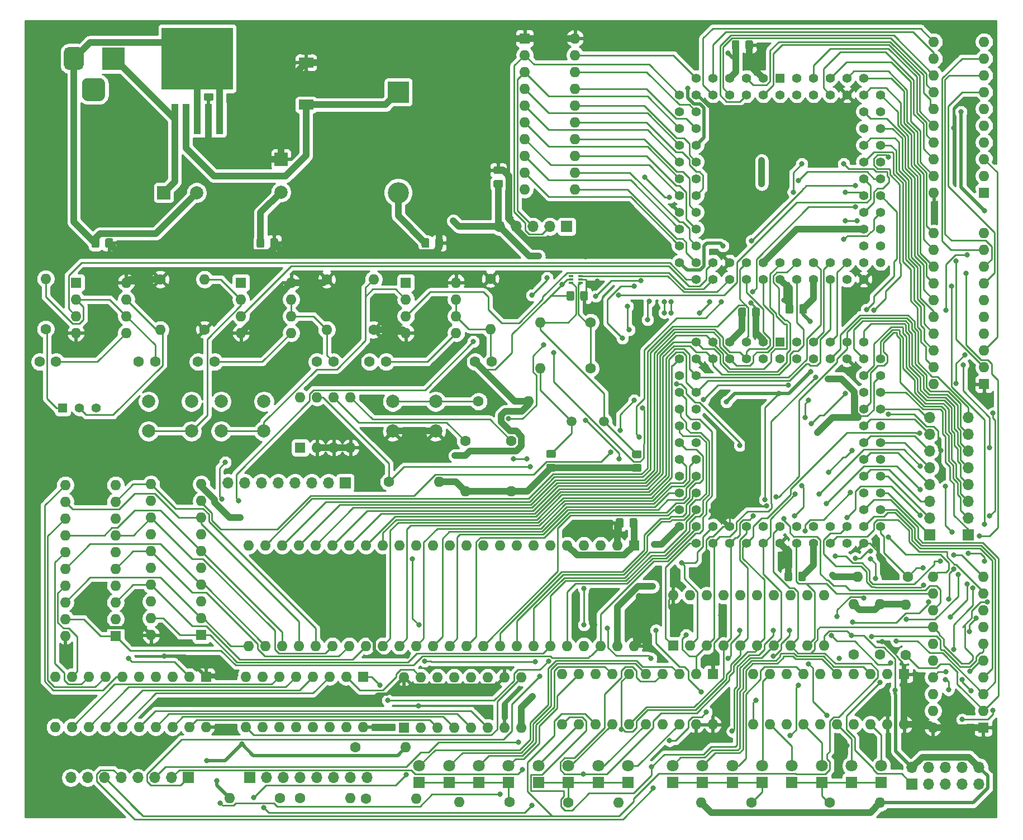
<source format=gbr>
%TF.GenerationSoftware,KiCad,Pcbnew,(5.1.10)-1*%
%TF.CreationDate,2021-07-17T09:59:34+08:00*%
%TF.ProjectId,MAX7000CPU,4d415837-3030-4304-9350-552e6b696361,rev?*%
%TF.SameCoordinates,Original*%
%TF.FileFunction,Copper,L1,Top*%
%TF.FilePolarity,Positive*%
%FSLAX46Y46*%
G04 Gerber Fmt 4.6, Leading zero omitted, Abs format (unit mm)*
G04 Created by KiCad (PCBNEW (5.1.10)-1) date 2021-07-17 09:59:34*
%MOMM*%
%LPD*%
G01*
G04 APERTURE LIST*
%TA.AperFunction,ComponentPad*%
%ADD10O,1.600000X1.600000*%
%TD*%
%TA.AperFunction,ComponentPad*%
%ADD11R,1.600000X1.600000*%
%TD*%
%TA.AperFunction,ComponentPad*%
%ADD12O,1.700000X1.700000*%
%TD*%
%TA.AperFunction,ComponentPad*%
%ADD13R,1.700000X1.700000*%
%TD*%
%TA.AperFunction,ComponentPad*%
%ADD14C,1.422400*%
%TD*%
%TA.AperFunction,ComponentPad*%
%ADD15R,1.422400X1.422400*%
%TD*%
%TA.AperFunction,ComponentPad*%
%ADD16C,1.600000*%
%TD*%
%TA.AperFunction,SMDPad,CuDef*%
%ADD17R,0.700000X0.400000*%
%TD*%
%TA.AperFunction,ComponentPad*%
%ADD18C,1.800000*%
%TD*%
%TA.AperFunction,ComponentPad*%
%ADD19R,1.800000X1.800000*%
%TD*%
%TA.AperFunction,ComponentPad*%
%ADD20C,1.500000*%
%TD*%
%TA.AperFunction,ComponentPad*%
%ADD21C,2.000000*%
%TD*%
%TA.AperFunction,ComponentPad*%
%ADD22R,1.400000X1.400000*%
%TD*%
%TA.AperFunction,ComponentPad*%
%ADD23C,1.400000*%
%TD*%
%TA.AperFunction,SMDPad,CuDef*%
%ADD24R,2.200000X1.500000*%
%TD*%
%TA.AperFunction,ComponentPad*%
%ADD25R,3.500000X3.500000*%
%TD*%
%TA.AperFunction,ComponentPad*%
%ADD26R,2.000000X2.000000*%
%TD*%
%TA.AperFunction,SMDPad,CuDef*%
%ADD27R,10.800000X9.400000*%
%TD*%
%TA.AperFunction,SMDPad,CuDef*%
%ADD28R,1.100000X4.600000*%
%TD*%
%TA.AperFunction,ComponentPad*%
%ADD29O,3.200000X3.200000*%
%TD*%
%TA.AperFunction,ComponentPad*%
%ADD30R,3.200000X3.200000*%
%TD*%
%TA.AperFunction,ViaPad*%
%ADD31C,0.800000*%
%TD*%
%TA.AperFunction,Conductor*%
%ADD32C,1.000000*%
%TD*%
%TA.AperFunction,Conductor*%
%ADD33C,0.250000*%
%TD*%
%TA.AperFunction,Conductor*%
%ADD34C,0.500000*%
%TD*%
%TA.AperFunction,Conductor*%
%ADD35C,0.254000*%
%TD*%
%TA.AperFunction,Conductor*%
%ADD36C,0.100000*%
%TD*%
G04 APERTURE END LIST*
D10*
%TO.P,U6,20*%
%TO.N,+5V*%
X45070000Y-123160000D03*
%TO.P,U6,10*%
%TO.N,GND*%
X22210000Y-115540000D03*
%TO.P,U6,19*%
%TO.N,Net-(U6-Pad19)*%
X42530000Y-123160000D03*
%TO.P,U6,9*%
%TO.N,/I7*%
X24750000Y-115540000D03*
%TO.P,U6,18*%
%TO.N,Net-(U6-Pad18)*%
X39990000Y-123160000D03*
%TO.P,U6,8*%
%TO.N,/I6*%
X27290000Y-115540000D03*
%TO.P,U6,17*%
%TO.N,Net-(U6-Pad17)*%
X37450000Y-123160000D03*
%TO.P,U6,7*%
%TO.N,/I5*%
X29830000Y-115540000D03*
%TO.P,U6,16*%
%TO.N,Net-(U6-Pad16)*%
X34910000Y-123160000D03*
%TO.P,U6,6*%
%TO.N,/I4*%
X32370000Y-115540000D03*
%TO.P,U6,15*%
%TO.N,Net-(U6-Pad15)*%
X32370000Y-123160000D03*
%TO.P,U6,5*%
%TO.N,/I3*%
X34910000Y-115540000D03*
%TO.P,U6,14*%
%TO.N,Net-(U6-Pad14)*%
X29830000Y-123160000D03*
%TO.P,U6,4*%
%TO.N,/I2*%
X37450000Y-115540000D03*
%TO.P,U6,13*%
%TO.N,Net-(U6-Pad13)*%
X27290000Y-123160000D03*
%TO.P,U6,3*%
%TO.N,/I1*%
X39990000Y-115540000D03*
%TO.P,U6,12*%
%TO.N,Net-(U6-Pad12)*%
X24750000Y-123160000D03*
%TO.P,U6,2*%
%TO.N,/I0*%
X42530000Y-115540000D03*
%TO.P,U6,11*%
%TO.N,JumpRegLoad*%
X22210000Y-123160000D03*
D11*
%TO.P,U6,1*%
%TO.N,+5V*%
X45070000Y-115540000D03*
%TD*%
D10*
%TO.P,U8,16*%
%TO.N,+5V*%
X68870000Y-123160000D03*
%TO.P,U8,8*%
%TO.N,GND*%
X51090000Y-115540000D03*
%TO.P,U8,15*%
%TO.N,Net-(U8-Pad15)*%
X66330000Y-123160000D03*
%TO.P,U8,7*%
%TO.N,+5V*%
X53630000Y-115540000D03*
%TO.P,U8,14*%
%TO.N,/C4*%
X63790000Y-123160000D03*
%TO.P,U8,6*%
%TO.N,Net-(U6-Pad12)*%
X56170000Y-115540000D03*
%TO.P,U8,13*%
%TO.N,/C5*%
X61250000Y-123160000D03*
%TO.P,U8,5*%
%TO.N,Net-(U6-Pad13)*%
X58710000Y-115540000D03*
%TO.P,U8,12*%
%TO.N,/C6*%
X58710000Y-123160000D03*
%TO.P,U8,4*%
%TO.N,Net-(U6-Pad14)*%
X61250000Y-115540000D03*
%TO.P,U8,11*%
%TO.N,/C7*%
X56170000Y-123160000D03*
%TO.P,U8,3*%
%TO.N,Net-(U6-Pad15)*%
X63790000Y-115540000D03*
%TO.P,U8,10*%
%TO.N,+5V*%
X53630000Y-123160000D03*
%TO.P,U8,2*%
%TO.N,Net-(U7-Pad15)*%
X66330000Y-115540000D03*
%TO.P,U8,9*%
%TO.N,JumpEnable*%
X51090000Y-123160000D03*
D11*
%TO.P,U8,1*%
%TO.N,CounterReset*%
X68870000Y-115540000D03*
%TD*%
D10*
%TO.P,U13,20*%
%TO.N,+5V*%
X155250000Y-123240000D03*
%TO.P,U13,10*%
%TO.N,GND*%
X162870000Y-100380000D03*
%TO.P,U13,19*%
%TO.N,/I0*%
X155250000Y-120700000D03*
%TO.P,U13,9*%
%TO.N,/O7*%
X162870000Y-102920000D03*
%TO.P,U13,18*%
%TO.N,/I1*%
X155250000Y-118160000D03*
%TO.P,U13,8*%
%TO.N,/O6*%
X162870000Y-105460000D03*
%TO.P,U13,17*%
%TO.N,/I2*%
X155250000Y-115620000D03*
%TO.P,U13,7*%
%TO.N,/O5*%
X162870000Y-108000000D03*
%TO.P,U13,16*%
%TO.N,/I3*%
X155250000Y-113080000D03*
%TO.P,U13,6*%
%TO.N,/O4*%
X162870000Y-110540000D03*
%TO.P,U13,15*%
%TO.N,/I4*%
X155250000Y-110540000D03*
%TO.P,U13,5*%
%TO.N,/O3*%
X162870000Y-113080000D03*
%TO.P,U13,14*%
%TO.N,/I5*%
X155250000Y-108000000D03*
%TO.P,U13,4*%
%TO.N,/O2*%
X162870000Y-115620000D03*
%TO.P,U13,13*%
%TO.N,/I6*%
X155250000Y-105460000D03*
%TO.P,U13,3*%
%TO.N,/O1*%
X162870000Y-118160000D03*
%TO.P,U13,12*%
%TO.N,/I7*%
X155250000Y-102920000D03*
%TO.P,U13,2*%
%TO.N,/O0*%
X162870000Y-120700000D03*
%TO.P,U13,11*%
%TO.N,CLK*%
X155250000Y-100380000D03*
D11*
%TO.P,U13,1*%
%TO.N,+5V*%
X162870000Y-123240000D03*
%TD*%
D12*
%TO.P,J7,5*%
%TO.N,GND*%
X89570000Y-47340000D03*
%TO.P,J7,4*%
%TO.N,+5V*%
X92110000Y-47340000D03*
%TO.P,J7,3*%
%TO.N,A=B_Out*%
X94650000Y-47340000D03*
%TO.P,J7,2*%
%TO.N,CarryOut*%
X97190000Y-47340000D03*
D13*
%TO.P,J7,1*%
%TO.N,CLK*%
X99730000Y-47340000D03*
%TD*%
%TO.P,C19,2*%
%TO.N,GND*%
%TA.AperFunction,SMDPad,CuDef*%
G36*
G01*
X134982500Y-60315000D02*
X134982500Y-59365000D01*
G75*
G02*
X135232500Y-59115000I250000J0D01*
G01*
X135907500Y-59115000D01*
G75*
G02*
X136157500Y-59365000I0J-250000D01*
G01*
X136157500Y-60315000D01*
G75*
G02*
X135907500Y-60565000I-250000J0D01*
G01*
X135232500Y-60565000D01*
G75*
G02*
X134982500Y-60315000I0J250000D01*
G01*
G37*
%TD.AperFunction*%
%TO.P,C19,1*%
%TO.N,+5V*%
%TA.AperFunction,SMDPad,CuDef*%
G36*
G01*
X132907500Y-60315000D02*
X132907500Y-59365000D01*
G75*
G02*
X133157500Y-59115000I250000J0D01*
G01*
X133832500Y-59115000D01*
G75*
G02*
X134082500Y-59365000I0J-250000D01*
G01*
X134082500Y-60315000D01*
G75*
G02*
X133832500Y-60565000I-250000J0D01*
G01*
X133157500Y-60565000D01*
G75*
G02*
X132907500Y-60315000I0J250000D01*
G01*
G37*
%TD.AperFunction*%
%TD*%
D14*
%TO.P,U17,72*%
%TO.N,GND*%
X147310000Y-69920000D03*
%TO.P,U17,70*%
%TO.N,/Qo0*%
X147310000Y-72460000D03*
%TO.P,U17,68*%
%TO.N,/Qi7*%
X147310000Y-75000000D03*
%TO.P,U17,66*%
%TO.N,+5V*%
X147310000Y-77540000D03*
%TO.P,U17,64*%
%TO.N,/Qi4*%
X147310000Y-80080000D03*
%TO.P,U17,62*%
%TO.N,TCK*%
X147310000Y-82620000D03*
%TO.P,U17,60*%
%TO.N,/Qi1*%
X147310000Y-85160000D03*
%TO.P,U17,58*%
%TO.N,/Qi0*%
X147310000Y-87700000D03*
%TO.P,U17,56*%
%TO.N,/O1*%
X147310000Y-90240000D03*
%TO.P,U17,54*%
%TO.N,/O5*%
X147310000Y-92780000D03*
%TO.P,U17,73*%
%TO.N,/Qo3*%
X144770000Y-69920000D03*
%TO.P,U17,71*%
%TO.N,TDO*%
X144770000Y-72460000D03*
%TO.P,U17,69*%
%TO.N,/Qo1*%
X144770000Y-75000000D03*
%TO.P,U17,67*%
%TO.N,/Qi6*%
X144770000Y-77540000D03*
%TO.P,U17,65*%
%TO.N,/Qi5*%
X144770000Y-80080000D03*
%TO.P,U17,63*%
%TO.N,/Qi3*%
X144770000Y-82620000D03*
%TO.P,U17,61*%
%TO.N,/Qi2*%
X144770000Y-85160000D03*
%TO.P,U17,59*%
%TO.N,GND*%
X144770000Y-87700000D03*
%TO.P,U17,57*%
%TO.N,/O0*%
X144770000Y-90240000D03*
%TO.P,U17,55*%
%TO.N,/O2*%
X144770000Y-92780000D03*
%TO.P,U17,53*%
%TO.N,+5V*%
X144770000Y-95320000D03*
%TO.P,U17,51*%
%TO.N,/O4*%
X142230000Y-95320000D03*
%TO.P,U17,49*%
%TO.N,/O7*%
X139690000Y-95320000D03*
%TO.P,U17,47*%
%TO.N,GND*%
X137150000Y-95320000D03*
%TO.P,U17,45*%
%TO.N,/I7*%
X134610000Y-95320000D03*
%TO.P,U17,43*%
%TO.N,+5V*%
X132070000Y-95320000D03*
%TO.P,U17,41*%
%TO.N,/I4*%
X129530000Y-95320000D03*
%TO.P,U17,39*%
%TO.N,/I1*%
X126990000Y-95320000D03*
%TO.P,U17,37*%
%TO.N,/I6*%
X124450000Y-95320000D03*
%TO.P,U17,35*%
%TO.N,/I0*%
X121910000Y-95320000D03*
%TO.P,U17,33*%
%TO.N,RamAddrEnable*%
X119370000Y-95320000D03*
%TO.P,U17,52*%
%TO.N,/O3*%
X142230000Y-92780000D03*
%TO.P,U17,50*%
%TO.N,/O6*%
X139690000Y-92780000D03*
%TO.P,U17,48*%
%TO.N,Reset*%
X137150000Y-92780000D03*
%TO.P,U17,46*%
%TO.N,CounterReset*%
X134610000Y-92780000D03*
%TO.P,U17,44*%
%TO.N,/I5*%
X132070000Y-92780000D03*
%TO.P,U17,42*%
%TO.N,GND*%
X129530000Y-92780000D03*
%TO.P,U17,40*%
%TO.N,/I2*%
X126990000Y-92780000D03*
%TO.P,U17,38*%
%TO.N,+5V*%
X124450000Y-92780000D03*
%TO.P,U17,36*%
%TO.N,/I3*%
X121910000Y-92780000D03*
%TO.P,U17,34*%
%TO.N,/M10*%
X119370000Y-92780000D03*
%TO.P,U17,32*%
%TO.N,GND*%
X116830000Y-92780000D03*
%TO.P,U17,30*%
%TO.N,/M3*%
X116830000Y-90240000D03*
%TO.P,U17,28*%
%TO.N,/M6*%
X116830000Y-87700000D03*
%TO.P,U17,26*%
%TO.N,+5V*%
X116830000Y-85160000D03*
%TO.P,U17,24*%
%TO.N,/M8*%
X116830000Y-82620000D03*
%TO.P,U17,22*%
%TO.N,/M4*%
X116830000Y-80080000D03*
%TO.P,U17,20*%
%TO.N,/M1*%
X116830000Y-77540000D03*
%TO.P,U17,18*%
%TO.N,MemOutControl*%
X116830000Y-75000000D03*
%TO.P,U17,16*%
%TO.N,MemWriteControl*%
X116830000Y-72460000D03*
%TO.P,U17,14*%
%TO.N,TDI*%
X116830000Y-69920000D03*
%TO.P,U17,12*%
%TO.N,/M9*%
X116830000Y-67380000D03*
%TO.P,U17,31*%
%TO.N,/M0*%
X119370000Y-90240000D03*
%TO.P,U17,29*%
%TO.N,/M2*%
X119370000Y-87700000D03*
%TO.P,U17,27*%
%TO.N,/M5*%
X119370000Y-85160000D03*
%TO.P,U17,25*%
%TO.N,/M7*%
X119370000Y-82620000D03*
%TO.P,U17,23*%
%TO.N,TMS*%
X119370000Y-80080000D03*
%TO.P,U17,21*%
%TO.N,RamAddrLoad*%
X119370000Y-77540000D03*
%TO.P,U17,19*%
%TO.N,GND*%
X119370000Y-75000000D03*
%TO.P,U17,17*%
%TO.N,/Ins0*%
X119370000Y-72460000D03*
%TO.P,U17,15*%
%TO.N,/Ins1*%
X119370000Y-69920000D03*
%TO.P,U17,13*%
%TO.N,+5V*%
X119370000Y-67380000D03*
%TO.P,U17,75*%
%TO.N,/Qo4*%
X144770000Y-64840000D03*
%TO.P,U17,77*%
%TO.N,/Qo6*%
X142230000Y-64840000D03*
%TO.P,U17,79*%
%TO.N,Comm1*%
X139690000Y-64840000D03*
%TO.P,U17,81*%
%TO.N,Comm0*%
X137150000Y-64840000D03*
%TO.P,U17,83*%
%TO.N,Net-(U17-Pad83)*%
X134610000Y-64840000D03*
%TO.P,U17,11*%
%TO.N,/Ins3*%
X119370000Y-64840000D03*
%TO.P,U17,9*%
%TO.N,/Ins4*%
X121910000Y-64840000D03*
%TO.P,U17,7*%
%TO.N,GND*%
X124450000Y-64840000D03*
%TO.P,U17,5*%
%TO.N,/Ins7*%
X126990000Y-64840000D03*
%TO.P,U17,3*%
%TO.N,+5V*%
X129530000Y-64840000D03*
D15*
%TO.P,U17,1*%
%TO.N,Net-(U17-Pad1)*%
X132070000Y-64840000D03*
D14*
%TO.P,U17,74*%
%TO.N,/Qo2*%
X147310000Y-67380000D03*
%TO.P,U17,76*%
%TO.N,/Qo5*%
X144770000Y-67380000D03*
%TO.P,U17,78*%
%TO.N,+5V*%
X142230000Y-67380000D03*
%TO.P,U17,80*%
%TO.N,/Qo7*%
X139690000Y-67380000D03*
%TO.P,U17,82*%
%TO.N,GND*%
X137150000Y-67380000D03*
%TO.P,U17,84*%
%TO.N,Net-(U17-Pad84)*%
X134610000Y-67380000D03*
%TO.P,U17,10*%
%TO.N,/Ins2*%
X121910000Y-67380000D03*
%TO.P,U17,8*%
%TO.N,/Ins5*%
X124450000Y-67380000D03*
%TO.P,U17,6*%
%TO.N,/Ins6*%
X126990000Y-67380000D03*
%TO.P,U17,4*%
%TO.N,CLK*%
X129530000Y-67380000D03*
%TO.P,U17,2*%
%TO.N,Net-(U17-Pad2)*%
X132070000Y-67380000D03*
%TD*%
%TO.P,C16,2*%
%TO.N,GND*%
%TA.AperFunction,SMDPad,CuDef*%
G36*
G01*
X109257500Y-92715000D02*
X109257500Y-91765000D01*
G75*
G02*
X109507500Y-91515000I250000J0D01*
G01*
X110182500Y-91515000D01*
G75*
G02*
X110432500Y-91765000I0J-250000D01*
G01*
X110432500Y-92715000D01*
G75*
G02*
X110182500Y-92965000I-250000J0D01*
G01*
X109507500Y-92965000D01*
G75*
G02*
X109257500Y-92715000I0J250000D01*
G01*
G37*
%TD.AperFunction*%
%TO.P,C16,1*%
%TO.N,+5V*%
%TA.AperFunction,SMDPad,CuDef*%
G36*
G01*
X107182500Y-92715000D02*
X107182500Y-91765000D01*
G75*
G02*
X107432500Y-91515000I250000J0D01*
G01*
X108107500Y-91515000D01*
G75*
G02*
X108357500Y-91765000I0J-250000D01*
G01*
X108357500Y-92715000D01*
G75*
G02*
X108107500Y-92965000I-250000J0D01*
G01*
X107432500Y-92965000D01*
G75*
G02*
X107182500Y-92715000I0J250000D01*
G01*
G37*
%TD.AperFunction*%
%TD*%
D10*
%TO.P,R24,2*%
%TO.N,GND*%
X147250000Y-134640000D03*
D16*
%TO.P,R24,1*%
%TO.N,Net-(D14-Pad1)*%
X139630000Y-134640000D03*
%TD*%
D10*
%TO.P,R23,2*%
%TO.N,GND*%
X120110000Y-134640000D03*
D16*
%TO.P,R23,1*%
%TO.N,Net-(D10-Pad1)*%
X127730000Y-134640000D03*
%TD*%
D10*
%TO.P,R22,2*%
%TO.N,GND*%
X107610000Y-134630000D03*
D16*
%TO.P,R22,1*%
%TO.N,Net-(D6-Pad1)*%
X99990000Y-134630000D03*
%TD*%
D10*
%TO.P,R21,2*%
%TO.N,GND*%
X83480000Y-134500000D03*
D16*
%TO.P,R21,1*%
%TO.N,Net-(D2-Pad1)*%
X91100000Y-134500000D03*
%TD*%
D10*
%TO.P,R20,2*%
%TO.N,GND*%
X93990000Y-73840000D03*
D16*
%TO.P,R20,1*%
%TO.N,Reset*%
X86370000Y-73840000D03*
%TD*%
D10*
%TO.P,R19,2*%
%TO.N,GND*%
X75360000Y-126210000D03*
D16*
%TO.P,R19,1*%
%TO.N,/O7*%
X67740000Y-126210000D03*
%TD*%
D10*
%TO.P,R18,2*%
%TO.N,GND*%
X76980000Y-134050000D03*
D16*
%TO.P,R18,1*%
%TO.N,/O6*%
X69360000Y-134050000D03*
%TD*%
D10*
%TO.P,R17,2*%
%TO.N,GND*%
X143790000Y-100380000D03*
D16*
%TO.P,R17,1*%
%TO.N,/O5*%
X151410000Y-100380000D03*
%TD*%
D10*
%TO.P,R16,2*%
%TO.N,GND*%
X143250000Y-104560000D03*
D16*
%TO.P,R16,1*%
%TO.N,/O4*%
X143250000Y-112180000D03*
%TD*%
D10*
%TO.P,R15,2*%
%TO.N,GND*%
X66930000Y-133920000D03*
D16*
%TO.P,R15,1*%
%TO.N,/O3*%
X59310000Y-133920000D03*
%TD*%
D10*
%TO.P,R14,2*%
%TO.N,GND*%
X48680000Y-133930000D03*
D16*
%TO.P,R14,1*%
%TO.N,/O2*%
X56300000Y-133930000D03*
%TD*%
D10*
%TO.P,R13,2*%
%TO.N,GND*%
X147250000Y-104590000D03*
D16*
%TO.P,R13,1*%
%TO.N,/O1*%
X147250000Y-112210000D03*
%TD*%
D10*
%TO.P,R12,2*%
%TO.N,GND*%
X151110000Y-104600000D03*
D16*
%TO.P,R12,1*%
%TO.N,/O0*%
X151110000Y-112220000D03*
%TD*%
D10*
%TO.P,R11,2*%
%TO.N,GND*%
X80390000Y-86040000D03*
D16*
%TO.P,R11,1*%
%TO.N,/P3*%
X72770000Y-86040000D03*
%TD*%
D10*
%TO.P,R10,2*%
%TO.N,GND*%
X84370000Y-87460000D03*
D16*
%TO.P,R10,1*%
%TO.N,/P2*%
X84370000Y-79840000D03*
%TD*%
D10*
%TO.P,R9,2*%
%TO.N,GND*%
X91370000Y-87460000D03*
D16*
%TO.P,R9,1*%
%TO.N,/P1*%
X91370000Y-79840000D03*
%TD*%
D10*
%TO.P,R8,2*%
%TO.N,Net-(C8-Pad1)*%
X95750000Y-68840000D03*
D16*
%TO.P,R8,1*%
%TO.N,Net-(R7-Pad1)*%
X103370000Y-68840000D03*
%TD*%
D10*
%TO.P,R7,2*%
%TO.N,Net-(C7-Pad1)*%
X95750000Y-61840000D03*
D16*
%TO.P,R7,1*%
%TO.N,Net-(R7-Pad1)*%
X103370000Y-61840000D03*
%TD*%
D10*
%TO.P,R6,2*%
%TO.N,Net-(C6-Pad1)*%
X88170000Y-62860000D03*
D16*
%TO.P,R6,1*%
%TO.N,+5V*%
X88170000Y-55240000D03*
%TD*%
D10*
%TO.P,R5,2*%
%TO.N,Net-(R5-Pad2)*%
X70470000Y-55340000D03*
D16*
%TO.P,R5,1*%
%TO.N,+5V*%
X70470000Y-62960000D03*
%TD*%
D10*
%TO.P,R4,2*%
%TO.N,Net-(C4-Pad1)*%
X63370000Y-62960000D03*
D16*
%TO.P,R4,1*%
%TO.N,+5V*%
X63370000Y-55340000D03*
%TD*%
D10*
%TO.P,R3,2*%
%TO.N,Net-(R3-Pad2)*%
X44870000Y-55340000D03*
D16*
%TO.P,R3,1*%
%TO.N,+5V*%
X44870000Y-62960000D03*
%TD*%
D10*
%TO.P,R2,2*%
%TO.N,Net-(C2-Pad1)*%
X20770000Y-55240000D03*
D16*
%TO.P,R2,1*%
%TO.N,Net-(R2-Pad1)*%
X20770000Y-62860000D03*
%TD*%
D10*
%TO.P,R1,2*%
%TO.N,Net-(R1-Pad2)*%
X38170000Y-62960000D03*
D16*
%TO.P,R1,1*%
%TO.N,+5V*%
X38170000Y-55340000D03*
%TD*%
D10*
%TO.P,U20,20*%
%TO.N,+5V*%
X121870000Y-122760000D03*
%TO.P,U20,10*%
%TO.N,GND*%
X99010000Y-115140000D03*
%TO.P,U20,19*%
%TO.N,+5V*%
X119330000Y-122760000D03*
%TO.P,U20,9*%
%TO.N,/Im4*%
X101550000Y-115140000D03*
%TO.P,U20,18*%
%TO.N,/Im0*%
X116790000Y-122760000D03*
%TO.P,U20,8*%
%TO.N,/I3*%
X104090000Y-115140000D03*
%TO.P,U20,17*%
%TO.N,/I7*%
X114250000Y-122760000D03*
%TO.P,U20,7*%
%TO.N,/Im5*%
X106630000Y-115140000D03*
%TO.P,U20,16*%
%TO.N,/Im1*%
X111710000Y-122760000D03*
%TO.P,U20,6*%
%TO.N,/I2*%
X109170000Y-115140000D03*
%TO.P,U20,15*%
%TO.N,/I6*%
X109170000Y-122760000D03*
%TO.P,U20,5*%
%TO.N,/Im6*%
X111710000Y-115140000D03*
%TO.P,U20,14*%
%TO.N,/Im2*%
X106630000Y-122760000D03*
%TO.P,U20,4*%
%TO.N,/I1*%
X114250000Y-115140000D03*
%TO.P,U20,13*%
%TO.N,/I5*%
X104090000Y-122760000D03*
%TO.P,U20,3*%
%TO.N,/Im7*%
X116790000Y-115140000D03*
%TO.P,U20,12*%
%TO.N,/Im3*%
X101550000Y-122760000D03*
%TO.P,U20,2*%
%TO.N,/I0*%
X119330000Y-115140000D03*
%TO.P,U20,11*%
%TO.N,/I4*%
X99010000Y-122760000D03*
D11*
%TO.P,U20,1*%
%TO.N,+5V*%
X121870000Y-115140000D03*
%TD*%
D10*
%TO.P,U19,20*%
%TO.N,+5V*%
X150870000Y-122760000D03*
%TO.P,U19,10*%
%TO.N,GND*%
X128010000Y-115140000D03*
%TO.P,U19,19*%
%TO.N,+5V*%
X148330000Y-122760000D03*
%TO.P,U19,9*%
%TO.N,/Iq4*%
X130550000Y-115140000D03*
%TO.P,U19,18*%
%TO.N,/Iq0*%
X145790000Y-122760000D03*
%TO.P,U19,8*%
%TO.N,/Qo3*%
X133090000Y-115140000D03*
%TO.P,U19,17*%
%TO.N,/Qo7*%
X143250000Y-122760000D03*
%TO.P,U19,7*%
%TO.N,/Iq5*%
X135630000Y-115140000D03*
%TO.P,U19,16*%
%TO.N,/Iq1*%
X140710000Y-122760000D03*
%TO.P,U19,6*%
%TO.N,/Qo2*%
X138170000Y-115140000D03*
%TO.P,U19,15*%
%TO.N,/Qo6*%
X138170000Y-122760000D03*
%TO.P,U19,5*%
%TO.N,/Iq6*%
X140710000Y-115140000D03*
%TO.P,U19,14*%
%TO.N,/Iq2*%
X135630000Y-122760000D03*
%TO.P,U19,4*%
%TO.N,/Qo1*%
X143250000Y-115140000D03*
%TO.P,U19,13*%
%TO.N,/Qo5*%
X133090000Y-122760000D03*
%TO.P,U19,3*%
%TO.N,/Iq7*%
X145790000Y-115140000D03*
%TO.P,U19,12*%
%TO.N,/Iq3*%
X130550000Y-122760000D03*
%TO.P,U19,2*%
%TO.N,/Qo0*%
X148330000Y-115140000D03*
%TO.P,U19,11*%
%TO.N,/Qo4*%
X128010000Y-122760000D03*
D11*
%TO.P,U19,1*%
%TO.N,+5V*%
X150870000Y-115140000D03*
%TD*%
D10*
%TO.P,U16,20*%
%TO.N,+5V*%
X100990000Y-18840000D03*
%TO.P,U16,10*%
%TO.N,GND*%
X93370000Y-41700000D03*
%TO.P,U16,19*%
%TO.N,CarryFlagIn*%
X100990000Y-21380000D03*
%TO.P,U16,9*%
%TO.N,Flag5Out*%
X93370000Y-39160000D03*
%TO.P,U16,18*%
%TO.N,A=B_FlagIn*%
X100990000Y-23920000D03*
%TO.P,U16,8*%
%TO.N,Flag4Out*%
X93370000Y-36620000D03*
%TO.P,U16,17*%
%TO.N,Flag0In*%
X100990000Y-26460000D03*
%TO.P,U16,7*%
%TO.N,Flag3Out*%
X93370000Y-34080000D03*
%TO.P,U16,16*%
%TO.N,Flag1In*%
X100990000Y-29000000D03*
%TO.P,U16,6*%
%TO.N,Flag2Out*%
X93370000Y-31540000D03*
%TO.P,U16,15*%
%TO.N,Flag2In*%
X100990000Y-31540000D03*
%TO.P,U16,5*%
%TO.N,Flag1Out*%
X93370000Y-29000000D03*
%TO.P,U16,14*%
%TO.N,Flag3In*%
X100990000Y-34080000D03*
%TO.P,U16,4*%
%TO.N,Flag0Out*%
X93370000Y-26460000D03*
%TO.P,U16,13*%
%TO.N,Flag4In*%
X100990000Y-36620000D03*
%TO.P,U16,3*%
%TO.N,A=B_Out*%
X93370000Y-23920000D03*
%TO.P,U16,12*%
%TO.N,Flag5In*%
X100990000Y-39160000D03*
%TO.P,U16,2*%
%TO.N,CarryOut*%
X93370000Y-21380000D03*
%TO.P,U16,11*%
%TO.N,FlagCLK*%
X100990000Y-41700000D03*
D11*
%TO.P,U16,1*%
%TO.N,+5V*%
X93370000Y-18840000D03*
%TD*%
D10*
%TO.P,U15,20*%
%TO.N,+5V*%
X155370000Y-71200000D03*
%TO.P,U15,10*%
%TO.N,GND*%
X162990000Y-48340000D03*
%TO.P,U15,19*%
%TO.N,/B0*%
X155370000Y-68660000D03*
%TO.P,U15,9*%
%TO.N,/I7*%
X162990000Y-50880000D03*
%TO.P,U15,18*%
%TO.N,/B1*%
X155370000Y-66120000D03*
%TO.P,U15,8*%
%TO.N,/I6*%
X162990000Y-53420000D03*
%TO.P,U15,17*%
%TO.N,/B2*%
X155370000Y-63580000D03*
%TO.P,U15,7*%
%TO.N,/I5*%
X162990000Y-55960000D03*
%TO.P,U15,16*%
%TO.N,/B3*%
X155370000Y-61040000D03*
%TO.P,U15,6*%
%TO.N,/I4*%
X162990000Y-58500000D03*
%TO.P,U15,15*%
%TO.N,/B4*%
X155370000Y-58500000D03*
%TO.P,U15,5*%
%TO.N,/I3*%
X162990000Y-61040000D03*
%TO.P,U15,14*%
%TO.N,/B5*%
X155370000Y-55960000D03*
%TO.P,U15,4*%
%TO.N,/I2*%
X162990000Y-63580000D03*
%TO.P,U15,13*%
%TO.N,/B6*%
X155370000Y-53420000D03*
%TO.P,U15,3*%
%TO.N,/I1*%
X162990000Y-66120000D03*
%TO.P,U15,12*%
%TO.N,/B7*%
X155370000Y-50880000D03*
%TO.P,U15,2*%
%TO.N,/I0*%
X162990000Y-68660000D03*
%TO.P,U15,11*%
%TO.N,RegBControl*%
X155370000Y-48340000D03*
D11*
%TO.P,U15,1*%
%TO.N,+5V*%
X162990000Y-71200000D03*
%TD*%
D10*
%TO.P,U14,20*%
%TO.N,+5V*%
X155370000Y-42200000D03*
%TO.P,U14,10*%
%TO.N,GND*%
X162990000Y-19340000D03*
%TO.P,U14,19*%
%TO.N,/A0*%
X155370000Y-39660000D03*
%TO.P,U14,9*%
%TO.N,/I7*%
X162990000Y-21880000D03*
%TO.P,U14,18*%
%TO.N,/A1*%
X155370000Y-37120000D03*
%TO.P,U14,8*%
%TO.N,/I6*%
X162990000Y-24420000D03*
%TO.P,U14,17*%
%TO.N,/A2*%
X155370000Y-34580000D03*
%TO.P,U14,7*%
%TO.N,/I5*%
X162990000Y-26960000D03*
%TO.P,U14,16*%
%TO.N,/A3*%
X155370000Y-32040000D03*
%TO.P,U14,6*%
%TO.N,/I4*%
X162990000Y-29500000D03*
%TO.P,U14,15*%
%TO.N,/A4*%
X155370000Y-29500000D03*
%TO.P,U14,5*%
%TO.N,/I3*%
X162990000Y-32040000D03*
%TO.P,U14,14*%
%TO.N,/A5*%
X155370000Y-26960000D03*
%TO.P,U14,4*%
%TO.N,/I2*%
X162990000Y-34580000D03*
%TO.P,U14,13*%
%TO.N,/A6*%
X155370000Y-24420000D03*
%TO.P,U14,3*%
%TO.N,/I1*%
X162990000Y-37120000D03*
%TO.P,U14,12*%
%TO.N,/A7*%
X155370000Y-21880000D03*
%TO.P,U14,2*%
%TO.N,/I0*%
X162990000Y-39660000D03*
%TO.P,U14,11*%
%TO.N,RegAControl*%
X155370000Y-19340000D03*
D11*
%TO.P,U14,1*%
%TO.N,+5V*%
X162990000Y-42200000D03*
%TD*%
D10*
%TO.P,U12,20*%
%TO.N,+5V*%
X36750000Y-109240000D03*
%TO.P,U12,10*%
%TO.N,GND*%
X44370000Y-86380000D03*
%TO.P,U12,19*%
%TO.N,MemOutControl*%
X36750000Y-106700000D03*
%TO.P,U12,9*%
%TO.N,/O4*%
X44370000Y-88920000D03*
%TO.P,U12,18*%
%TO.N,/O0*%
X36750000Y-104160000D03*
%TO.P,U12,8*%
%TO.N,Net-(U11-Pad12)*%
X44370000Y-91460000D03*
%TO.P,U12,17*%
%TO.N,Net-(U11-Pad3)*%
X36750000Y-101620000D03*
%TO.P,U12,7*%
%TO.N,/O5*%
X44370000Y-94000000D03*
%TO.P,U12,16*%
%TO.N,/O1*%
X36750000Y-99080000D03*
%TO.P,U12,6*%
%TO.N,Net-(U11-Pad14)*%
X44370000Y-96540000D03*
%TO.P,U12,15*%
%TO.N,Net-(U11-Pad5)*%
X36750000Y-96540000D03*
%TO.P,U12,5*%
%TO.N,/O6*%
X44370000Y-99080000D03*
%TO.P,U12,14*%
%TO.N,/O2*%
X36750000Y-94000000D03*
%TO.P,U12,4*%
%TO.N,Net-(U11-Pad16)*%
X44370000Y-101620000D03*
%TO.P,U12,13*%
%TO.N,Net-(U11-Pad7)*%
X36750000Y-91460000D03*
%TO.P,U12,3*%
%TO.N,/O7*%
X44370000Y-104160000D03*
%TO.P,U12,12*%
%TO.N,/O3*%
X36750000Y-88920000D03*
%TO.P,U12,2*%
%TO.N,Net-(U11-Pad18)*%
X44370000Y-106700000D03*
%TO.P,U12,11*%
%TO.N,Net-(U11-Pad9)*%
X36750000Y-86380000D03*
D11*
%TO.P,U12,1*%
%TO.N,MemOutControl*%
X44370000Y-109240000D03*
%TD*%
D10*
%TO.P,U11,20*%
%TO.N,+5V*%
X23750000Y-109340000D03*
%TO.P,U11,10*%
%TO.N,GND*%
X31370000Y-86480000D03*
%TO.P,U11,19*%
%TO.N,MemWriteControl*%
X23750000Y-106800000D03*
%TO.P,U11,9*%
%TO.N,Net-(U11-Pad9)*%
X31370000Y-89020000D03*
%TO.P,U11,18*%
%TO.N,Net-(U11-Pad18)*%
X23750000Y-104260000D03*
%TO.P,U11,8*%
%TO.N,/I3*%
X31370000Y-91560000D03*
%TO.P,U11,17*%
%TO.N,/I7*%
X23750000Y-101720000D03*
%TO.P,U11,7*%
%TO.N,Net-(U11-Pad7)*%
X31370000Y-94100000D03*
%TO.P,U11,16*%
%TO.N,Net-(U11-Pad16)*%
X23750000Y-99180000D03*
%TO.P,U11,6*%
%TO.N,/I2*%
X31370000Y-96640000D03*
%TO.P,U11,15*%
%TO.N,/I6*%
X23750000Y-96640000D03*
%TO.P,U11,5*%
%TO.N,Net-(U11-Pad5)*%
X31370000Y-99180000D03*
%TO.P,U11,14*%
%TO.N,Net-(U11-Pad14)*%
X23750000Y-94100000D03*
%TO.P,U11,4*%
%TO.N,/I1*%
X31370000Y-101720000D03*
%TO.P,U11,13*%
%TO.N,/I5*%
X23750000Y-91560000D03*
%TO.P,U11,3*%
%TO.N,Net-(U11-Pad3)*%
X31370000Y-104260000D03*
%TO.P,U11,12*%
%TO.N,Net-(U11-Pad12)*%
X23750000Y-89020000D03*
%TO.P,U11,2*%
%TO.N,/I0*%
X31370000Y-106800000D03*
%TO.P,U11,11*%
%TO.N,/I4*%
X23750000Y-86480000D03*
D11*
%TO.P,U11,1*%
%TO.N,MemWriteControl*%
X31370000Y-109340000D03*
%TD*%
D10*
%TO.P,SW3 Prog Select,8*%
%TO.N,Net-(SW3-Pad8)*%
X59370000Y-73220000D03*
%TO.P,SW3 Prog Select,4*%
%TO.N,+5V*%
X66990000Y-80840000D03*
%TO.P,SW3 Prog Select,7*%
%TO.N,/P3*%
X61910000Y-73220000D03*
%TO.P,SW3 Prog Select,3*%
%TO.N,+5V*%
X64450000Y-80840000D03*
%TO.P,SW3 Prog Select,6*%
%TO.N,/P2*%
X64450000Y-73220000D03*
%TO.P,SW3 Prog Select,2*%
%TO.N,+5V*%
X61910000Y-80840000D03*
%TO.P,SW3 Prog Select,5*%
%TO.N,/P1*%
X66990000Y-73220000D03*
D11*
%TO.P,SW3 Prog Select,1*%
%TO.N,Net-(SW3-Pad1)*%
X59370000Y-80840000D03*
%TD*%
D14*
%TO.P,U5,72*%
%TO.N,GND*%
X147310000Y-29920000D03*
%TO.P,U5,70*%
%TO.N,/B3*%
X147310000Y-32460000D03*
%TO.P,U5,68*%
%TO.N,/B1*%
X147310000Y-35000000D03*
%TO.P,U5,66*%
%TO.N,+5V*%
X147310000Y-37540000D03*
%TO.P,U5,64*%
%TO.N,JumpEnable*%
X147310000Y-40080000D03*
%TO.P,U5,62*%
%TO.N,TCK*%
X147310000Y-42620000D03*
%TO.P,U5,60*%
%TO.N,/O5*%
X147310000Y-45160000D03*
%TO.P,U5,58*%
%TO.N,/O4*%
X147310000Y-47700000D03*
%TO.P,U5,56*%
%TO.N,/O2*%
X147310000Y-50240000D03*
%TO.P,U5,54*%
%TO.N,/O0*%
X147310000Y-52780000D03*
%TO.P,U5,73*%
%TO.N,/B4*%
X144770000Y-29920000D03*
%TO.P,U5,71*%
%TO.N,TDO*%
X144770000Y-32460000D03*
%TO.P,U5,69*%
%TO.N,/B2*%
X144770000Y-35000000D03*
%TO.P,U5,67*%
%TO.N,/B0*%
X144770000Y-37540000D03*
%TO.P,U5,65*%
%TO.N,JumpRegLoad*%
X144770000Y-40080000D03*
%TO.P,U5,63*%
%TO.N,/O7*%
X144770000Y-42620000D03*
%TO.P,U5,61*%
%TO.N,/O6*%
X144770000Y-45160000D03*
%TO.P,U5,59*%
%TO.N,GND*%
X144770000Y-47700000D03*
%TO.P,U5,57*%
%TO.N,/O3*%
X144770000Y-50240000D03*
%TO.P,U5,55*%
%TO.N,/O1*%
X144770000Y-52780000D03*
%TO.P,U5,53*%
%TO.N,+5V*%
X144770000Y-55320000D03*
%TO.P,U5,51*%
%TO.N,CLK*%
X142230000Y-55320000D03*
%TO.P,U5,49*%
%TO.N,/Ins0*%
X139690000Y-55320000D03*
%TO.P,U5,47*%
%TO.N,GND*%
X137150000Y-55320000D03*
%TO.P,U5,45*%
%TO.N,/Ins2*%
X134610000Y-55320000D03*
%TO.P,U5,43*%
%TO.N,+5V*%
X132070000Y-55320000D03*
%TO.P,U5,41*%
%TO.N,/Ins5*%
X129530000Y-55320000D03*
%TO.P,U5,39*%
%TO.N,/Ins6*%
X126990000Y-55320000D03*
%TO.P,U5,37*%
%TO.N,FastCLK*%
X124450000Y-55320000D03*
%TO.P,U5,35*%
%TO.N,CLK_Select*%
X121910000Y-55320000D03*
%TO.P,U5,33*%
%TO.N,SlowCLK*%
X119370000Y-55320000D03*
%TO.P,U5,52*%
%TO.N,Comm1*%
X142230000Y-52780000D03*
%TO.P,U5,50*%
%TO.N,Comm0*%
X139690000Y-52780000D03*
%TO.P,U5,48*%
%TO.N,/Ins1*%
X137150000Y-52780000D03*
%TO.P,U5,46*%
%TO.N,/Ins3*%
X134610000Y-52780000D03*
%TO.P,U5,44*%
%TO.N,/Ins4*%
X132070000Y-52780000D03*
%TO.P,U5,42*%
%TO.N,GND*%
X129530000Y-52780000D03*
%TO.P,U5,40*%
%TO.N,/Ins7*%
X126990000Y-52780000D03*
%TO.P,U5,38*%
%TO.N,+5V*%
X124450000Y-52780000D03*
%TO.P,U5,36*%
%TO.N,UserCLK*%
X121910000Y-52780000D03*
%TO.P,U5,34*%
%TO.N,FlagCLK*%
X119370000Y-52780000D03*
%TO.P,U5,32*%
%TO.N,GND*%
X116830000Y-52780000D03*
%TO.P,U5,30*%
%TO.N,Flag5Out*%
X116830000Y-50240000D03*
%TO.P,U5,28*%
%TO.N,Flag4Out*%
X116830000Y-47700000D03*
%TO.P,U5,26*%
%TO.N,+5V*%
X116830000Y-45160000D03*
%TO.P,U5,24*%
%TO.N,Flag3Out*%
X116830000Y-42620000D03*
%TO.P,U5,22*%
%TO.N,Flag2Out*%
X116830000Y-40080000D03*
%TO.P,U5,20*%
%TO.N,Flag1Out*%
X116830000Y-37540000D03*
%TO.P,U5,18*%
%TO.N,Flag0Out*%
X116830000Y-35000000D03*
%TO.P,U5,16*%
%TO.N,A=B_Out*%
X116830000Y-32460000D03*
%TO.P,U5,14*%
%TO.N,TDI*%
X116830000Y-29920000D03*
%TO.P,U5,12*%
%TO.N,CarryOut*%
X116830000Y-27380000D03*
%TO.P,U5,31*%
%TO.N,Flag5In*%
X119370000Y-50240000D03*
%TO.P,U5,29*%
%TO.N,Flag4In*%
X119370000Y-47700000D03*
%TO.P,U5,27*%
%TO.N,Flag3In*%
X119370000Y-45160000D03*
%TO.P,U5,25*%
%TO.N,Flag2In*%
X119370000Y-42620000D03*
%TO.P,U5,23*%
%TO.N,TMS*%
X119370000Y-40080000D03*
%TO.P,U5,21*%
%TO.N,Flag1In*%
X119370000Y-37540000D03*
%TO.P,U5,19*%
%TO.N,GND*%
X119370000Y-35000000D03*
%TO.P,U5,17*%
%TO.N,Flag0In*%
X119370000Y-32460000D03*
%TO.P,U5,15*%
%TO.N,A=B_FlagIn*%
X119370000Y-29920000D03*
%TO.P,U5,13*%
%TO.N,+5V*%
X119370000Y-27380000D03*
%TO.P,U5,75*%
%TO.N,/B7*%
X144770000Y-24840000D03*
%TO.P,U5,77*%
%TO.N,RegBControl*%
X142230000Y-24840000D03*
%TO.P,U5,79*%
%TO.N,/A0*%
X139690000Y-24840000D03*
%TO.P,U5,81*%
%TO.N,/A2*%
X137150000Y-24840000D03*
%TO.P,U5,83*%
%TO.N,Net-(U5-Pad83)*%
X134610000Y-24840000D03*
%TO.P,U5,11*%
%TO.N,CarryFlagIn*%
X119370000Y-24840000D03*
%TO.P,U5,9*%
%TO.N,/A7*%
X121910000Y-24840000D03*
%TO.P,U5,7*%
%TO.N,GND*%
X124450000Y-24840000D03*
%TO.P,U5,5*%
%TO.N,/A4*%
X126990000Y-24840000D03*
%TO.P,U5,3*%
%TO.N,+5V*%
X129530000Y-24840000D03*
D15*
%TO.P,U5,1*%
%TO.N,Net-(U5-Pad1)*%
X132070000Y-24840000D03*
D14*
%TO.P,U5,74*%
%TO.N,/B5*%
X147310000Y-27380000D03*
%TO.P,U5,76*%
%TO.N,/B6*%
X144770000Y-27380000D03*
%TO.P,U5,78*%
%TO.N,+5V*%
X142230000Y-27380000D03*
%TO.P,U5,80*%
%TO.N,/A1*%
X139690000Y-27380000D03*
%TO.P,U5,82*%
%TO.N,GND*%
X137150000Y-27380000D03*
%TO.P,U5,84*%
%TO.N,Net-(U5-Pad84)*%
X134610000Y-27380000D03*
%TO.P,U5,10*%
%TO.N,RegAControl*%
X121910000Y-27380000D03*
%TO.P,U5,8*%
%TO.N,/A5*%
X124450000Y-27380000D03*
%TO.P,U5,6*%
%TO.N,/A6*%
X126990000Y-27380000D03*
%TO.P,U5,4*%
%TO.N,/A3*%
X129530000Y-27380000D03*
%TO.P,U5,2*%
%TO.N,Net-(U5-Pad2)*%
X132070000Y-27380000D03*
%TD*%
D10*
%TO.P,U1,8*%
%TO.N,+5V*%
X32990000Y-55840000D03*
%TO.P,U1,4*%
X25370000Y-63460000D03*
%TO.P,U1,7*%
%TO.N,Net-(R1-Pad2)*%
X32990000Y-58380000D03*
%TO.P,U1,3*%
%TO.N,SlowCLK*%
X25370000Y-60920000D03*
%TO.P,U1,6*%
%TO.N,Net-(C2-Pad1)*%
X32990000Y-60920000D03*
%TO.P,U1,2*%
X25370000Y-58380000D03*
%TO.P,U1,5*%
%TO.N,Net-(C1-Pad1)*%
X32990000Y-63460000D03*
D11*
%TO.P,U1,1*%
%TO.N,GND*%
X25370000Y-55840000D03*
%TD*%
D10*
%TO.P,U2,8*%
%TO.N,+5V*%
X57990000Y-55840000D03*
%TO.P,U2,4*%
X50370000Y-63460000D03*
%TO.P,U2,7*%
%TO.N,Net-(C4-Pad1)*%
X57990000Y-58380000D03*
%TO.P,U2,3*%
%TO.N,UserCLK*%
X50370000Y-60920000D03*
%TO.P,U2,6*%
%TO.N,Net-(C4-Pad1)*%
X57990000Y-60920000D03*
%TO.P,U2,2*%
%TO.N,Net-(R3-Pad2)*%
X50370000Y-58380000D03*
%TO.P,U2,5*%
%TO.N,Net-(C3-Pad1)*%
X57990000Y-63460000D03*
D11*
%TO.P,U2,1*%
%TO.N,GND*%
X50370000Y-55840000D03*
%TD*%
D17*
%TO.P,U4,5*%
%TO.N,+5V*%
X101870000Y-55340000D03*
%TO.P,U4,4*%
%TO.N,Net-(R7-Pad1)*%
X101870000Y-55840000D03*
%TO.P,U4,2*%
%TO.N,GND*%
X100370000Y-55340000D03*
%TO.P,U4,6*%
%TO.N,FastCLK*%
X101870000Y-54840000D03*
%TO.P,U4,3*%
%TO.N,Net-(C7-Pad1)*%
X100370000Y-55840000D03*
%TO.P,U4,1*%
%TO.N,Net-(U4-Pad1)*%
X100370000Y-54840000D03*
%TD*%
D10*
%TO.P,U3,8*%
%TO.N,+5V*%
X82990000Y-55840000D03*
%TO.P,U3,4*%
X75370000Y-63460000D03*
%TO.P,U3,7*%
%TO.N,Net-(C6-Pad1)*%
X82990000Y-58380000D03*
%TO.P,U3,3*%
%TO.N,CLK_Select*%
X75370000Y-60920000D03*
%TO.P,U3,6*%
%TO.N,Net-(C6-Pad1)*%
X82990000Y-60920000D03*
%TO.P,U3,2*%
%TO.N,Net-(R5-Pad2)*%
X75370000Y-58380000D03*
%TO.P,U3,5*%
%TO.N,Net-(C5-Pad1)*%
X82990000Y-63460000D03*
D11*
%TO.P,U3,1*%
%TO.N,GND*%
X75370000Y-55840000D03*
%TD*%
D18*
%TO.P,D17,2*%
%TO.N,/Iq0*%
X147410000Y-129020000D03*
D19*
%TO.P,D17,1*%
%TO.N,Net-(D14-Pad1)*%
X147410000Y-131560000D03*
%TD*%
D18*
%TO.P,D16,2*%
%TO.N,/Iq1*%
X142930000Y-129020000D03*
D19*
%TO.P,D16,1*%
%TO.N,Net-(D14-Pad1)*%
X142930000Y-131560000D03*
%TD*%
D18*
%TO.P,D15,2*%
%TO.N,/Iq2*%
X138410000Y-129010000D03*
D19*
%TO.P,D15,1*%
%TO.N,Net-(D14-Pad1)*%
X138410000Y-131550000D03*
%TD*%
D18*
%TO.P,D14,2*%
%TO.N,/Iq3*%
X133880000Y-129000000D03*
D19*
%TO.P,D14,1*%
%TO.N,Net-(D14-Pad1)*%
X133880000Y-131540000D03*
%TD*%
D18*
%TO.P,D13,2*%
%TO.N,/Iq4*%
X129390000Y-129000000D03*
D19*
%TO.P,D13,1*%
%TO.N,Net-(D10-Pad1)*%
X129390000Y-131540000D03*
%TD*%
D18*
%TO.P,D12,2*%
%TO.N,/Iq5*%
X124830000Y-129000000D03*
D19*
%TO.P,D12,1*%
%TO.N,Net-(D10-Pad1)*%
X124830000Y-131540000D03*
%TD*%
D18*
%TO.P,D11,2*%
%TO.N,/Iq6*%
X120320000Y-129000000D03*
D19*
%TO.P,D11,1*%
%TO.N,Net-(D10-Pad1)*%
X120320000Y-131540000D03*
%TD*%
D18*
%TO.P,D10,2*%
%TO.N,/Iq7*%
X115800000Y-129000000D03*
D19*
%TO.P,D10,1*%
%TO.N,Net-(D10-Pad1)*%
X115800000Y-131540000D03*
%TD*%
D18*
%TO.P,D9,2*%
%TO.N,/Im0*%
X109060000Y-129060000D03*
D19*
%TO.P,D9,1*%
%TO.N,Net-(D6-Pad1)*%
X109060000Y-131600000D03*
%TD*%
D18*
%TO.P,D8,2*%
%TO.N,/Im1*%
X104520000Y-129060000D03*
D19*
%TO.P,D8,1*%
%TO.N,Net-(D6-Pad1)*%
X104520000Y-131600000D03*
%TD*%
D18*
%TO.P,D7,2*%
%TO.N,/Im2*%
X99990000Y-129060000D03*
D19*
%TO.P,D7,1*%
%TO.N,Net-(D6-Pad1)*%
X99990000Y-131600000D03*
%TD*%
D18*
%TO.P,D6,2*%
%TO.N,/Im3*%
X95490000Y-129060000D03*
D19*
%TO.P,D6,1*%
%TO.N,Net-(D6-Pad1)*%
X95490000Y-131600000D03*
%TD*%
D18*
%TO.P,D5,2*%
%TO.N,/Im4*%
X90950000Y-129060000D03*
D19*
%TO.P,D5,1*%
%TO.N,Net-(D2-Pad1)*%
X90950000Y-131600000D03*
%TD*%
D18*
%TO.P,D4,2*%
%TO.N,/Im5*%
X86450000Y-129060000D03*
D19*
%TO.P,D4,1*%
%TO.N,Net-(D2-Pad1)*%
X86450000Y-131600000D03*
%TD*%
D18*
%TO.P,D3,2*%
%TO.N,/Im6*%
X81960000Y-129060000D03*
D19*
%TO.P,D3,1*%
%TO.N,Net-(D2-Pad1)*%
X81960000Y-131600000D03*
%TD*%
D18*
%TO.P,D2,2*%
%TO.N,/Im7*%
X77390000Y-129050000D03*
D19*
%TO.P,D2,1*%
%TO.N,Net-(D2-Pad1)*%
X77390000Y-131590000D03*
%TD*%
D10*
%TO.P,U9,48*%
%TO.N,+5V*%
X109970000Y-110880000D03*
%TO.P,U9,24*%
%TO.N,GND*%
X51550000Y-95640000D03*
%TO.P,U9,47*%
X107430000Y-110880000D03*
%TO.P,U9,23*%
%TO.N,/Ins7*%
X54090000Y-95640000D03*
%TO.P,U9,46*%
%TO.N,MemWriteControl*%
X104890000Y-110880000D03*
%TO.P,U9,22*%
%TO.N,/Ins6*%
X56630000Y-95640000D03*
%TO.P,U9,45*%
%TO.N,Net-(U9-Pad45)*%
X102350000Y-110880000D03*
%TO.P,U9,21*%
%TO.N,/Ins5*%
X59170000Y-95640000D03*
%TO.P,U9,44*%
%TO.N,/M10*%
X99810000Y-110880000D03*
%TO.P,U9,20*%
%TO.N,/Ins4*%
X61710000Y-95640000D03*
%TO.P,U9,43*%
%TO.N,MemOutControl*%
X97270000Y-110880000D03*
%TO.P,U9,19*%
%TO.N,/Ins3*%
X64250000Y-95640000D03*
%TO.P,U9,42*%
%TO.N,/M0*%
X94730000Y-110880000D03*
%TO.P,U9,18*%
%TO.N,/Ins2*%
X66790000Y-95640000D03*
%TO.P,U9,41*%
%TO.N,/M1*%
X92190000Y-110880000D03*
%TO.P,U9,17*%
%TO.N,/Ins1*%
X69330000Y-95640000D03*
%TO.P,U9,40*%
%TO.N,/M2*%
X89650000Y-110880000D03*
%TO.P,U9,16*%
%TO.N,/Ins0*%
X71870000Y-95640000D03*
%TO.P,U9,39*%
%TO.N,/M3*%
X87110000Y-110880000D03*
%TO.P,U9,15*%
%TO.N,/P2*%
X74410000Y-95640000D03*
%TO.P,U9,38*%
%TO.N,/M4*%
X84570000Y-110880000D03*
%TO.P,U9,14*%
%TO.N,/P1*%
X76950000Y-95640000D03*
%TO.P,U9,37*%
%TO.N,/M5*%
X82030000Y-110880000D03*
%TO.P,U9,13*%
%TO.N,/C7*%
X79490000Y-95640000D03*
%TO.P,U9,36*%
%TO.N,/M6*%
X79490000Y-110880000D03*
%TO.P,U9,12*%
%TO.N,/C6*%
X82030000Y-95640000D03*
%TO.P,U9,35*%
%TO.N,/M7*%
X76950000Y-110880000D03*
%TO.P,U9,11*%
%TO.N,/C5*%
X84570000Y-95640000D03*
%TO.P,U9,34*%
%TO.N,/M8*%
X74410000Y-110880000D03*
%TO.P,U9,10*%
%TO.N,/C4*%
X87110000Y-95640000D03*
%TO.P,U9,33*%
%TO.N,/M9*%
X71870000Y-110880000D03*
%TO.P,U9,9*%
%TO.N,/C3*%
X89650000Y-95640000D03*
%TO.P,U9,32*%
%TO.N,Net-(U11-Pad3)*%
X69330000Y-110880000D03*
%TO.P,U9,8*%
%TO.N,/C2*%
X92190000Y-95640000D03*
%TO.P,U9,31*%
%TO.N,Net-(U11-Pad5)*%
X66790000Y-110880000D03*
%TO.P,U9,7*%
%TO.N,/C1*%
X94730000Y-95640000D03*
%TO.P,U9,30*%
%TO.N,Net-(U11-Pad7)*%
X64250000Y-110880000D03*
%TO.P,U9,6*%
%TO.N,/C0*%
X97270000Y-95640000D03*
%TO.P,U9,29*%
%TO.N,Net-(U11-Pad9)*%
X61710000Y-110880000D03*
%TO.P,U9,5*%
%TO.N,GND*%
X99810000Y-95640000D03*
%TO.P,U9,28*%
%TO.N,Net-(U11-Pad12)*%
X59170000Y-110880000D03*
%TO.P,U9,4*%
%TO.N,/P3*%
X102350000Y-95640000D03*
%TO.P,U9,27*%
%TO.N,Net-(U11-Pad14)*%
X56630000Y-110880000D03*
%TO.P,U9,3*%
%TO.N,Net-(U9-Pad3)*%
X104890000Y-95640000D03*
%TO.P,U9,26*%
%TO.N,Net-(U11-Pad16)*%
X54090000Y-110880000D03*
%TO.P,U9,2*%
%TO.N,+5V*%
X107430000Y-95640000D03*
%TO.P,U9,25*%
%TO.N,Net-(U11-Pad18)*%
X51550000Y-110880000D03*
D11*
%TO.P,U9,1*%
%TO.N,GND*%
X109970000Y-95640000D03*
%TD*%
D20*
%TO.P,Y1,2*%
%TO.N,Net-(C8-Pad1)*%
X100490000Y-76840000D03*
%TO.P,Y1,1*%
%TO.N,Net-(C7-Pad1)*%
X105370000Y-76840000D03*
%TD*%
D10*
%TO.P,U10,20*%
%TO.N,+5V*%
X115870000Y-103220000D03*
%TO.P,U10,10*%
%TO.N,GND*%
X138730000Y-110840000D03*
%TO.P,U10,19*%
%TO.N,/M3*%
X118410000Y-103220000D03*
%TO.P,U10,9*%
%TO.N,/I7*%
X136190000Y-110840000D03*
%TO.P,U10,18*%
%TO.N,/M0*%
X120950000Y-103220000D03*
%TO.P,U10,8*%
%TO.N,/I5*%
X133650000Y-110840000D03*
%TO.P,U10,17*%
%TO.N,/M6*%
X123490000Y-103220000D03*
%TO.P,U10,7*%
%TO.N,/I4*%
X131110000Y-110840000D03*
%TO.P,U10,16*%
%TO.N,/M2*%
X126030000Y-103220000D03*
%TO.P,U10,6*%
%TO.N,/I1*%
X128570000Y-110840000D03*
%TO.P,U10,15*%
%TO.N,/M1*%
X128570000Y-103220000D03*
%TO.P,U10,5*%
%TO.N,/I2*%
X126030000Y-110840000D03*
%TO.P,U10,14*%
%TO.N,/M4*%
X131110000Y-103220000D03*
%TO.P,U10,4*%
%TO.N,/I6*%
X123490000Y-110840000D03*
%TO.P,U10,13*%
%TO.N,/M5*%
X133650000Y-103220000D03*
%TO.P,U10,3*%
%TO.N,/I0*%
X120950000Y-110840000D03*
%TO.P,U10,12*%
%TO.N,/M7*%
X136190000Y-103220000D03*
%TO.P,U10,2*%
%TO.N,/I3*%
X118410000Y-110840000D03*
%TO.P,U10,11*%
%TO.N,RamAddrLoad*%
X138730000Y-103220000D03*
D11*
%TO.P,U10,1*%
%TO.N,RamAddrEnable*%
X115870000Y-110840000D03*
%TD*%
D10*
%TO.P,U7,16*%
%TO.N,+5V*%
X75070000Y-115620000D03*
%TO.P,U7,8*%
%TO.N,GND*%
X92850000Y-123240000D03*
%TO.P,U7,15*%
%TO.N,Net-(U7-Pad15)*%
X77610000Y-115620000D03*
%TO.P,U7,7*%
%TO.N,+5V*%
X90310000Y-123240000D03*
%TO.P,U7,14*%
%TO.N,/C0*%
X80150000Y-115620000D03*
%TO.P,U7,6*%
%TO.N,Net-(U6-Pad16)*%
X87770000Y-123240000D03*
%TO.P,U7,13*%
%TO.N,/C1*%
X82690000Y-115620000D03*
%TO.P,U7,5*%
%TO.N,Net-(U6-Pad17)*%
X85230000Y-123240000D03*
%TO.P,U7,12*%
%TO.N,/C2*%
X85230000Y-115620000D03*
%TO.P,U7,4*%
%TO.N,Net-(U6-Pad18)*%
X82690000Y-123240000D03*
%TO.P,U7,11*%
%TO.N,/C3*%
X87770000Y-115620000D03*
%TO.P,U7,3*%
%TO.N,Net-(U6-Pad19)*%
X80150000Y-123240000D03*
%TO.P,U7,10*%
%TO.N,+5V*%
X90310000Y-115620000D03*
%TO.P,U7,2*%
%TO.N,CLK*%
X77610000Y-123240000D03*
%TO.P,U7,9*%
%TO.N,JumpEnable*%
X92850000Y-115620000D03*
D11*
%TO.P,U7,1*%
%TO.N,CounterReset*%
X75070000Y-123240000D03*
%TD*%
D21*
%TO.P,SW4 Reset,1*%
%TO.N,Reset*%
X79870000Y-73840000D03*
%TO.P,SW4 Reset,2*%
%TO.N,+5V*%
X79870000Y-78340000D03*
%TO.P,SW4 Reset,1*%
%TO.N,Reset*%
X73370000Y-73840000D03*
%TO.P,SW4 Reset,2*%
%TO.N,+5V*%
X73370000Y-78340000D03*
%TD*%
%TO.P,SW2 CLK Mode,1*%
%TO.N,GND*%
X53870000Y-73840000D03*
%TO.P,SW2 CLK Mode,2*%
%TO.N,Net-(R5-Pad2)*%
X53870000Y-78340000D03*
%TO.P,SW2 CLK Mode,1*%
%TO.N,GND*%
X47370000Y-73840000D03*
%TO.P,SW2 CLK Mode,2*%
%TO.N,Net-(R5-Pad2)*%
X47370000Y-78340000D03*
%TD*%
%TO.P,SW1 Step,1*%
%TO.N,GND*%
X42870000Y-73840000D03*
%TO.P,SW1 Step,2*%
%TO.N,Net-(R3-Pad2)*%
X42870000Y-78340000D03*
%TO.P,SW1 Step,1*%
%TO.N,GND*%
X36370000Y-73840000D03*
%TO.P,SW1 Step,2*%
%TO.N,Net-(R3-Pad2)*%
X36370000Y-78340000D03*
%TD*%
D22*
%TO.P,RV1 CLK speed,1*%
%TO.N,Net-(R2-Pad1)*%
X23370000Y-74840000D03*
D23*
%TO.P,RV1 CLK speed,2*%
%TO.N,Net-(R1-Pad2)*%
X25910000Y-74840000D03*
%TO.P,RV1 CLK speed,3*%
%TO.N,Net-(RV1-Pad3)*%
X28450000Y-74840000D03*
%TD*%
D24*
%TO.P,L1,2*%
%TO.N,Net-(D1-Pad1)*%
X60250000Y-28900000D03*
%TO.P,L1,1*%
%TO.N,+5V*%
X60250000Y-22500000D03*
%TD*%
%TO.P,J8,3*%
%TO.N,N/C*%
%TA.AperFunction,ComponentPad*%
G36*
G01*
X26290000Y-27465000D02*
X26290000Y-25715000D01*
G75*
G02*
X27165000Y-24840000I875000J0D01*
G01*
X28915000Y-24840000D01*
G75*
G02*
X29790000Y-25715000I0J-875000D01*
G01*
X29790000Y-27465000D01*
G75*
G02*
X28915000Y-28340000I-875000J0D01*
G01*
X27165000Y-28340000D01*
G75*
G02*
X26290000Y-27465000I0J875000D01*
G01*
G37*
%TD.AperFunction*%
%TO.P,J8,2*%
%TO.N,GND*%
%TA.AperFunction,ComponentPad*%
G36*
G01*
X23540000Y-22890000D02*
X23540000Y-20890000D01*
G75*
G02*
X24290000Y-20140000I750000J0D01*
G01*
X25790000Y-20140000D01*
G75*
G02*
X26540000Y-20890000I0J-750000D01*
G01*
X26540000Y-22890000D01*
G75*
G02*
X25790000Y-23640000I-750000J0D01*
G01*
X24290000Y-23640000D01*
G75*
G02*
X23540000Y-22890000I0J750000D01*
G01*
G37*
%TD.AperFunction*%
D25*
%TO.P,J8,1*%
%TO.N,Net-(C10-Pad1)*%
X31040000Y-21890000D03*
%TD*%
D12*
%TO.P,J6 QPI IN,8*%
%TO.N,/Qi7*%
X154770000Y-76260000D03*
%TO.P,J6 QPI IN,7*%
%TO.N,/Qi6*%
X154770000Y-78800000D03*
%TO.P,J6 QPI IN,6*%
%TO.N,/Qi5*%
X154770000Y-81340000D03*
%TO.P,J6 QPI IN,5*%
%TO.N,/Qi4*%
X154770000Y-83880000D03*
%TO.P,J6 QPI IN,4*%
%TO.N,/Qi3*%
X154770000Y-86420000D03*
%TO.P,J6 QPI IN,3*%
%TO.N,/Qi2*%
X154770000Y-88960000D03*
%TO.P,J6 QPI IN,2*%
%TO.N,/Qi1*%
X154770000Y-91500000D03*
D13*
%TO.P,J6 QPI IN,1*%
%TO.N,/Qi0*%
X154770000Y-94040000D03*
%TD*%
D12*
%TO.P,J5 QPI Out,8*%
%TO.N,/Qo7*%
X160570000Y-76260000D03*
%TO.P,J5 QPI Out,7*%
%TO.N,/Qo6*%
X160570000Y-78800000D03*
%TO.P,J5 QPI Out,6*%
%TO.N,/Qo5*%
X160570000Y-81340000D03*
%TO.P,J5 QPI Out,5*%
%TO.N,/Qo4*%
X160570000Y-83880000D03*
%TO.P,J5 QPI Out,4*%
%TO.N,/Qo3*%
X160570000Y-86420000D03*
%TO.P,J5 QPI Out,3*%
%TO.N,/Qo2*%
X160570000Y-88960000D03*
%TO.P,J5 QPI Out,2*%
%TO.N,/Qo1*%
X160570000Y-91500000D03*
D13*
%TO.P,J5 QPI Out,1*%
%TO.N,/Qo0*%
X160570000Y-94040000D03*
%TD*%
D12*
%TO.P,J4 Module Output,8*%
%TO.N,/O7*%
X69480000Y-130840000D03*
%TO.P,J4 Module Output,7*%
%TO.N,/O6*%
X66940000Y-130840000D03*
%TO.P,J4 Module Output,6*%
%TO.N,/O5*%
X64400000Y-130840000D03*
%TO.P,J4 Module Output,5*%
%TO.N,/O4*%
X61860000Y-130840000D03*
%TO.P,J4 Module Output,4*%
%TO.N,/O3*%
X59320000Y-130840000D03*
%TO.P,J4 Module Output,3*%
%TO.N,/O2*%
X56780000Y-130840000D03*
%TO.P,J4 Module Output,2*%
%TO.N,/O1*%
X54240000Y-130840000D03*
D13*
%TO.P,J4 Module Output,1*%
%TO.N,/O0*%
X51700000Y-130840000D03*
%TD*%
D12*
%TO.P,J3 Module Input,8*%
%TO.N,/I7*%
X24590000Y-130840000D03*
%TO.P,J3 Module Input,7*%
%TO.N,/I6*%
X27130000Y-130840000D03*
%TO.P,J3 Module Input,6*%
%TO.N,/I5*%
X29670000Y-130840000D03*
%TO.P,J3 Module Input,5*%
%TO.N,/I4*%
X32210000Y-130840000D03*
%TO.P,J3 Module Input,4*%
%TO.N,/I3*%
X34750000Y-130840000D03*
%TO.P,J3 Module Input,3*%
%TO.N,/I2*%
X37290000Y-130840000D03*
%TO.P,J3 Module Input,2*%
%TO.N,/I1*%
X39830000Y-130840000D03*
D13*
%TO.P,J3 Module Input,1*%
%TO.N,/I0*%
X42370000Y-130840000D03*
%TD*%
D12*
%TO.P,J2 Instructions,8*%
%TO.N,/Ins7*%
X48390000Y-86140000D03*
%TO.P,J2 Instructions,7*%
%TO.N,/Ins6*%
X50930000Y-86140000D03*
%TO.P,J2 Instructions,6*%
%TO.N,/Ins5*%
X53470000Y-86140000D03*
%TO.P,J2 Instructions,5*%
%TO.N,/Ins4*%
X56010000Y-86140000D03*
%TO.P,J2 Instructions,4*%
%TO.N,/Ins3*%
X58550000Y-86140000D03*
%TO.P,J2 Instructions,3*%
%TO.N,/Ins2*%
X61090000Y-86140000D03*
%TO.P,J2 Instructions,2*%
%TO.N,/Ins1*%
X63630000Y-86140000D03*
D13*
%TO.P,J2 Instructions,1*%
%TO.N,/Ins0*%
X66170000Y-86140000D03*
%TD*%
D12*
%TO.P,J1 JTAG,10*%
%TO.N,GND*%
X162240000Y-129270000D03*
%TO.P,J1 JTAG,9*%
%TO.N,TDI*%
X162240000Y-131810000D03*
%TO.P,J1 JTAG,8*%
%TO.N,Net-(J1-Pad8)*%
X159700000Y-129270000D03*
%TO.P,J1 JTAG,7*%
%TO.N,Net-(J1-Pad7)*%
X159700000Y-131810000D03*
%TO.P,J1 JTAG,6*%
%TO.N,Net-(J1-Pad6)*%
X157160000Y-129270000D03*
%TO.P,J1 JTAG,5*%
%TO.N,TMS*%
X157160000Y-131810000D03*
%TO.P,J1 JTAG,4*%
%TO.N,+5V*%
X154620000Y-129270000D03*
%TO.P,J1 JTAG,3*%
%TO.N,TDO*%
X154620000Y-131810000D03*
%TO.P,J1 JTAG,2*%
%TO.N,GND*%
X152080000Y-129270000D03*
D13*
%TO.P,J1 JTAG,1*%
%TO.N,TCK*%
X152080000Y-131810000D03*
%TD*%
%TO.P,C18,2*%
%TO.N,GND*%
%TA.AperFunction,SMDPad,CuDef*%
G36*
G01*
X126920000Y-59865000D02*
X126920000Y-60815000D01*
G75*
G02*
X126670000Y-61065000I-250000J0D01*
G01*
X125995000Y-61065000D01*
G75*
G02*
X125745000Y-60815000I0J250000D01*
G01*
X125745000Y-59865000D01*
G75*
G02*
X125995000Y-59615000I250000J0D01*
G01*
X126670000Y-59615000D01*
G75*
G02*
X126920000Y-59865000I0J-250000D01*
G01*
G37*
%TD.AperFunction*%
%TO.P,C18,1*%
%TO.N,+5V*%
%TA.AperFunction,SMDPad,CuDef*%
G36*
G01*
X128995000Y-59865000D02*
X128995000Y-60815000D01*
G75*
G02*
X128745000Y-61065000I-250000J0D01*
G01*
X128070000Y-61065000D01*
G75*
G02*
X127820000Y-60815000I0J250000D01*
G01*
X127820000Y-59865000D01*
G75*
G02*
X128070000Y-59615000I250000J0D01*
G01*
X128745000Y-59615000D01*
G75*
G02*
X128995000Y-59865000I0J-250000D01*
G01*
G37*
%TD.AperFunction*%
%TD*%
%TO.P,C17,2*%
%TO.N,GND*%
%TA.AperFunction,SMDPad,CuDef*%
G36*
G01*
X125920000Y-19365000D02*
X125920000Y-20315000D01*
G75*
G02*
X125670000Y-20565000I-250000J0D01*
G01*
X124995000Y-20565000D01*
G75*
G02*
X124745000Y-20315000I0J250000D01*
G01*
X124745000Y-19365000D01*
G75*
G02*
X124995000Y-19115000I250000J0D01*
G01*
X125670000Y-19115000D01*
G75*
G02*
X125920000Y-19365000I0J-250000D01*
G01*
G37*
%TD.AperFunction*%
%TO.P,C17,1*%
%TO.N,+5V*%
%TA.AperFunction,SMDPad,CuDef*%
G36*
G01*
X127995000Y-19365000D02*
X127995000Y-20315000D01*
G75*
G02*
X127745000Y-20565000I-250000J0D01*
G01*
X127070000Y-20565000D01*
G75*
G02*
X126820000Y-20315000I0J250000D01*
G01*
X126820000Y-19365000D01*
G75*
G02*
X127070000Y-19115000I250000J0D01*
G01*
X127745000Y-19115000D01*
G75*
G02*
X127995000Y-19365000I0J-250000D01*
G01*
G37*
%TD.AperFunction*%
%TD*%
%TO.P,C15,2*%
%TO.N,GND*%
%TA.AperFunction,SMDPad,CuDef*%
G36*
G01*
X88895000Y-40290000D02*
X89845000Y-40290000D01*
G75*
G02*
X90095000Y-40540000I0J-250000D01*
G01*
X90095000Y-41215000D01*
G75*
G02*
X89845000Y-41465000I-250000J0D01*
G01*
X88895000Y-41465000D01*
G75*
G02*
X88645000Y-41215000I0J250000D01*
G01*
X88645000Y-40540000D01*
G75*
G02*
X88895000Y-40290000I250000J0D01*
G01*
G37*
%TD.AperFunction*%
%TO.P,C15,1*%
%TO.N,+5V*%
%TA.AperFunction,SMDPad,CuDef*%
G36*
G01*
X88895000Y-38215000D02*
X89845000Y-38215000D01*
G75*
G02*
X90095000Y-38465000I0J-250000D01*
G01*
X90095000Y-39140000D01*
G75*
G02*
X89845000Y-39390000I-250000J0D01*
G01*
X88895000Y-39390000D01*
G75*
G02*
X88645000Y-39140000I0J250000D01*
G01*
X88645000Y-38465000D01*
G75*
G02*
X88895000Y-38215000I250000J0D01*
G01*
G37*
%TD.AperFunction*%
%TD*%
%TO.P,C20,2*%
%TO.N,GND*%
%TA.AperFunction,SMDPad,CuDef*%
G36*
G01*
X134820000Y-100815000D02*
X134820000Y-99865000D01*
G75*
G02*
X135070000Y-99615000I250000J0D01*
G01*
X135745000Y-99615000D01*
G75*
G02*
X135995000Y-99865000I0J-250000D01*
G01*
X135995000Y-100815000D01*
G75*
G02*
X135745000Y-101065000I-250000J0D01*
G01*
X135070000Y-101065000D01*
G75*
G02*
X134820000Y-100815000I0J250000D01*
G01*
G37*
%TD.AperFunction*%
%TO.P,C20,1*%
%TO.N,+5V*%
%TA.AperFunction,SMDPad,CuDef*%
G36*
G01*
X132745000Y-100815000D02*
X132745000Y-99865000D01*
G75*
G02*
X132995000Y-99615000I250000J0D01*
G01*
X133670000Y-99615000D01*
G75*
G02*
X133920000Y-99865000I0J-250000D01*
G01*
X133920000Y-100815000D01*
G75*
G02*
X133670000Y-101065000I-250000J0D01*
G01*
X132995000Y-101065000D01*
G75*
G02*
X132745000Y-100815000I0J250000D01*
G01*
G37*
%TD.AperFunction*%
%TD*%
%TO.P,C14,2*%
%TO.N,GND*%
%TA.AperFunction,SMDPad,CuDef*%
G36*
G01*
X100882500Y-57365000D02*
X100882500Y-58315000D01*
G75*
G02*
X100632500Y-58565000I-250000J0D01*
G01*
X99957500Y-58565000D01*
G75*
G02*
X99707500Y-58315000I0J250000D01*
G01*
X99707500Y-57365000D01*
G75*
G02*
X99957500Y-57115000I250000J0D01*
G01*
X100632500Y-57115000D01*
G75*
G02*
X100882500Y-57365000I0J-250000D01*
G01*
G37*
%TD.AperFunction*%
%TO.P,C14,1*%
%TO.N,+5V*%
%TA.AperFunction,SMDPad,CuDef*%
G36*
G01*
X102957500Y-57365000D02*
X102957500Y-58315000D01*
G75*
G02*
X102707500Y-58565000I-250000J0D01*
G01*
X102032500Y-58565000D01*
G75*
G02*
X101782500Y-58315000I0J250000D01*
G01*
X101782500Y-57365000D01*
G75*
G02*
X102032500Y-57115000I250000J0D01*
G01*
X102707500Y-57115000D01*
G75*
G02*
X102957500Y-57365000I0J-250000D01*
G01*
G37*
%TD.AperFunction*%
%TD*%
%TO.P,C13,2*%
%TO.N,GND*%
%TA.AperFunction,SMDPad,CuDef*%
G36*
G01*
X78920000Y-49365000D02*
X78920000Y-50315000D01*
G75*
G02*
X78670000Y-50565000I-250000J0D01*
G01*
X77995000Y-50565000D01*
G75*
G02*
X77745000Y-50315000I0J250000D01*
G01*
X77745000Y-49365000D01*
G75*
G02*
X77995000Y-49115000I250000J0D01*
G01*
X78670000Y-49115000D01*
G75*
G02*
X78920000Y-49365000I0J-250000D01*
G01*
G37*
%TD.AperFunction*%
%TO.P,C13,1*%
%TO.N,+5V*%
%TA.AperFunction,SMDPad,CuDef*%
G36*
G01*
X80995000Y-49365000D02*
X80995000Y-50315000D01*
G75*
G02*
X80745000Y-50565000I-250000J0D01*
G01*
X80070000Y-50565000D01*
G75*
G02*
X79820000Y-50315000I0J250000D01*
G01*
X79820000Y-49365000D01*
G75*
G02*
X80070000Y-49115000I250000J0D01*
G01*
X80745000Y-49115000D01*
G75*
G02*
X80995000Y-49365000I0J-250000D01*
G01*
G37*
%TD.AperFunction*%
%TD*%
%TO.P,C12,2*%
%TO.N,GND*%
%TA.AperFunction,SMDPad,CuDef*%
G36*
G01*
X53920000Y-49365000D02*
X53920000Y-50315000D01*
G75*
G02*
X53670000Y-50565000I-250000J0D01*
G01*
X52995000Y-50565000D01*
G75*
G02*
X52745000Y-50315000I0J250000D01*
G01*
X52745000Y-49365000D01*
G75*
G02*
X52995000Y-49115000I250000J0D01*
G01*
X53670000Y-49115000D01*
G75*
G02*
X53920000Y-49365000I0J-250000D01*
G01*
G37*
%TD.AperFunction*%
%TO.P,C12,1*%
%TO.N,+5V*%
%TA.AperFunction,SMDPad,CuDef*%
G36*
G01*
X55995000Y-49365000D02*
X55995000Y-50315000D01*
G75*
G02*
X55745000Y-50565000I-250000J0D01*
G01*
X55070000Y-50565000D01*
G75*
G02*
X54820000Y-50315000I0J250000D01*
G01*
X54820000Y-49365000D01*
G75*
G02*
X55070000Y-49115000I250000J0D01*
G01*
X55745000Y-49115000D01*
G75*
G02*
X55995000Y-49365000I0J-250000D01*
G01*
G37*
%TD.AperFunction*%
%TD*%
%TO.P,C11,2*%
%TO.N,GND*%
%TA.AperFunction,SMDPad,CuDef*%
G36*
G01*
X28920000Y-49365000D02*
X28920000Y-50315000D01*
G75*
G02*
X28670000Y-50565000I-250000J0D01*
G01*
X27995000Y-50565000D01*
G75*
G02*
X27745000Y-50315000I0J250000D01*
G01*
X27745000Y-49365000D01*
G75*
G02*
X27995000Y-49115000I250000J0D01*
G01*
X28670000Y-49115000D01*
G75*
G02*
X28920000Y-49365000I0J-250000D01*
G01*
G37*
%TD.AperFunction*%
%TO.P,C11,1*%
%TO.N,+5V*%
%TA.AperFunction,SMDPad,CuDef*%
G36*
G01*
X30995000Y-49365000D02*
X30995000Y-50315000D01*
G75*
G02*
X30745000Y-50565000I-250000J0D01*
G01*
X30070000Y-50565000D01*
G75*
G02*
X29820000Y-50315000I0J250000D01*
G01*
X29820000Y-49365000D01*
G75*
G02*
X30070000Y-49115000I250000J0D01*
G01*
X30745000Y-49115000D01*
G75*
G02*
X30995000Y-49365000I0J-250000D01*
G01*
G37*
%TD.AperFunction*%
%TD*%
D21*
%TO.P,C10,2*%
%TO.N,GND*%
X43660000Y-42210000D03*
D26*
%TO.P,C10,1*%
%TO.N,Net-(C10-Pad1)*%
X38660000Y-42210000D03*
%TD*%
D21*
%TO.P,C9,2*%
%TO.N,GND*%
X56440000Y-42130000D03*
D26*
%TO.P,C9,1*%
%TO.N,+5V*%
X56440000Y-37130000D03*
%TD*%
%TO.P,C8,2*%
%TO.N,GND*%
%TA.AperFunction,SMDPad,CuDef*%
G36*
G01*
X96895000Y-83290000D02*
X97845000Y-83290000D01*
G75*
G02*
X98095000Y-83540000I0J-250000D01*
G01*
X98095000Y-84215000D01*
G75*
G02*
X97845000Y-84465000I-250000J0D01*
G01*
X96895000Y-84465000D01*
G75*
G02*
X96645000Y-84215000I0J250000D01*
G01*
X96645000Y-83540000D01*
G75*
G02*
X96895000Y-83290000I250000J0D01*
G01*
G37*
%TD.AperFunction*%
%TO.P,C8,1*%
%TO.N,Net-(C8-Pad1)*%
%TA.AperFunction,SMDPad,CuDef*%
G36*
G01*
X96895000Y-81215000D02*
X97845000Y-81215000D01*
G75*
G02*
X98095000Y-81465000I0J-250000D01*
G01*
X98095000Y-82140000D01*
G75*
G02*
X97845000Y-82390000I-250000J0D01*
G01*
X96895000Y-82390000D01*
G75*
G02*
X96645000Y-82140000I0J250000D01*
G01*
X96645000Y-81465000D01*
G75*
G02*
X96895000Y-81215000I250000J0D01*
G01*
G37*
%TD.AperFunction*%
%TD*%
%TO.P,C7,2*%
%TO.N,GND*%
%TA.AperFunction,SMDPad,CuDef*%
G36*
G01*
X109895000Y-83327500D02*
X110845000Y-83327500D01*
G75*
G02*
X111095000Y-83577500I0J-250000D01*
G01*
X111095000Y-84252500D01*
G75*
G02*
X110845000Y-84502500I-250000J0D01*
G01*
X109895000Y-84502500D01*
G75*
G02*
X109645000Y-84252500I0J250000D01*
G01*
X109645000Y-83577500D01*
G75*
G02*
X109895000Y-83327500I250000J0D01*
G01*
G37*
%TD.AperFunction*%
%TO.P,C7,1*%
%TO.N,Net-(C7-Pad1)*%
%TA.AperFunction,SMDPad,CuDef*%
G36*
G01*
X109895000Y-81252500D02*
X110845000Y-81252500D01*
G75*
G02*
X111095000Y-81502500I0J-250000D01*
G01*
X111095000Y-82177500D01*
G75*
G02*
X110845000Y-82427500I-250000J0D01*
G01*
X109895000Y-82427500D01*
G75*
G02*
X109645000Y-82177500I0J250000D01*
G01*
X109645000Y-81502500D01*
G75*
G02*
X109895000Y-81252500I250000J0D01*
G01*
G37*
%TD.AperFunction*%
%TD*%
D16*
%TO.P,C6,2*%
%TO.N,GND*%
X85870000Y-67840000D03*
%TO.P,C6,1*%
%TO.N,Net-(C6-Pad1)*%
X88370000Y-67840000D03*
%TD*%
%TO.P,C5,2*%
%TO.N,GND*%
X69870000Y-67840000D03*
%TO.P,C5,1*%
%TO.N,Net-(C5-Pad1)*%
X72370000Y-67840000D03*
%TD*%
%TO.P,C4,2*%
%TO.N,GND*%
X61870000Y-67840000D03*
%TO.P,C4,1*%
%TO.N,Net-(C4-Pad1)*%
X64370000Y-67840000D03*
%TD*%
%TO.P,C3,2*%
%TO.N,GND*%
X43870000Y-67840000D03*
%TO.P,C3,1*%
%TO.N,Net-(C3-Pad1)*%
X46370000Y-67840000D03*
%TD*%
%TO.P,C2,2*%
%TO.N,GND*%
X34870000Y-67840000D03*
%TO.P,C2,1*%
%TO.N,Net-(C2-Pad1)*%
X37370000Y-67840000D03*
%TD*%
%TO.P,C1,2*%
%TO.N,GND*%
X19870000Y-67840000D03*
%TO.P,C1,1*%
%TO.N,Net-(C1-Pad1)*%
X22370000Y-67840000D03*
%TD*%
D27*
%TO.P,U18,3*%
%TO.N,GND*%
X43740000Y-21890000D03*
D28*
%TO.P,U18,5*%
X47140000Y-31040000D03*
%TO.P,U18,4*%
%TO.N,+5V*%
X45440000Y-31040000D03*
%TO.P,U18,3*%
%TO.N,GND*%
X43740000Y-31040000D03*
%TO.P,U18,2*%
%TO.N,Net-(D1-Pad1)*%
X42040000Y-31040000D03*
%TO.P,U18,1*%
%TO.N,Net-(C10-Pad1)*%
X40340000Y-31040000D03*
%TD*%
D29*
%TO.P,D1,2*%
%TO.N,GND*%
X74220000Y-42210000D03*
D30*
%TO.P,D1,1*%
%TO.N,Net-(D1-Pad1)*%
X74220000Y-26970000D03*
%TD*%
D31*
%TO.N,GND*%
X129286000Y-37338000D03*
X131920000Y-72640000D03*
X136700000Y-69340000D03*
X50546000Y-125750990D03*
X45212000Y-128270000D03*
X46736000Y-131290001D03*
X159512000Y-29972000D03*
X163068000Y-44958000D03*
X118110000Y-26416000D03*
X82550000Y-46482000D03*
X95504000Y-51816000D03*
X99018000Y-56092000D03*
X123444000Y-50292000D03*
X136652000Y-61722000D03*
X139231442Y-70397442D03*
X113030000Y-95504000D03*
X112776000Y-101854000D03*
X50292000Y-91440000D03*
X123952000Y-73914000D03*
X129286000Y-40894000D03*
X108908500Y-83877500D03*
X142748000Y-87630000D03*
X135890000Y-93472000D03*
X158420000Y-97060000D03*
X158140000Y-93590000D03*
X157150000Y-86700000D03*
X163840010Y-80810000D03*
X159800000Y-68320000D03*
X157190000Y-59990000D03*
X160440000Y-51605000D03*
X140000000Y-100130000D03*
X94550000Y-118550000D03*
X149540000Y-117590000D03*
X142900000Y-109270000D03*
X129770000Y-88700000D03*
X142748000Y-87630000D03*
X137730000Y-78600000D03*
X125222000Y-21844000D03*
X124206000Y-21082000D03*
X82804000Y-82042000D03*
%TO.N,+5V*%
X59170000Y-51250000D03*
X132641229Y-58490000D03*
X127618942Y-58951058D03*
X28080000Y-106610000D03*
X38760000Y-112410000D03*
X78720000Y-51570000D03*
X49620056Y-115316000D03*
X126746000Y-29210000D03*
X102616000Y-51816000D03*
X104394000Y-55626000D03*
X103632000Y-102616000D03*
X103886000Y-107696000D03*
X110744000Y-103378000D03*
X158406142Y-32422142D03*
X164592000Y-37592000D03*
X69596000Y-119634000D03*
X66548000Y-107442000D03*
X75595862Y-112425862D03*
X156419954Y-81280000D03*
X148471201Y-75778799D03*
X130048000Y-89662000D03*
X121666000Y-90424000D03*
X119510000Y-100710000D03*
X117980000Y-105590000D03*
X123060000Y-106250000D03*
X126983241Y-74506759D03*
X147570000Y-110260000D03*
X148000000Y-98290000D03*
X87590000Y-120620000D03*
X77320000Y-119940000D03*
X26924000Y-88900000D03*
X26416000Y-85598000D03*
X146304000Y-124714000D03*
X120396000Y-125584999D03*
X140970000Y-128524000D03*
X142205000Y-125984000D03*
X145034000Y-126238000D03*
%TO.N,TCK*%
X145160000Y-59910000D03*
X147177154Y-116443154D03*
X146513347Y-100628653D03*
X143002000Y-81280000D03*
X139409000Y-84540000D03*
X145783391Y-97662947D03*
%TO.N,TDO*%
X139192000Y-121425000D03*
X136398000Y-113590021D03*
X140725858Y-106435858D03*
X144780000Y-103645000D03*
X143465347Y-97580653D03*
X145788347Y-96520000D03*
X141986000Y-72644000D03*
X136820558Y-77229442D03*
%TO.N,/O7*%
X72644000Y-119126000D03*
X96965436Y-113221436D03*
X108204000Y-64262000D03*
X109982000Y-56388000D03*
X141986000Y-42164000D03*
%TO.N,/O5*%
X50038000Y-88900000D03*
X85598000Y-64770000D03*
X94488000Y-57749999D03*
X96774000Y-55118000D03*
X135382000Y-37846000D03*
X134066905Y-42118905D03*
X141732000Y-49276000D03*
X153767938Y-99075000D03*
%TO.N,/O4*%
X145985000Y-109445000D03*
X106426000Y-81534000D03*
X112014000Y-61468000D03*
X112268000Y-58674000D03*
X141986000Y-46482000D03*
X143764000Y-46482000D03*
%TO.N,/O2*%
X161030000Y-117660000D03*
X159647347Y-115962653D03*
%TO.N,/O6*%
X47498000Y-88646000D03*
X48006000Y-83058000D03*
X108966000Y-59436000D03*
X109220000Y-62992000D03*
X116395060Y-71156962D03*
X125984000Y-80518000D03*
X141732000Y-37846000D03*
%TO.N,/O3*%
X153810000Y-101640000D03*
X157590000Y-117540000D03*
X157117347Y-115972653D03*
X160810000Y-114730000D03*
%TO.N,/O1*%
X149710000Y-110139999D03*
%TO.N,TDI*%
X114500000Y-58775000D03*
X114530000Y-60400000D03*
X114530000Y-60400000D03*
X115334653Y-125240653D03*
X120904000Y-120904000D03*
X112522000Y-112776000D03*
X105918000Y-108204000D03*
X102362000Y-107696000D03*
X102362000Y-102165036D03*
X107696000Y-82550000D03*
X102601502Y-76722498D03*
%TO.N,TMS*%
X115550000Y-58710000D03*
X115550000Y-60430000D03*
X113284000Y-108495000D03*
X120142000Y-117856000D03*
%TO.N,JumpEnable*%
X94996000Y-113284000D03*
X77350001Y-107696000D03*
X76384347Y-97720347D03*
X90932000Y-76454000D03*
X96266000Y-65278000D03*
X104140000Y-57912000D03*
X110998000Y-55539999D03*
X111543000Y-39878000D03*
X115316000Y-42926000D03*
X134869347Y-40390653D03*
X78232000Y-113180011D03*
%TO.N,CLK*%
X148525000Y-94425000D03*
%TO.N,JumpRegLoad*%
X107610000Y-57750000D03*
%TO.N,/P3*%
X94220000Y-83740000D03*
%TO.N,/Qo5*%
X153341205Y-83632916D03*
X131060000Y-108539989D03*
X124809970Y-123799999D03*
X137968314Y-87888108D03*
%TO.N,/Qo2*%
X153325676Y-91080981D03*
X142242073Y-91468854D03*
%TO.N,/Qo1*%
X158360000Y-99240000D03*
X157597195Y-103752501D03*
X141020000Y-112750000D03*
X154560000Y-104200000D03*
X143100000Y-107275000D03*
%TO.N,/Qo7*%
X160782000Y-108689999D03*
X164338000Y-120650000D03*
X161798000Y-106680000D03*
X159674990Y-122020000D03*
%TO.N,/Qo6*%
X131465558Y-88285558D03*
X125984000Y-108539989D03*
X124215000Y-112776000D03*
%TO.N,/Qo4*%
X153310000Y-87200000D03*
X133540000Y-108539989D03*
X131080000Y-112389979D03*
X128420000Y-119074980D03*
X139050000Y-89346422D03*
%TO.N,/Qo3*%
X156393848Y-98056152D03*
X140468799Y-97280000D03*
%TO.N,/Qo0*%
X159030000Y-100090000D03*
X151215001Y-106874999D03*
%TO.N,/I6*%
X132637398Y-91597921D03*
X47244000Y-134657000D03*
X89662000Y-133350000D03*
X128000000Y-91200000D03*
%TO.N,/I4*%
X112850000Y-132440000D03*
X112596410Y-129223590D03*
X127721558Y-49489558D03*
X121412000Y-58775000D03*
X119888000Y-60452000D03*
X134366000Y-87884000D03*
X143510000Y-41148000D03*
%TO.N,/I1*%
X93030000Y-129580000D03*
X102254999Y-130285001D03*
X153260045Y-78627890D03*
X158770000Y-71120000D03*
X160063347Y-66758653D03*
%TO.N,/I0*%
X158770000Y-52580000D03*
X33350000Y-112740000D03*
X137444136Y-70134136D03*
X148494934Y-36830000D03*
X117856000Y-109220000D03*
X146304000Y-60015000D03*
X95645154Y-115515154D03*
%TO.N,/I7*%
X160220000Y-54390000D03*
X160460000Y-101510000D03*
X157870000Y-106480000D03*
X162306000Y-94234000D03*
X134874000Y-116840000D03*
X133604000Y-124460000D03*
X53848000Y-135382000D03*
X94488000Y-135049960D03*
%TO.N,/I5*%
X158045000Y-56388000D03*
X163068000Y-92456000D03*
X163499970Y-104170257D03*
%TO.N,/I3*%
X139840000Y-109310000D03*
X143510000Y-44381201D03*
X127942248Y-57223752D03*
X123190000Y-58775000D03*
X110695010Y-79248000D03*
X117141201Y-98321688D03*
X75438000Y-130389999D03*
X52324000Y-133858000D03*
X148810000Y-113400000D03*
%TO.N,/I2*%
X92456000Y-125476000D03*
X107972634Y-123485479D03*
X163840010Y-91186000D03*
X163068000Y-98044000D03*
X161282848Y-102115152D03*
X158378063Y-111369937D03*
X157226000Y-114808000D03*
X160570009Y-96840021D03*
X164290020Y-75630000D03*
%TO.N,CounterReset*%
X71480000Y-116860000D03*
X134298799Y-91186000D03*
X135382000Y-86614000D03*
X135840558Y-76249442D03*
X136398000Y-73660000D03*
X133349443Y-71391248D03*
X120492442Y-73563558D03*
X109982000Y-73660000D03*
X107830001Y-78232000D03*
X93726000Y-82550000D03*
X91694000Y-82550000D03*
%TO.N,Reset*%
X97770000Y-66480000D03*
X111245000Y-74873106D03*
%TD*%
D32*
%TO.N,GND*%
X47140000Y-25290000D02*
X43740000Y-21890000D01*
X47140000Y-31040000D02*
X47140000Y-25290000D01*
X43740000Y-31040000D02*
X43740000Y-21890000D01*
X110332500Y-83877500D02*
X110370000Y-83915000D01*
X74220000Y-45727500D02*
X78332500Y-49840000D01*
X74220000Y-42210000D02*
X74220000Y-45727500D01*
X53332500Y-45237500D02*
X53332500Y-49840000D01*
X56440000Y-42130000D02*
X53332500Y-45237500D01*
X28332500Y-49115000D02*
X28332500Y-49840000D01*
X37455010Y-48414990D02*
X29032510Y-48414990D01*
X29032510Y-48414990D02*
X28332500Y-49115000D01*
X43660000Y-42210000D02*
X37455010Y-48414990D01*
D33*
X100370000Y-55340000D02*
X99770000Y-55340000D01*
D32*
X28251480Y-49840000D02*
X28332500Y-49840000D01*
X25040000Y-46628520D02*
X28251480Y-49840000D01*
X25040000Y-21890000D02*
X25040000Y-46628520D01*
X27490001Y-19439999D02*
X41289999Y-19439999D01*
X41289999Y-19439999D02*
X43740000Y-21890000D01*
X25040000Y-21890000D02*
X27490001Y-19439999D01*
D33*
X97270000Y-57840000D02*
X96820000Y-58290000D01*
X100295000Y-57840000D02*
X97270000Y-57840000D01*
X96820000Y-58290000D02*
X91450000Y-63660000D01*
D32*
X125332500Y-23957500D02*
X124450000Y-24840000D01*
X126332500Y-62957500D02*
X124450000Y-64840000D01*
X126332500Y-60340000D02*
X126332500Y-62957500D01*
X137150000Y-98597500D02*
X135407500Y-100340000D01*
X137150000Y-95320000D02*
X137150000Y-98597500D01*
D33*
X86995001Y-68965001D02*
X85870000Y-67840000D01*
X88910001Y-68965001D02*
X86995001Y-68965001D01*
X91450000Y-66425002D02*
X88910001Y-68965001D01*
X91450000Y-63660000D02*
X91450000Y-66425002D01*
D32*
X93787500Y-87460000D02*
X97370000Y-83877500D01*
X91370000Y-87460000D02*
X93787500Y-87460000D01*
X109970000Y-92365000D02*
X109845000Y-92240000D01*
X109970000Y-95640000D02*
X109970000Y-92365000D01*
X89370000Y-47140000D02*
X89570000Y-47340000D01*
X89370000Y-40877500D02*
X89370000Y-47140000D01*
X137150000Y-58260000D02*
X135570000Y-59840000D01*
X137150000Y-55320000D02*
X137150000Y-58260000D01*
X91870000Y-73840000D02*
X85870000Y-67840000D01*
X93990000Y-73840000D02*
X91870000Y-73840000D01*
X82950000Y-86040000D02*
X84370000Y-87460000D01*
X80390000Y-86040000D02*
X82950000Y-86040000D01*
D34*
X131920000Y-72640000D02*
X133420000Y-72640000D01*
X133420000Y-72640000D02*
X136710000Y-69350000D01*
X136710000Y-69350000D02*
X136700000Y-69340000D01*
D32*
X134610000Y-47700000D02*
X129530000Y-52780000D01*
X144770000Y-47700000D02*
X134610000Y-47700000D01*
D34*
X48026990Y-128270000D02*
X45212000Y-128270000D01*
X50546000Y-125750990D02*
X48026990Y-128270000D01*
X46736000Y-131986000D02*
X48680000Y-133930000D01*
X46736000Y-131290001D02*
X46736000Y-131986000D01*
X74109999Y-127460001D02*
X75360000Y-126210000D01*
X52255011Y-127460001D02*
X74109999Y-127460001D01*
X50546000Y-125750990D02*
X52255011Y-127460001D01*
X159512000Y-41402000D02*
X163068000Y-44958000D01*
X159512000Y-29972000D02*
X159512000Y-41402000D01*
X120531201Y-33838799D02*
X119370000Y-35000000D01*
X119927377Y-28758799D02*
X120531201Y-29362623D01*
X119030221Y-28758799D02*
X119927377Y-28758799D01*
X118110000Y-27838578D02*
X119030221Y-28758799D01*
X120531201Y-29362623D02*
X120531201Y-33838799D01*
X118110000Y-26416000D02*
X118110000Y-27838578D01*
D32*
X83408000Y-47340000D02*
X82550000Y-46482000D01*
X89570000Y-47340000D02*
X83408000Y-47340000D01*
X94046000Y-51816000D02*
X95504000Y-51816000D01*
X89570000Y-47340000D02*
X94046000Y-51816000D01*
D33*
X99018000Y-56092000D02*
X96820000Y-58290000D01*
X99770000Y-55340000D02*
X99018000Y-56092000D01*
D34*
X117991201Y-53941201D02*
X116830000Y-52780000D01*
X119927377Y-53941201D02*
X117991201Y-53941201D01*
X120531201Y-53337377D02*
X119927377Y-53941201D01*
X120531201Y-50292000D02*
X120531201Y-53337377D01*
X120931200Y-49892001D02*
X120531201Y-50292000D01*
X123044001Y-49892001D02*
X120931200Y-49892001D01*
X123444000Y-50292000D02*
X123044001Y-49892001D01*
X135570000Y-60640000D02*
X136652000Y-61722000D01*
X135570000Y-59840000D02*
X135570000Y-60640000D01*
D33*
X145267377Y-76036201D02*
X144272623Y-76036201D01*
X146256211Y-75047367D02*
X145267377Y-76036201D01*
X146256211Y-70973789D02*
X146256211Y-75047367D01*
X147310000Y-69920000D02*
X146256211Y-70973789D01*
D32*
X114106000Y-95504000D02*
X116830000Y-92780000D01*
X113030000Y-95504000D02*
X114106000Y-95504000D01*
X107430000Y-104994930D02*
X107430000Y-110880000D01*
X110570930Y-101854000D02*
X107430000Y-104994930D01*
X112776000Y-101854000D02*
X110570930Y-101854000D01*
D33*
X143733799Y-75497377D02*
X143733799Y-72867799D01*
X144272623Y-76036201D02*
X143733799Y-75497377D01*
X141263442Y-70397442D02*
X139231442Y-70397442D01*
X143733799Y-72867799D02*
X141263442Y-70397442D01*
D32*
X46397999Y-89174001D02*
X48663998Y-91440000D01*
X46397999Y-88712739D02*
X46397999Y-89174001D01*
X48663998Y-91440000D02*
X50292000Y-91440000D01*
X44370000Y-86684740D02*
X46397999Y-88712739D01*
X44370000Y-86380000D02*
X44370000Y-86684740D01*
X153630001Y-127719999D02*
X152080000Y-129270000D01*
X160689999Y-127719999D02*
X153630001Y-127719999D01*
X162240000Y-129270000D02*
X160689999Y-127719999D01*
D34*
X161334002Y-134640000D02*
X147250000Y-134640000D01*
X163540001Y-132434001D02*
X161334002Y-134640000D01*
X163540001Y-130570001D02*
X163540001Y-132434001D01*
X162240000Y-129270000D02*
X163540001Y-130570001D01*
X125226000Y-72640000D02*
X131920000Y-72640000D01*
X123952000Y-73914000D02*
X125226000Y-72640000D01*
D32*
X84370000Y-87460000D02*
X91370000Y-87460000D01*
X101310001Y-97140001D02*
X99810000Y-95640000D01*
X108469999Y-97140001D02*
X101310001Y-97140001D01*
X109970000Y-95640000D02*
X108469999Y-97140001D01*
X129286000Y-37338000D02*
X129286000Y-40894000D01*
X108908500Y-83877500D02*
X110332500Y-83877500D01*
X97370000Y-83877500D02*
X108908500Y-83877500D01*
X151100000Y-104590000D02*
X151110000Y-104600000D01*
X147250000Y-104590000D02*
X151100000Y-104590000D01*
X144079999Y-105389999D02*
X143250000Y-104560000D01*
X146450001Y-105389999D02*
X144079999Y-105389999D01*
X147250000Y-104590000D02*
X146450001Y-105389999D01*
D33*
X135890000Y-92506422D02*
X135890000Y-93472000D01*
X136652623Y-91743799D02*
X135890000Y-92506422D01*
X138634201Y-91743799D02*
X136652623Y-91743799D01*
X142748000Y-87630000D02*
X138634201Y-91743799D01*
X159550000Y-97060000D02*
X158420000Y-97060000D01*
X162870000Y-100380000D02*
X159550000Y-97060000D01*
X157150000Y-92600000D02*
X157150000Y-86700000D01*
X158140000Y-93590000D02*
X157150000Y-92600000D01*
X159800000Y-72212982D02*
X159800000Y-68320000D01*
X163840010Y-76252992D02*
X159800000Y-72212982D01*
X163840010Y-80810000D02*
X163840010Y-76252992D01*
X158671998Y-51605000D02*
X160440000Y-51605000D01*
X157190000Y-53086998D02*
X158671998Y-51605000D01*
X157190000Y-59990000D02*
X157190000Y-53086998D01*
D32*
X140250000Y-100380000D02*
X140000000Y-100130000D01*
X143790000Y-100380000D02*
X140250000Y-100380000D01*
X92850000Y-120250000D02*
X92850000Y-123240000D01*
X94550000Y-118550000D02*
X92850000Y-120250000D01*
D34*
X149619999Y-126809999D02*
X152080000Y-129270000D01*
X149619999Y-118235684D02*
X149619999Y-126809999D01*
X149540000Y-118155685D02*
X149619999Y-118235684D01*
X149540000Y-117590000D02*
X149540000Y-118155685D01*
D33*
X138730000Y-109346998D02*
X138730000Y-110840000D01*
X139491999Y-108584999D02*
X138730000Y-109346998D01*
X142214999Y-108584999D02*
X139491999Y-108584999D01*
X142900000Y-109270000D02*
X142214999Y-108584999D01*
X149540000Y-112834998D02*
X149540000Y-117590000D01*
X147790001Y-111084999D02*
X149540000Y-112834998D01*
X146551997Y-111084999D02*
X147790001Y-111084999D01*
X144736998Y-109270000D02*
X146551997Y-111084999D01*
X142900000Y-109270000D02*
X144736998Y-109270000D01*
X129770000Y-74790000D02*
X131920000Y-72640000D01*
X129770000Y-88700000D02*
X129770000Y-74790000D01*
D32*
X140060000Y-76270000D02*
X143951422Y-76270000D01*
X137730000Y-78600000D02*
X140060000Y-76270000D01*
X139372876Y-70397442D02*
X139302159Y-70468159D01*
X141367444Y-70397442D02*
X139372876Y-70397442D01*
X143358799Y-72388797D02*
X141367444Y-70397442D01*
X143358799Y-75677377D02*
X143358799Y-72388797D01*
X143951422Y-76270000D02*
X143358799Y-75677377D01*
X145749999Y-136140001D02*
X147250000Y-134640000D01*
X121610001Y-136140001D02*
X145749999Y-136140001D01*
X120110000Y-134640000D02*
X121610001Y-136140001D01*
D34*
X125332500Y-21733500D02*
X125222000Y-21844000D01*
X125332500Y-21700500D02*
X125332500Y-21733500D01*
D32*
X125332500Y-19840000D02*
X125332500Y-21700500D01*
X125332500Y-21700500D02*
X125332500Y-23957500D01*
D34*
X124968000Y-21844000D02*
X124206000Y-21082000D01*
X125222000Y-21844000D02*
X124968000Y-21844000D01*
D32*
X91189997Y-78339999D02*
X89831999Y-76982001D01*
X89831999Y-76982001D02*
X89831999Y-75925999D01*
X92090001Y-78339999D02*
X91189997Y-78339999D01*
X90403999Y-75353999D02*
X92974263Y-75353999D01*
X89831999Y-75925999D02*
X90403999Y-75353999D01*
X92870001Y-79119999D02*
X92090001Y-78339999D01*
X93990000Y-74338262D02*
X93990000Y-73840000D01*
X92870001Y-80560001D02*
X92870001Y-79119999D01*
X92090001Y-81340001D02*
X92870001Y-80560001D01*
X85090001Y-81340001D02*
X92090001Y-81340001D01*
X92974263Y-75353999D02*
X93990000Y-74338262D01*
X84388002Y-82042000D02*
X85090001Y-81340001D01*
X82804000Y-82042000D02*
X84388002Y-82042000D01*
%TO.N,Net-(D1-Pad1)*%
X60250000Y-28900000D02*
X60250000Y-29510000D01*
X42040000Y-35430000D02*
X42040000Y-31040000D01*
X46280000Y-39670000D02*
X42040000Y-35430000D01*
X57160002Y-39670000D02*
X46280000Y-39670000D01*
X60250000Y-36580002D02*
X57160002Y-39670000D01*
X60250000Y-28900000D02*
X60250000Y-36580002D01*
X72290000Y-28900000D02*
X74220000Y-26970000D01*
X60250000Y-28900000D02*
X72290000Y-28900000D01*
%TO.N,+5V*%
X48230000Y-37130000D02*
X56440000Y-37130000D01*
X45440000Y-34340000D02*
X48230000Y-37130000D01*
X45440000Y-31040000D02*
X45440000Y-34340000D01*
X56440000Y-26310000D02*
X60250000Y-22500000D01*
X56440000Y-37130000D02*
X56440000Y-26310000D01*
X60250000Y-22500000D02*
X77030000Y-22500000D01*
X77030000Y-22500000D02*
X80407500Y-25877500D01*
X80407500Y-43802500D02*
X80407500Y-49840000D01*
X80407500Y-25877500D02*
X80407500Y-43802500D01*
X79870000Y-78340000D02*
X73370000Y-78340000D01*
X31832510Y-51265010D02*
X30407500Y-49840000D01*
X54707490Y-51265010D02*
X31832510Y-51265010D01*
X55407500Y-50565000D02*
X54707490Y-51265010D01*
X55407500Y-49840000D02*
X55407500Y-50565000D01*
X79707490Y-51265010D02*
X56832510Y-51265010D01*
X80407500Y-50565000D02*
X79707490Y-51265010D01*
X56832510Y-51265010D02*
X55407500Y-49840000D01*
X80407500Y-49840000D02*
X80407500Y-50565000D01*
X57990000Y-55840000D02*
X50370000Y-63460000D01*
X87445000Y-18840000D02*
X80407500Y-25877500D01*
X93370000Y-18840000D02*
X87445000Y-18840000D01*
X93370000Y-18840000D02*
X100990000Y-18840000D01*
X127407500Y-22717500D02*
X129530000Y-24840000D01*
X127407500Y-19840000D02*
X127407500Y-22717500D01*
X128407500Y-60340000D02*
X128407500Y-63377500D01*
X129530000Y-64500000D02*
X129530000Y-64840000D01*
X128407500Y-63377500D02*
X129530000Y-64500000D01*
X133332500Y-96582500D02*
X132070000Y-95320000D01*
X133332500Y-100340000D02*
X133332500Y-96582500D01*
X33490000Y-55340000D02*
X32990000Y-55840000D01*
X38170000Y-55340000D02*
X33490000Y-55340000D01*
X62870000Y-55840000D02*
X63370000Y-55340000D01*
X57990000Y-55840000D02*
X62870000Y-55840000D01*
X74870000Y-62960000D02*
X75370000Y-63460000D01*
X70470000Y-62960000D02*
X74870000Y-62960000D01*
X61910000Y-80840000D02*
X66990000Y-80840000D01*
X107430000Y-92580000D02*
X107770000Y-92240000D01*
X107430000Y-95640000D02*
X107430000Y-92580000D01*
X90969980Y-39677480D02*
X90969980Y-46199980D01*
X90969980Y-46199980D02*
X92110000Y-47340000D01*
X90095000Y-38802500D02*
X90969980Y-39677480D01*
X89370000Y-38802500D02*
X90095000Y-38802500D01*
X133495000Y-56745000D02*
X133495000Y-59840000D01*
X132070000Y-55320000D02*
X133495000Y-56745000D01*
D33*
X102660000Y-57550000D02*
X102370000Y-57840000D01*
X102660000Y-55340000D02*
X101870000Y-55340000D01*
X133495000Y-59840000D02*
X133495000Y-59495000D01*
X133495000Y-59495000D02*
X132490000Y-58490000D01*
X132490000Y-58490000D02*
X132641229Y-58490000D01*
X128407500Y-60340000D02*
X128407500Y-59697500D01*
X128407500Y-59697500D02*
X127640000Y-58930000D01*
X127640000Y-58930000D02*
X127618942Y-58951058D01*
D34*
X35599999Y-108089999D02*
X29559999Y-108089999D01*
X36750000Y-109240000D02*
X35599999Y-108089999D01*
X29559999Y-108089999D02*
X28080000Y-106610000D01*
X45070000Y-115540000D02*
X41940000Y-112410000D01*
X41940000Y-112410000D02*
X38760000Y-112410000D01*
X45294000Y-115316000D02*
X45070000Y-115540000D01*
X49620056Y-115316000D02*
X45294000Y-115316000D01*
X119538540Y-27380000D02*
X119370000Y-27380000D01*
X121368540Y-29210000D02*
X119538540Y-27380000D01*
X126746000Y-29210000D02*
X121368540Y-29210000D01*
D32*
X100140011Y-49340011D02*
X102616000Y-51816000D01*
X93744269Y-49340011D02*
X100140011Y-49340011D01*
X92110000Y-47705742D02*
X93744269Y-49340011D01*
X92110000Y-47340000D02*
X92110000Y-47705742D01*
D33*
X104394000Y-55626000D02*
X103378000Y-55626000D01*
X102660000Y-56344000D02*
X102660000Y-57550000D01*
X103378000Y-55626000D02*
X102660000Y-56344000D01*
X102660000Y-55340000D02*
X102660000Y-56344000D01*
D32*
X103632000Y-107442000D02*
X103886000Y-107696000D01*
X103632000Y-102616000D02*
X103632000Y-107442000D01*
X110744000Y-110106000D02*
X109970000Y-110880000D01*
X110744000Y-103378000D02*
X110744000Y-110106000D01*
D34*
X71069989Y-118160011D02*
X69596000Y-119634000D01*
X72529989Y-118160011D02*
X71069989Y-118160011D01*
X75070000Y-115620000D02*
X72529989Y-118160011D01*
X71565860Y-112425862D02*
X75595862Y-112425862D01*
X70619999Y-111480001D02*
X71565860Y-112425862D01*
X70619999Y-110279999D02*
X70619999Y-111480001D01*
X67782000Y-107442000D02*
X70619999Y-110279999D01*
X66548000Y-107442000D02*
X67782000Y-107442000D01*
X89059999Y-116870001D02*
X90310000Y-115620000D01*
X76320001Y-116870001D02*
X89059999Y-116870001D01*
X75070000Y-115620000D02*
X76320001Y-116870001D01*
D33*
X152385209Y-75778799D02*
X148471201Y-75778799D01*
X154231409Y-77624999D02*
X152385209Y-75778799D01*
X155334001Y-77624999D02*
X154231409Y-77624999D01*
X156019955Y-78310953D02*
X155334001Y-77624999D01*
X156019955Y-80880001D02*
X156019955Y-78310953D01*
X156419954Y-81280000D02*
X156019955Y-80880001D01*
X127568000Y-89662000D02*
X130048000Y-89662000D01*
X124022000Y-92780000D02*
X124450000Y-92780000D01*
X121666000Y-90424000D02*
X124022000Y-92780000D01*
X124450000Y-92780000D02*
X124450000Y-91340000D01*
X126128000Y-89662000D02*
X127568000Y-89662000D01*
X124450000Y-91340000D02*
X126128000Y-89662000D01*
X120873799Y-94822623D02*
X120873799Y-99346201D01*
X121412623Y-94283799D02*
X120873799Y-94822623D01*
X121940413Y-94283799D02*
X121412623Y-94283799D01*
X123444212Y-92780000D02*
X121940413Y-94283799D01*
X120873799Y-99346201D02*
X119510000Y-100710000D01*
X124450000Y-92780000D02*
X123444212Y-92780000D01*
X117980000Y-105590000D02*
X115690000Y-105590000D01*
X115690000Y-105590000D02*
X115195009Y-105095009D01*
X115195009Y-103894991D02*
X115870000Y-103220000D01*
X115195009Y-105095009D02*
X115195009Y-103894991D01*
X123060000Y-109366410D02*
X123060000Y-106250000D01*
X122075001Y-110351409D02*
X123060000Y-109366410D01*
X122075001Y-114934999D02*
X122075001Y-110351409D01*
X121870000Y-115140000D02*
X122075001Y-114934999D01*
D34*
X126983241Y-85106759D02*
X121666000Y-90424000D01*
X126983241Y-74506759D02*
X126983241Y-85106759D01*
D32*
X150870000Y-115140000D02*
X150870000Y-122760000D01*
X154770000Y-122760000D02*
X155250000Y-123240000D01*
X150870000Y-122760000D02*
X154770000Y-122760000D01*
X155250000Y-123240000D02*
X162870000Y-123240000D01*
D33*
X147601412Y-110260000D02*
X147570000Y-110260000D01*
X149990009Y-112648597D02*
X147601412Y-110260000D01*
X149990010Y-112765012D02*
X149990009Y-112648597D01*
X150569999Y-113345001D02*
X149990010Y-112765012D01*
X150569999Y-118559999D02*
X150569999Y-113345001D01*
X155250000Y-123240000D02*
X150569999Y-118559999D01*
X148000000Y-97658651D02*
X148000000Y-98290000D01*
X145661349Y-95320000D02*
X148000000Y-97658651D01*
X144770000Y-95320000D02*
X145661349Y-95320000D01*
X86910000Y-119940000D02*
X77320000Y-119940000D01*
X87590000Y-120620000D02*
X86910000Y-119940000D01*
D32*
X26924000Y-86106000D02*
X26416000Y-85598000D01*
X26924000Y-88900000D02*
X26924000Y-86106000D01*
D33*
X121870000Y-122760000D02*
X119330000Y-122760000D01*
X121870000Y-124110999D02*
X120396000Y-125584999D01*
X121870000Y-122760000D02*
X121870000Y-124110999D01*
X142205000Y-127289000D02*
X142205000Y-125984000D01*
X140970000Y-128524000D02*
X142205000Y-127289000D01*
X145034000Y-125984000D02*
X146304000Y-124714000D01*
X145034000Y-126238000D02*
X145034000Y-125984000D01*
%TO.N,Net-(R1-Pad2)*%
X37570000Y-62960000D02*
X38170000Y-62960000D01*
X32990000Y-58380000D02*
X37570000Y-62960000D01*
X38495001Y-63285001D02*
X38170000Y-62960000D01*
X31010001Y-75865001D02*
X38495001Y-68380001D01*
X38495001Y-68380001D02*
X38495001Y-63285001D01*
X26935001Y-75865001D02*
X31010001Y-75865001D01*
X25910000Y-74840000D02*
X26935001Y-75865001D01*
%TO.N,SlowCLK*%
X24244999Y-59794999D02*
X24244999Y-54779999D01*
X24244999Y-54779999D02*
X26184998Y-52840000D01*
X26184998Y-52840000D02*
X115356422Y-52840000D01*
X115356422Y-52840000D02*
X117836422Y-55320000D01*
X117836422Y-55320000D02*
X119370000Y-55320000D01*
X25370000Y-60920000D02*
X24244999Y-59794999D01*
%TO.N,Net-(C2-Pad1)*%
X37370000Y-65300000D02*
X37370000Y-67840000D01*
X32990000Y-60920000D02*
X37370000Y-65300000D01*
X30450000Y-58380000D02*
X32990000Y-60920000D01*
X25370000Y-58380000D02*
X30450000Y-58380000D01*
X26495001Y-59505001D02*
X25370000Y-58380000D01*
X26495001Y-61460001D02*
X26495001Y-59505001D01*
X25910001Y-62045001D02*
X26495001Y-61460001D01*
X24829999Y-62045001D02*
X25910001Y-62045001D01*
X20770000Y-57985002D02*
X24829999Y-62045001D01*
X20770000Y-55240000D02*
X20770000Y-57985002D01*
%TO.N,Net-(C1-Pad1)*%
X22370000Y-67840000D02*
X28610000Y-67840000D01*
X28610000Y-67840000D02*
X32990000Y-63460000D01*
%TO.N,Net-(C4-Pad1)*%
X57990000Y-58380000D02*
X57990000Y-60920000D01*
X61330000Y-60920000D02*
X63370000Y-62960000D01*
X57990000Y-60920000D02*
X61330000Y-60920000D01*
X63370000Y-66840000D02*
X64370000Y-67840000D01*
X63370000Y-62960000D02*
X63370000Y-66840000D01*
%TO.N,UserCLK*%
X50370000Y-60920000D02*
X57999990Y-53290010D01*
X120873799Y-55349779D02*
X120873799Y-53816201D01*
X119867377Y-56356201D02*
X120873799Y-55349779D01*
X120873799Y-53816201D02*
X121910000Y-52780000D01*
X118236213Y-56356201D02*
X119867377Y-56356201D01*
X115170022Y-53290010D02*
X118236213Y-56356201D01*
X57999990Y-53290010D02*
X115170022Y-53290010D01*
%TO.N,Net-(R3-Pad2)*%
X36370000Y-78340000D02*
X42870000Y-78340000D01*
X47330000Y-55340000D02*
X50370000Y-58380000D01*
X44870000Y-55340000D02*
X47330000Y-55340000D01*
X50370000Y-59254998D02*
X50370000Y-58380000D01*
X45244999Y-64379999D02*
X50370000Y-59254998D01*
X45244999Y-75965001D02*
X45244999Y-64379999D01*
X42870000Y-78340000D02*
X45244999Y-75965001D01*
%TO.N,Net-(C3-Pad1)*%
X53610000Y-67840000D02*
X57990000Y-63460000D01*
X46370000Y-67840000D02*
X53610000Y-67840000D01*
%TO.N,Net-(C6-Pad1)*%
X82990000Y-58380000D02*
X82990000Y-60920000D01*
X84930000Y-62860000D02*
X82990000Y-60920000D01*
X88170000Y-62860000D02*
X84930000Y-62860000D01*
X88170000Y-67640000D02*
X88370000Y-67840000D01*
X88170000Y-62860000D02*
X88170000Y-67640000D01*
%TO.N,CLK_Select*%
X115208589Y-54314999D02*
X117699801Y-56806211D01*
X79035001Y-57254999D02*
X87119997Y-57254999D01*
X96109997Y-57965001D02*
X99759999Y-54314999D01*
X117699801Y-56806211D02*
X120423789Y-56806211D01*
X75370000Y-60920000D02*
X79035001Y-57254999D01*
X87119997Y-57254999D02*
X87829999Y-57965001D01*
X99759999Y-54314999D02*
X115208589Y-54314999D01*
X120423789Y-56806211D02*
X121910000Y-55320000D01*
X96109997Y-57965001D02*
X96109997Y-58363593D01*
X96109997Y-58363593D02*
X92497590Y-61976000D01*
X92497590Y-61976000D02*
X89916000Y-61976000D01*
X87829999Y-59889999D02*
X87829999Y-57965001D01*
X89916000Y-61976000D02*
X87829999Y-59889999D01*
%TO.N,Net-(R5-Pad2)*%
X47370000Y-78340000D02*
X53870000Y-78340000D01*
X73830000Y-56840000D02*
X75370000Y-58380000D01*
X70370000Y-56840000D02*
X73830000Y-56840000D01*
X69244999Y-57965001D02*
X70370000Y-56840000D01*
X61830786Y-68965001D02*
X64910001Y-68965001D01*
X53870000Y-76925787D02*
X61830786Y-68965001D01*
X64910001Y-68965001D02*
X69244999Y-64630003D01*
X53870000Y-78340000D02*
X53870000Y-76925787D01*
X69244999Y-56565001D02*
X70470000Y-55340000D01*
X69244999Y-58264999D02*
X69244999Y-56565001D01*
X69244999Y-64630003D02*
X69244999Y-58264999D01*
X69244999Y-58264999D02*
X69244999Y-57965001D01*
%TO.N,Net-(C5-Pad1)*%
X78610000Y-67840000D02*
X82990000Y-63460000D01*
X72370000Y-67840000D02*
X78610000Y-67840000D01*
%TO.N,/A7*%
X121910000Y-24840000D02*
X121910000Y-19800000D01*
X121910000Y-19800000D02*
X123870000Y-17840000D01*
X155370000Y-21005002D02*
X155370000Y-21880000D01*
X152204998Y-17840000D02*
X155370000Y-21005002D01*
X123870000Y-17840000D02*
X152204998Y-17840000D01*
%TO.N,/A5*%
X123413799Y-20133011D02*
X124756820Y-18789990D01*
X124756820Y-18789990D02*
X148819990Y-18789990D01*
X123413799Y-26343799D02*
X123413799Y-20133011D01*
X124450000Y-27380000D02*
X123413799Y-26343799D01*
X154244999Y-25834999D02*
X155370000Y-26960000D01*
X154244999Y-24214999D02*
X154244999Y-25834999D01*
X148819990Y-18789990D02*
X154244999Y-24214999D01*
%TO.N,/A2*%
X155370000Y-34580000D02*
X154244999Y-33454999D01*
X154244999Y-31551409D02*
X152783580Y-30089990D01*
X154244999Y-33454999D02*
X154244999Y-31551409D01*
X152783580Y-30089990D02*
X152783579Y-24662809D01*
X137150000Y-22923590D02*
X137150000Y-24840000D01*
X139683599Y-20389991D02*
X137150000Y-22923590D01*
X148510760Y-20389990D02*
X139683599Y-20389991D01*
X152783579Y-24662809D02*
X148510760Y-20389990D01*
%TO.N,TCK*%
X146273799Y-58796201D02*
X145160000Y-59910000D01*
X148304201Y-43656201D02*
X149744903Y-45096903D01*
X146273799Y-57885199D02*
X146273799Y-58796201D01*
X149308311Y-54850687D02*
X146273799Y-57885199D01*
X149744903Y-52185097D02*
X149744903Y-45096903D01*
X149308311Y-52621689D02*
X149744903Y-52185097D01*
X149308311Y-54850687D02*
X149308311Y-52621689D01*
X142124999Y-121495309D02*
X147177154Y-116443154D01*
X142124999Y-123300001D02*
X142124999Y-121495309D01*
X141986000Y-82296000D02*
X143002000Y-81280000D01*
X148304201Y-43614201D02*
X147310000Y-42620000D01*
X148304201Y-43656201D02*
X148304201Y-43614201D01*
X141653000Y-82296000D02*
X141986000Y-82296000D01*
X139409000Y-84540000D02*
X141653000Y-82296000D01*
X146513347Y-98392903D02*
X146513347Y-100628653D01*
X145783391Y-97662947D02*
X146513347Y-98392903D01*
X142124999Y-123538589D02*
X143380010Y-124793600D01*
X142124999Y-123300001D02*
X142124999Y-123538589D01*
X143380010Y-124793600D02*
X143380010Y-126616010D01*
X146821999Y-130245001D02*
X150515001Y-130245001D01*
X146184999Y-129608001D02*
X146821999Y-130245001D01*
X146184999Y-129420999D02*
X146184999Y-129608001D01*
X150515001Y-130245001D02*
X152080000Y-131810000D01*
X143380010Y-126616010D02*
X146184999Y-129420999D01*
%TO.N,/Ins7*%
X54090000Y-95640000D02*
X61144999Y-88585001D01*
X98119990Y-84790010D02*
X98157490Y-84827510D01*
X93924999Y-88585001D02*
X97719990Y-84790010D01*
X97719990Y-84790010D02*
X98119990Y-84790010D01*
X98157490Y-84827510D02*
X111083180Y-84827510D01*
X111083180Y-84827510D02*
X111970000Y-83940690D01*
X61144999Y-88585001D02*
X93924999Y-88585001D01*
X126539991Y-65026401D02*
X126671795Y-65158205D01*
X127245010Y-63948580D02*
X126539991Y-64653599D01*
X127245010Y-59626820D02*
X127245010Y-63948580D01*
X125756820Y-59289990D02*
X126908180Y-59289990D01*
X122593041Y-62453769D02*
X125756820Y-59289990D01*
X111969999Y-66251555D02*
X115767785Y-62453769D01*
X111970000Y-67140000D02*
X111969999Y-66251555D01*
X111970000Y-83940690D02*
X111970000Y-67140000D01*
X126539991Y-64653599D02*
X126539991Y-65026401D01*
X115767785Y-62453769D02*
X122593041Y-62453769D01*
X125953799Y-58335609D02*
X127099095Y-59480905D01*
X125953799Y-53816201D02*
X125953799Y-58335609D01*
X126990000Y-52780000D02*
X125953799Y-53816201D01*
X127099095Y-59480905D02*
X127245010Y-59626820D01*
X126908180Y-59289990D02*
X127099095Y-59480905D01*
%TO.N,/Ins6*%
X97868890Y-85277520D02*
X111269581Y-85277519D01*
X94111400Y-89035010D02*
X97868890Y-85277520D01*
X111269581Y-85277519D02*
X112420009Y-84127091D01*
X63234989Y-89035011D02*
X94111400Y-89035010D01*
X56630000Y-95640000D02*
X63234989Y-89035011D01*
X112420009Y-66437955D02*
X115954185Y-62903779D01*
X112420009Y-67590009D02*
X112420009Y-66437955D01*
X112420009Y-84127091D02*
X112420009Y-67590009D01*
X124420221Y-66343799D02*
X125953799Y-66343799D01*
X123413799Y-65337377D02*
X124420221Y-66343799D01*
X125953799Y-66343799D02*
X126990000Y-67380000D01*
X123413799Y-64173811D02*
X123413799Y-65337377D01*
X122143767Y-62903779D02*
X123413799Y-64173811D01*
X115954185Y-62903779D02*
X122143767Y-62903779D01*
X126990000Y-67380000D02*
X126990000Y-66320000D01*
X130566201Y-64369461D02*
X129503370Y-63306630D01*
X130566201Y-65337377D02*
X130566201Y-64369461D01*
X130027377Y-65876201D02*
X130566201Y-65337377D01*
X127433799Y-65876201D02*
X130027377Y-65876201D01*
X126990000Y-66320000D02*
X127433799Y-65876201D01*
X126990000Y-57296810D02*
X126990000Y-55320000D01*
X129503370Y-59810180D02*
X126990000Y-57296810D01*
X129503370Y-63306630D02*
X129503370Y-59810180D01*
%TO.N,/Ins4*%
X98241692Y-86177538D02*
X111642383Y-86177537D01*
X94484202Y-89935028D02*
X98241692Y-86177538D01*
X111642383Y-86177537D02*
X113420010Y-84399910D01*
X67414972Y-89935028D02*
X61710000Y-95640000D01*
X94484202Y-89935028D02*
X67414972Y-89935028D01*
X116326985Y-63803799D02*
X120873799Y-63803799D01*
X113420011Y-66710773D02*
X116326985Y-63803799D01*
X120873799Y-63803799D02*
X121910000Y-64840000D01*
X113420010Y-67989990D02*
X113420011Y-66710773D01*
X113420010Y-84399910D02*
X113420010Y-67989990D01*
X121910000Y-64840000D02*
X121910000Y-65106398D01*
X123413799Y-67877377D02*
X124402633Y-68866211D01*
X123413799Y-66610197D02*
X123413799Y-67877377D01*
X121910000Y-65106398D02*
X123413799Y-66610197D01*
X130670000Y-66540000D02*
X131333799Y-65876201D01*
X130670000Y-67773578D02*
X130670000Y-66540000D01*
X129577367Y-68866211D02*
X130670000Y-67773578D01*
X124402633Y-68866211D02*
X129577367Y-68866211D01*
X133041201Y-65876201D02*
X133106201Y-65811201D01*
X131333799Y-65876201D02*
X133041201Y-65876201D01*
X133106201Y-65811201D02*
X133106201Y-62140191D01*
X131466221Y-60836221D02*
X131466220Y-60500210D01*
X132770191Y-62140191D02*
X131466221Y-60836221D01*
X133106201Y-62140191D02*
X132770191Y-62140191D01*
X130566201Y-59600191D02*
X130566201Y-54543799D01*
X131466220Y-60500210D02*
X130566201Y-59600191D01*
X132070000Y-53040000D02*
X132070000Y-52780000D01*
X130566201Y-54543799D02*
X132070000Y-53040000D01*
%TO.N,/Ins2*%
X71594954Y-90835046D02*
X66790000Y-95640000D01*
X98614494Y-87077556D02*
X112015185Y-87077555D01*
X94857004Y-90835046D02*
X98614494Y-87077556D01*
X112015185Y-87077555D02*
X114320030Y-84772710D01*
X94857004Y-90835046D02*
X71594954Y-90835046D01*
X118440202Y-65443780D02*
X119340221Y-66343799D01*
X120873799Y-66343799D02*
X121910000Y-67380000D01*
X119340221Y-66343799D02*
X120873799Y-66343799D01*
X114320030Y-68089970D02*
X114320032Y-67083570D01*
X115959824Y-65443780D02*
X118440202Y-65443780D01*
X114320030Y-84772710D02*
X114320030Y-68089970D01*
X114320032Y-67083570D02*
X115959824Y-65443780D01*
X134807168Y-66176410D02*
X135646201Y-65337377D01*
X134070000Y-66176410D02*
X134807168Y-66176410D01*
X133556211Y-66690199D02*
X134070000Y-66176410D01*
X131853759Y-69766229D02*
X133556211Y-68063777D01*
X133556211Y-68063777D02*
X133556211Y-66690199D01*
X123290442Y-69766230D02*
X131853759Y-69766229D01*
X121910000Y-68385788D02*
X123290442Y-69766230D01*
X121910000Y-67380000D02*
X121910000Y-68385788D01*
X135646201Y-65337377D02*
X135646201Y-62916201D01*
X134610000Y-61880000D02*
X134610000Y-55320000D01*
X135646201Y-62916201D02*
X134610000Y-61880000D01*
%TO.N,/B0*%
X149066201Y-36036201D02*
X149219934Y-36189934D01*
X146273799Y-36036201D02*
X149066201Y-36036201D01*
X144770000Y-37540000D02*
X146273799Y-36036201D01*
X149219934Y-36189934D02*
X149219935Y-39326345D01*
X149219935Y-39326345D02*
X150644923Y-40751333D01*
X150644923Y-40751333D02*
X150644923Y-52614923D01*
X150644923Y-52614923D02*
X151870000Y-53840000D01*
X151870000Y-53840000D02*
X151870000Y-58612820D01*
X152919990Y-59662810D02*
X152919991Y-62526401D01*
X151870000Y-58612820D02*
X152919990Y-59662810D01*
X153419990Y-63026400D02*
X153419991Y-64806401D01*
X152919991Y-62526401D02*
X153419990Y-63026400D01*
X153419991Y-64806401D02*
X154161795Y-65548205D01*
X154161795Y-67451795D02*
X155370000Y-68660000D01*
X154161795Y-65548205D02*
X154161795Y-67451795D01*
%TO.N,TDO*%
X137044999Y-114237020D02*
X136398000Y-113590021D01*
X137044999Y-119277999D02*
X137044999Y-114237020D01*
X139192000Y-121425000D02*
X137044999Y-119277999D01*
X144569999Y-103434999D02*
X144780000Y-103645000D01*
X142709999Y-103434999D02*
X144569999Y-103434999D01*
X140725858Y-105419140D02*
X142709999Y-103434999D01*
X140725858Y-106435858D02*
X140725858Y-105419140D01*
X145331388Y-96520000D02*
X145788347Y-96520000D01*
X144270735Y-97580653D02*
X145331388Y-96520000D01*
X143465347Y-97580653D02*
X144270735Y-97580653D01*
X138684000Y-75946000D02*
X141986000Y-72644000D01*
X138104000Y-75946000D02*
X138684000Y-75946000D01*
X136820558Y-77229442D02*
X138104000Y-75946000D01*
%TO.N,/A6*%
X149289980Y-18339980D02*
X155370000Y-24420000D01*
X124570420Y-18339980D02*
X149289980Y-18339980D01*
X122963790Y-27427368D02*
X122963790Y-19946610D01*
X123952623Y-28416201D02*
X122963790Y-27427368D01*
X125953799Y-28416201D02*
X123952623Y-28416201D01*
X122963790Y-19946610D02*
X124570420Y-18339980D01*
X126990000Y-27380000D02*
X125953799Y-28416201D01*
%TO.N,/A4*%
X130566201Y-25337377D02*
X130566201Y-20643799D01*
X130027377Y-25876201D02*
X130566201Y-25337377D01*
X128026201Y-25876201D02*
X130027377Y-25876201D01*
X126990000Y-24840000D02*
X128026201Y-25876201D01*
X131870000Y-19340000D02*
X148733590Y-19340000D01*
X130566201Y-20643799D02*
X131870000Y-19340000D01*
X154870000Y-28125002D02*
X154870000Y-29000000D01*
X153794991Y-27049993D02*
X154870000Y-28125002D01*
X154870000Y-29000000D02*
X155370000Y-29500000D01*
X153794989Y-24401399D02*
X153794991Y-27049993D01*
X148733590Y-19340000D02*
X153794989Y-24401399D01*
%TO.N,/A3*%
X153233590Y-29903590D02*
X155370000Y-32040000D01*
X153233590Y-24476410D02*
X153233590Y-29903590D01*
X148597180Y-19840000D02*
X153233590Y-24476410D01*
X132370000Y-19840000D02*
X148597180Y-19840000D01*
X131033799Y-21176201D02*
X132370000Y-19840000D01*
X131033799Y-25876201D02*
X131033799Y-21176201D01*
X129530000Y-27380000D02*
X131033799Y-25876201D01*
%TO.N,/A1*%
X155370000Y-37120000D02*
X153794989Y-35544989D01*
X153794989Y-31737809D02*
X152333571Y-30276389D01*
X153794989Y-35544989D02*
X153794989Y-31737809D01*
X138653799Y-26343799D02*
X139690000Y-27380000D01*
X141183599Y-20889991D02*
X138653799Y-23419791D01*
X148056400Y-20889990D02*
X141183599Y-20889991D01*
X152333569Y-25167159D02*
X148056400Y-20889990D01*
X138653799Y-23419791D02*
X138653799Y-26343799D01*
X152333571Y-30276389D02*
X152333569Y-25167159D01*
%TO.N,/A0*%
X155370000Y-39660000D02*
X153302876Y-37592876D01*
X153302876Y-32907124D02*
X153344979Y-32865021D01*
X153302876Y-37592876D02*
X153302876Y-32907124D01*
X142140009Y-22389991D02*
X139690000Y-24840000D01*
X148919991Y-22389991D02*
X142140009Y-22389991D01*
X151883561Y-25353561D02*
X148919991Y-22389991D01*
X151883561Y-31403603D02*
X151883561Y-25353561D01*
X153344979Y-32865021D02*
X151883561Y-31403603D01*
%TO.N,/Ins5*%
X94297801Y-89485019D02*
X98055292Y-85727528D01*
X111455982Y-85727528D02*
X112970000Y-84213510D01*
X98055292Y-85727528D02*
X111455982Y-85727528D01*
X65324981Y-89485019D02*
X59170000Y-95640000D01*
X94297801Y-89485019D02*
X65324981Y-89485019D01*
X116140585Y-63353789D02*
X121957367Y-63353789D01*
X112970002Y-66524372D02*
X116140585Y-63353789D01*
X112970000Y-66840000D02*
X112970002Y-66524372D01*
X112970000Y-84213510D02*
X112970000Y-66840000D01*
X121957368Y-63353790D02*
X120870000Y-63353790D01*
X122946201Y-64342623D02*
X121957368Y-63353790D01*
X131016211Y-65523777D02*
X131016211Y-60686611D01*
X130213778Y-66326210D02*
X131016211Y-65523777D01*
X128582614Y-66326210D02*
X130213778Y-66326210D01*
X128026201Y-66882623D02*
X128582614Y-66326210D01*
X128026201Y-67877377D02*
X128026201Y-66882623D01*
X127487377Y-68416201D02*
X128026201Y-67877377D01*
X125486201Y-68416201D02*
X127487377Y-68416201D01*
X124450000Y-67380000D02*
X125486201Y-68416201D01*
X129530000Y-59200400D02*
X129530000Y-55320000D01*
X131016211Y-60686611D02*
X129530000Y-59200400D01*
X124450000Y-67009988D02*
X124450000Y-67380000D01*
X122946201Y-65506189D02*
X124450000Y-67009988D01*
X122946201Y-64342623D02*
X122946201Y-65506189D01*
%TO.N,/Ins3*%
X111828784Y-86627546D02*
X113870020Y-84586310D01*
X98428094Y-86627546D02*
X111828784Y-86627546D01*
X94670603Y-90385037D02*
X98428094Y-86627546D01*
X69504964Y-90385036D02*
X64250000Y-95640000D01*
X94670603Y-90385037D02*
X69504964Y-90385036D01*
X115927194Y-64840000D02*
X119370000Y-64840000D01*
X113870020Y-66897174D02*
X115927194Y-64840000D01*
X113870020Y-68439980D02*
X113870020Y-66897174D01*
X113870020Y-84586310D02*
X113870020Y-68439980D01*
X122963790Y-68063778D02*
X124216232Y-69316220D01*
X122963789Y-66796597D02*
X122963790Y-68063778D01*
X131667358Y-69316220D02*
X133106201Y-67877377D01*
X122043393Y-65876201D02*
X122963789Y-66796597D01*
X120406201Y-65876201D02*
X122043393Y-65876201D01*
X124216232Y-69316220D02*
X131667358Y-69316220D01*
X119370000Y-64840000D02*
X120406201Y-65876201D01*
X133106201Y-67877377D02*
X133106201Y-66503799D01*
X133556211Y-66053789D02*
X133556210Y-61953790D01*
X133106201Y-66503799D02*
X133556211Y-66053789D01*
X133556210Y-61953790D02*
X133106201Y-61503781D01*
X133106201Y-54283799D02*
X134610000Y-52780000D01*
X131572623Y-54283799D02*
X133106201Y-54283799D01*
X131033799Y-54822623D02*
X131572623Y-54283799D01*
X131916229Y-56699807D02*
X131033799Y-55817377D01*
X131033799Y-55817377D02*
X131033799Y-54822623D01*
X131916229Y-60586229D02*
X131916229Y-56699807D01*
X132833781Y-61503781D02*
X131916229Y-60586229D01*
X133106201Y-61503781D02*
X132833781Y-61503781D01*
%TO.N,/Ins0*%
X71870000Y-95640000D02*
X71870000Y-93736410D01*
X73871345Y-91735065D02*
X95229806Y-91735064D01*
X71870000Y-93736410D02*
X73871345Y-91735065D01*
X112387987Y-87977573D02*
X115220050Y-85145510D01*
X98987296Y-87977574D02*
X112387987Y-87977573D01*
X95229806Y-91735064D02*
X98987296Y-87977574D01*
X116332623Y-66343799D02*
X117327377Y-66343799D01*
X115220050Y-67456372D02*
X116332623Y-66343799D01*
X117327377Y-66343799D02*
X117866201Y-66882623D01*
X115220050Y-85145510D02*
X115220050Y-67456372D01*
X117866201Y-70956201D02*
X119370000Y-72460000D01*
X117866201Y-66882623D02*
X117866201Y-70956201D01*
X119370000Y-72460000D02*
X121163752Y-70666248D01*
X121163752Y-70666248D02*
X133493741Y-70666247D01*
X139690000Y-62936410D02*
X139690000Y-55320000D01*
X138186201Y-64440209D02*
X139690000Y-62936410D01*
X138186201Y-67877377D02*
X138186201Y-64440209D01*
X137647377Y-68416201D02*
X138186201Y-67877377D01*
X136652623Y-68416201D02*
X137647377Y-68416201D01*
X136376422Y-68140000D02*
X136652623Y-68416201D01*
X136019988Y-68140000D02*
X136376422Y-68140000D01*
X133493741Y-70666247D02*
X136019988Y-68140000D01*
%TO.N,Flag4In*%
X117866201Y-46196201D02*
X119370000Y-47700000D01*
X117866201Y-42122623D02*
X117866201Y-46196201D01*
X116859779Y-41116201D02*
X117866201Y-42122623D01*
X116332623Y-41116201D02*
X116859779Y-41116201D01*
X111836422Y-36620000D02*
X116332623Y-41116201D01*
X100990000Y-36620000D02*
X111836422Y-36620000D01*
%TO.N,Flag1In*%
X118333799Y-34803799D02*
X118333799Y-36503799D01*
X117493799Y-33963799D02*
X118333799Y-34803799D01*
X118333799Y-36503799D02*
X119370000Y-37540000D01*
X116430209Y-33963799D02*
X117493799Y-33963799D01*
X111466410Y-29000000D02*
X116430209Y-33963799D01*
X100990000Y-29000000D02*
X111466410Y-29000000D01*
%TO.N,/O7*%
X146812623Y-91743799D02*
X149928159Y-91743799D01*
X146273799Y-92282623D02*
X146812623Y-91743799D01*
X146273799Y-93277377D02*
X146273799Y-92282623D01*
X145267377Y-94283799D02*
X146273799Y-93277377D01*
X140726201Y-94283799D02*
X145267377Y-94283799D01*
X139690000Y-95320000D02*
X140726201Y-94283799D01*
X151586768Y-95051000D02*
X153100799Y-96565031D01*
X151586767Y-93402407D02*
X151586768Y-95051000D01*
X149928159Y-91743799D02*
X151586767Y-93402407D01*
X153100799Y-96565031D02*
X157390029Y-96565031D01*
X95691873Y-114494999D02*
X96965436Y-113221436D01*
X92309999Y-114494999D02*
X95691873Y-114494999D01*
X91724999Y-115079999D02*
X92309999Y-114494999D01*
X91724999Y-116108591D02*
X91724999Y-115079999D01*
X88707590Y-119126000D02*
X91724999Y-116108591D01*
X72644000Y-119126000D02*
X88707590Y-119126000D01*
X108204000Y-64262000D02*
X105918000Y-61976000D01*
X105918000Y-58368998D02*
X107898998Y-56388000D01*
X107898998Y-56388000D02*
X109982000Y-56388000D01*
X105918000Y-61976000D02*
X105918000Y-58368998D01*
X144314000Y-42164000D02*
X144770000Y-42620000D01*
X141986000Y-42164000D02*
X144314000Y-42164000D01*
X157390029Y-96565031D02*
X157390029Y-97390617D01*
X158708001Y-98514999D02*
X162870000Y-102676998D01*
X162870000Y-102676998D02*
X162870000Y-102920000D01*
X158514411Y-98514999D02*
X158708001Y-98514999D01*
X157390029Y-97390617D02*
X158514411Y-98514999D01*
%TO.N,/O5*%
X147799999Y-96769999D02*
X151410000Y-100380000D01*
X147799999Y-94275787D02*
X147799999Y-96769999D01*
X147310000Y-93785788D02*
X147799999Y-94275787D01*
X147310000Y-92780000D02*
X147310000Y-93785788D01*
X78273001Y-72094999D02*
X85598000Y-64770000D01*
X61369999Y-72094999D02*
X78273001Y-72094999D01*
X60784999Y-72679999D02*
X61369999Y-72094999D01*
X60784999Y-73760001D02*
X60784999Y-72679999D01*
X49638001Y-84906999D02*
X60784999Y-73760001D01*
X49638001Y-88500001D02*
X49638001Y-84906999D01*
X50038000Y-88900000D02*
X49638001Y-88500001D01*
X96774000Y-55463999D02*
X96774000Y-55118000D01*
X94488000Y-57749999D02*
X96774000Y-55463999D01*
X134066905Y-39161095D02*
X134066905Y-42118905D01*
X135382000Y-37846000D02*
X134066905Y-39161095D01*
X145267377Y-48736201D02*
X145806201Y-48197377D01*
X142271799Y-48736201D02*
X145267377Y-48736201D01*
X141732000Y-49276000D02*
X142271799Y-48736201D01*
X146273799Y-46196201D02*
X147310000Y-45160000D01*
X145858623Y-48197377D02*
X146273799Y-47782201D01*
X146273799Y-47782201D02*
X146273799Y-46196201D01*
X145806201Y-48197377D02*
X145858623Y-48197377D01*
X152715000Y-99075000D02*
X153767938Y-99075000D01*
X151410000Y-100380000D02*
X152715000Y-99075000D01*
%TO.N,/O4*%
X112014000Y-58928000D02*
X112268000Y-58674000D01*
X112014000Y-60225000D02*
X112014000Y-58928000D01*
X141986000Y-46482000D02*
X143764000Y-46482000D01*
X112014000Y-60225000D02*
X112014000Y-61468000D01*
X45945011Y-90733599D02*
X44370000Y-89158588D01*
X45945011Y-91813601D02*
X45945011Y-90733599D01*
X60958599Y-88134991D02*
X55875590Y-93218000D01*
X44370000Y-89158588D02*
X44370000Y-88920000D01*
X76630007Y-88134991D02*
X60958599Y-88134991D01*
X79849999Y-84914999D02*
X76630007Y-88134991D01*
X94706811Y-84914999D02*
X79849999Y-84914999D01*
X96656820Y-82964990D02*
X94706811Y-84914999D01*
X47349410Y-93218000D02*
X45945011Y-91813601D01*
X104995010Y-82964990D02*
X96656820Y-82964990D01*
X55875590Y-93218000D02*
X47349410Y-93218000D01*
X106426000Y-81534000D02*
X104995010Y-82964990D01*
X155790001Y-109414999D02*
X156375001Y-109999999D01*
X146015001Y-109414999D02*
X155790001Y-109414999D01*
X145985000Y-109445000D02*
X146015001Y-109414999D01*
X156538991Y-111504989D02*
X156851400Y-111504990D01*
X156375001Y-111340999D02*
X156538991Y-111504989D01*
X156375001Y-109999999D02*
X156375001Y-111340999D01*
X162870000Y-110942000D02*
X162870000Y-110540000D01*
X162870000Y-110540000D02*
X162870000Y-111704000D01*
X162619001Y-111954999D02*
X162329999Y-111954999D01*
X162329999Y-111954999D02*
X161744999Y-112539999D01*
X162870000Y-111704000D02*
X162619001Y-111954999D01*
X161744999Y-112539999D02*
X161744999Y-113083001D01*
X161744999Y-113083001D02*
X160823001Y-114004999D01*
X159351409Y-114004999D02*
X158944205Y-113597795D01*
X160823001Y-114004999D02*
X159351409Y-114004999D01*
X156851400Y-111504990D02*
X158944205Y-113597795D01*
%TO.N,/O2*%
X147807377Y-91276201D02*
X148393568Y-90690010D01*
X146273799Y-91276201D02*
X147807377Y-91276201D01*
X144770000Y-92780000D02*
X146273799Y-91276201D01*
X148393568Y-90690010D02*
X149510780Y-90690010D01*
X152036777Y-94864599D02*
X153287199Y-96115021D01*
X152036777Y-93216007D02*
X152036777Y-94864599D01*
X149510780Y-90690010D02*
X152036777Y-93216007D01*
X153287199Y-96115021D02*
X162392201Y-96115021D01*
X162392201Y-96115021D02*
X164224970Y-97947790D01*
X164224970Y-114265030D02*
X162870000Y-115620000D01*
X164224970Y-97947790D02*
X164224970Y-114265030D01*
X161030000Y-117660000D02*
X159670000Y-116300000D01*
X159670000Y-116300000D02*
X159670000Y-115940000D01*
X159670000Y-115940000D02*
X159647347Y-115962653D01*
%TO.N,/O0*%
X153095001Y-114205001D02*
X151110000Y-112220000D01*
X144770000Y-90240000D02*
X146273799Y-88736201D01*
X146273799Y-88736201D02*
X148829791Y-88736201D01*
X148829791Y-88736201D02*
X152936795Y-92843205D01*
X152936795Y-94491797D02*
X153659999Y-95215001D01*
X152936795Y-92843205D02*
X152936795Y-94491797D01*
X162765001Y-95215001D02*
X165124990Y-97574990D01*
X153659999Y-95215001D02*
X162765001Y-95215001D01*
X165124990Y-118445010D02*
X162870000Y-120700000D01*
X165124990Y-97574990D02*
X165124990Y-118445010D01*
X155790001Y-114205001D02*
X156375001Y-113620001D01*
X153095001Y-114205001D02*
X155790001Y-114205001D01*
X156375001Y-113620001D02*
X157693591Y-113620001D01*
X157693591Y-113620001D02*
X158942795Y-114869205D01*
X158942795Y-114869205D02*
X158922346Y-114889654D01*
X162870000Y-120573002D02*
X162870000Y-120700000D01*
X158922346Y-116625348D02*
X162870000Y-120573002D01*
X158922346Y-114889654D02*
X158922346Y-116625348D01*
%TO.N,/Ins1*%
X69330000Y-95640000D02*
X73684945Y-91285055D01*
X73684945Y-91285055D02*
X95043405Y-91285055D01*
X112201586Y-87527564D02*
X114770040Y-84959110D01*
X98800896Y-87527564D02*
X112201586Y-87527564D01*
X95043405Y-91285055D02*
X98800896Y-87527564D01*
X118333799Y-68883799D02*
X119370000Y-69920000D01*
X118333799Y-66713811D02*
X118333799Y-68883799D01*
X117513778Y-65893790D02*
X118333799Y-66713811D01*
X116146223Y-65893789D02*
X117513778Y-65893790D01*
X114770040Y-67939960D02*
X114770041Y-67269971D01*
X114770040Y-84959110D02*
X114770040Y-67939960D01*
X114770041Y-67269971D02*
X116146223Y-65893789D01*
X119666238Y-70216238D02*
X119370000Y-69920000D01*
X133307340Y-70216238D02*
X119666238Y-70216238D01*
X136096210Y-67427368D02*
X133307340Y-70216238D01*
X138203789Y-53833789D02*
X137150000Y-52780000D01*
X138203789Y-62252633D02*
X138203789Y-53833789D01*
X136096210Y-64360212D02*
X138203789Y-62252633D01*
X136096210Y-67427368D02*
X136096210Y-64360212D01*
%TO.N,Flag5In*%
X118333799Y-49203799D02*
X119370000Y-50240000D01*
X118333799Y-47670221D02*
X118333799Y-49203799D01*
X117327377Y-46663799D02*
X118333799Y-47670221D01*
X109296422Y-39160000D02*
X116800221Y-46663799D01*
X116800221Y-46663799D02*
X117327377Y-46663799D01*
X100990000Y-39160000D02*
X109296422Y-39160000D01*
%TO.N,Flag3In*%
X118333799Y-44123799D02*
X119370000Y-45160000D01*
X118333799Y-40050221D02*
X118333799Y-44123799D01*
X117327377Y-39043799D02*
X118333799Y-40050221D01*
X116430209Y-39043799D02*
X117327377Y-39043799D01*
X111466410Y-34080000D02*
X116430209Y-39043799D01*
X100990000Y-34080000D02*
X111466410Y-34080000D01*
%TO.N,Flag2In*%
X120406201Y-41583799D02*
X119370000Y-42620000D01*
X119867377Y-39043799D02*
X120406201Y-39582623D01*
X119340221Y-39043799D02*
X119867377Y-39043799D01*
X120406201Y-39582623D02*
X120406201Y-41583799D01*
X118333799Y-38037377D02*
X119340221Y-39043799D01*
X118333799Y-37140209D02*
X118333799Y-38037377D01*
X117229791Y-36036201D02*
X118333799Y-37140209D01*
X116332623Y-36036201D02*
X117229791Y-36036201D01*
X111836422Y-31540000D02*
X116332623Y-36036201D01*
X100990000Y-31540000D02*
X111836422Y-31540000D01*
%TO.N,Flag0In*%
X116332623Y-30956201D02*
X117866201Y-30956201D01*
X117866201Y-30956201D02*
X119370000Y-32460000D01*
X111836422Y-26460000D02*
X116332623Y-30956201D01*
X100990000Y-26460000D02*
X111836422Y-26460000D01*
%TO.N,/O6*%
X47098001Y-83965999D02*
X48006000Y-83058000D01*
X47098001Y-88246001D02*
X47098001Y-83965999D01*
X47498000Y-88646000D02*
X47098001Y-88246001D01*
X108966000Y-62738000D02*
X109220000Y-62992000D01*
X108966000Y-59436000D02*
X108966000Y-62738000D01*
X119867377Y-73963799D02*
X125984000Y-80080422D01*
X119201897Y-73963799D02*
X119867377Y-73963799D01*
X117866201Y-71962623D02*
X117866201Y-72628103D01*
X117866201Y-72628103D02*
X119201897Y-73963799D01*
X117060540Y-71156962D02*
X117866201Y-71962623D01*
X125984000Y-80080422D02*
X125984000Y-80518000D01*
X116395060Y-71156962D02*
X117060540Y-71156962D01*
X146273799Y-42122623D02*
X146273799Y-43656201D01*
X146273799Y-43656201D02*
X144770000Y-45160000D01*
X147646201Y-41583799D02*
X146812623Y-41583799D01*
X148590000Y-40640000D02*
X147646201Y-41583799D01*
X148319916Y-39699144D02*
X148590000Y-39969230D01*
X148319916Y-39099916D02*
X148319916Y-39699144D01*
X148590000Y-39969230D02*
X148590000Y-40640000D01*
X146643811Y-39043799D02*
X148263799Y-39043799D01*
X146812623Y-41583799D02*
X146273799Y-42122623D01*
X146193802Y-38593790D02*
X146643811Y-39043799D01*
X148263799Y-39043799D02*
X148319916Y-39099916D01*
X142479790Y-38593790D02*
X146193802Y-38593790D01*
X141732000Y-37846000D02*
X142479790Y-38593790D01*
%TO.N,/O3*%
X138653799Y-94822623D02*
X138653799Y-96908801D01*
X139642633Y-93833789D02*
X138653799Y-94822623D01*
X141176211Y-93833789D02*
X139642633Y-93833789D01*
X142230000Y-92780000D02*
X141176211Y-93833789D01*
X153430020Y-102019980D02*
X153810000Y-101640000D01*
X153810000Y-101640000D02*
X153810000Y-101640000D01*
X157590000Y-117540000D02*
X157590000Y-116300000D01*
X157590000Y-116300000D02*
X157190000Y-115900000D01*
X157190000Y-115900000D02*
X157117347Y-115972653D01*
X162460000Y-113080000D02*
X162870000Y-113080000D01*
X160810000Y-114730000D02*
X162460000Y-113080000D01*
X145179991Y-101186401D02*
X145948601Y-101955011D01*
X145179990Y-99616400D02*
X145179991Y-101186401D01*
X144319254Y-98755664D02*
X145179990Y-99616400D01*
X140500662Y-98755664D02*
X144319254Y-98755664D01*
X138653799Y-96908801D02*
X140500662Y-98755664D01*
X146489980Y-102019980D02*
X152249980Y-102019980D01*
X146425011Y-101955011D02*
X146489980Y-102019980D01*
X152249980Y-102019980D02*
X153430020Y-102019980D01*
X145948601Y-101955011D02*
X146425011Y-101955011D01*
X151945018Y-102019980D02*
X152249980Y-102019980D01*
%TO.N,/O1*%
X154714999Y-111954999D02*
X156664999Y-111954999D01*
X156664999Y-111954999D02*
X162870000Y-118160000D01*
X164674980Y-116355020D02*
X162870000Y-118160000D01*
X164674980Y-97761390D02*
X164674980Y-116355020D01*
X162578601Y-95665011D02*
X164674980Y-97761390D01*
X153473599Y-95665011D02*
X162578601Y-95665011D01*
X152486786Y-94678198D02*
X153473599Y-95665011D01*
X152486785Y-93029605D02*
X152486786Y-94678198D01*
X149697180Y-90240000D02*
X152486785Y-93029605D01*
X147310000Y-90240000D02*
X149697180Y-90240000D01*
X152899999Y-110139999D02*
X149710000Y-110139999D01*
X154714999Y-111954999D02*
X152899999Y-110139999D01*
%TO.N,Flag5Out*%
X109415001Y-42825001D02*
X116830000Y-50240000D01*
X97035001Y-42825001D02*
X109415001Y-42825001D01*
X93370000Y-39160000D02*
X97035001Y-42825001D01*
%TO.N,Flag2Out*%
X97035001Y-35205001D02*
X111955001Y-35205001D01*
X111955001Y-35205001D02*
X116830000Y-40080000D01*
X93370000Y-31540000D02*
X97035001Y-35205001D01*
%TO.N,Flag1Out*%
X111955001Y-32665001D02*
X116830000Y-37540000D01*
X97035001Y-32665001D02*
X111955001Y-32665001D01*
X93370000Y-29000000D02*
X97035001Y-32665001D01*
%TO.N,A=B_FlagIn*%
X118333799Y-28883799D02*
X119370000Y-29920000D01*
X111836422Y-23920000D02*
X116800221Y-28883799D01*
X116800221Y-28883799D02*
X118333799Y-28883799D01*
X100990000Y-23920000D02*
X111836422Y-23920000D01*
%TO.N,CarryFlagIn*%
X115910000Y-21380000D02*
X119370000Y-24840000D01*
X100990000Y-21380000D02*
X115910000Y-21380000D01*
%TO.N,CarryOut*%
X112244999Y-22794999D02*
X116830000Y-27380000D01*
X94784999Y-22794999D02*
X112244999Y-22794999D01*
X93370000Y-21380000D02*
X94784999Y-22794999D01*
X96014999Y-48515001D02*
X97190000Y-47340000D01*
X94085999Y-48515001D02*
X96014999Y-48515001D01*
X93474999Y-47904001D02*
X94085999Y-48515001D01*
X93474999Y-46801409D02*
X93474999Y-47904001D01*
X91794990Y-45121400D02*
X93474999Y-46801409D01*
X91794990Y-22955010D02*
X91794990Y-45121400D01*
X93370000Y-21380000D02*
X91794990Y-22955010D01*
%TO.N,TDI*%
X114500000Y-58775000D02*
X114500000Y-60280000D01*
X114530000Y-60310000D02*
X114530000Y-60400000D01*
X114500000Y-60280000D02*
X114530000Y-60310000D01*
X120173001Y-121634999D02*
X120904000Y-120904000D01*
X118789999Y-121634999D02*
X120173001Y-121634999D01*
X118204999Y-122219999D02*
X118789999Y-121634999D01*
X118204999Y-123288129D02*
X118204999Y-122219999D01*
X116252475Y-125240653D02*
X118204999Y-123288129D01*
X115334653Y-125240653D02*
X116252475Y-125240653D01*
X106015001Y-108301001D02*
X105918000Y-108204000D01*
X106015001Y-111130003D02*
X106015001Y-108301001D01*
X107260999Y-112376001D02*
X106015001Y-111130003D01*
X112122001Y-112376001D02*
X107260999Y-112376001D01*
X112522000Y-112776000D02*
X112122001Y-112376001D01*
X102362000Y-107696000D02*
X102362000Y-102165036D01*
X107696000Y-81730998D02*
X102687500Y-76722498D01*
X102687500Y-76722498D02*
X102601502Y-76722498D01*
X107696000Y-82550000D02*
X107696000Y-81730998D01*
%TO.N,RegAControl*%
X120406201Y-25876201D02*
X120406201Y-18803799D01*
X121910000Y-27380000D02*
X120406201Y-25876201D01*
X120406201Y-18803799D02*
X121870000Y-17340000D01*
X153370000Y-17340000D02*
X155370000Y-19340000D01*
X121870000Y-17340000D02*
X153370000Y-17340000D01*
%TO.N,FlagCLK*%
X117866201Y-51276201D02*
X119370000Y-52780000D01*
X117866201Y-49742623D02*
X117866201Y-51276201D01*
X117327377Y-49203799D02*
X117866201Y-49742623D01*
X116430209Y-49203799D02*
X117327377Y-49203799D01*
X108926410Y-41700000D02*
X116430209Y-49203799D01*
X100990000Y-41700000D02*
X108926410Y-41700000D01*
%TO.N,Flag4Out*%
X109415001Y-40285001D02*
X116830000Y-47700000D01*
X97035001Y-40285001D02*
X109415001Y-40285001D01*
X93370000Y-36620000D02*
X97035001Y-40285001D01*
%TO.N,Flag3Out*%
X112244999Y-38034999D02*
X116830000Y-42620000D01*
X97324999Y-38034999D02*
X112244999Y-38034999D01*
X93370000Y-34080000D02*
X97324999Y-38034999D01*
%TO.N,TMS*%
X115550000Y-58710000D02*
X115550000Y-60430000D01*
X118204999Y-115918999D02*
X120142000Y-117856000D01*
X118204999Y-114599999D02*
X118204999Y-115918999D01*
X116859997Y-114014999D02*
X117619999Y-114014999D01*
X113284000Y-110439002D02*
X116859997Y-114014999D01*
X117619999Y-114014999D02*
X118204999Y-114599999D01*
X113284000Y-108495000D02*
X113284000Y-110439002D01*
%TO.N,Flag0Out*%
X111955001Y-30125001D02*
X116830000Y-35000000D01*
X97035001Y-30125001D02*
X111955001Y-30125001D01*
X93370000Y-26460000D02*
X97035001Y-30125001D01*
%TO.N,A=B_Out*%
X111955001Y-27585001D02*
X116830000Y-32460000D01*
X97035001Y-27585001D02*
X111955001Y-27585001D01*
X93370000Y-23920000D02*
X97035001Y-27585001D01*
X92244999Y-44934999D02*
X94650000Y-47340000D01*
X92244999Y-25045001D02*
X92244999Y-44934999D01*
X93370000Y-23920000D02*
X92244999Y-25045001D01*
%TO.N,RegBControl*%
X154244999Y-39171409D02*
X152852866Y-37779276D01*
X154244999Y-47214999D02*
X154244999Y-39171409D01*
X155370000Y-48340000D02*
X154244999Y-47214999D01*
X143266201Y-23803799D02*
X142230000Y-24840000D01*
X148470209Y-23803799D02*
X143266201Y-23803799D01*
X151320010Y-31476462D02*
X151320009Y-26653599D01*
X151320009Y-26653599D02*
X148470209Y-23803799D01*
X152852866Y-33009318D02*
X151320010Y-31476462D01*
X152852866Y-37779276D02*
X152852866Y-33009318D01*
%TO.N,/B2*%
X153870000Y-59340000D02*
X153870000Y-62080000D01*
X152870000Y-58340000D02*
X153870000Y-59340000D01*
X151544941Y-52151351D02*
X152870000Y-53476410D01*
X151544941Y-40289809D02*
X151544941Y-52151351D01*
X150119954Y-38864822D02*
X151544941Y-40289809D01*
X150119954Y-34589954D02*
X150119954Y-38864822D01*
X149493799Y-33963799D02*
X150119954Y-34589954D01*
X153870000Y-62080000D02*
X155370000Y-63580000D01*
X152870000Y-53476410D02*
X152870000Y-58340000D01*
X145806201Y-33963799D02*
X149493799Y-33963799D01*
X144770000Y-35000000D02*
X145806201Y-33963799D01*
%TO.N,/B4*%
X148213381Y-30956201D02*
X151019972Y-33762792D01*
X145806201Y-30956201D02*
X148213381Y-30956201D01*
X144770000Y-29920000D02*
X145806201Y-30956201D01*
X153794989Y-56924989D02*
X155370000Y-58500000D01*
X153794989Y-53117809D02*
X153794989Y-56924989D01*
X152444960Y-51767780D02*
X153794989Y-53117809D01*
X152444959Y-39917007D02*
X152444960Y-51767780D01*
X151019972Y-38492020D02*
X152444959Y-39917007D01*
X151019972Y-33762792D02*
X151019972Y-38492020D01*
%TO.N,/B5*%
X149919999Y-29989999D02*
X149919999Y-32026409D01*
X147310000Y-27380000D02*
X149919999Y-29989999D01*
X151469980Y-33576390D02*
X151469981Y-38305621D01*
X149919999Y-32026409D02*
X151469980Y-33576390D01*
X154244999Y-54834999D02*
X155370000Y-55960000D01*
X154244999Y-52931409D02*
X154244999Y-54834999D01*
X152894969Y-51581379D02*
X154244999Y-52931409D01*
X152894969Y-39730609D02*
X152894969Y-51581379D01*
X151469981Y-38305621D02*
X152894969Y-39730609D01*
%TO.N,/B7*%
X155370000Y-50880000D02*
X153794989Y-49304989D01*
X153794989Y-39357809D02*
X152370000Y-37932820D01*
X153794989Y-49304989D02*
X153794989Y-39357809D01*
X148870000Y-24840000D02*
X144770000Y-24840000D01*
X150820010Y-26790010D02*
X148870000Y-24840000D01*
X150820010Y-31612872D02*
X150820010Y-26790010D01*
X152370000Y-33162862D02*
X150820010Y-31612872D01*
X152370000Y-37932820D02*
X152370000Y-33162862D01*
%TO.N,JumpEnable*%
X89184999Y-119285001D02*
X92850000Y-115620000D01*
X89184999Y-123490003D02*
X89184999Y-119285001D01*
X88310001Y-124365001D02*
X89184999Y-123490003D01*
X52295001Y-124365001D02*
X88310001Y-124365001D01*
X51090000Y-123160000D02*
X52295001Y-124365001D01*
X94996000Y-113284000D02*
X79248000Y-113284000D01*
X76384347Y-106730346D02*
X76384347Y-97720347D01*
X77350001Y-107696000D02*
X76384347Y-106730346D01*
X94624999Y-69380001D02*
X94624999Y-66919001D01*
X95115001Y-69870003D02*
X94624999Y-69380001D01*
X94624999Y-66919001D02*
X96266000Y-65278000D01*
X95115001Y-74380001D02*
X95115001Y-69870003D01*
X93041002Y-76454000D02*
X95115001Y-74380001D01*
X90932000Y-76454000D02*
X93041002Y-76454000D01*
X106512001Y-55539999D02*
X110998000Y-55539999D01*
X104140000Y-57912000D02*
X106512001Y-55539999D01*
X114591000Y-42926000D02*
X115316000Y-42926000D01*
X111543000Y-39878000D02*
X114591000Y-42926000D01*
X134869347Y-40390653D02*
X136216201Y-39043799D01*
X79144011Y-113180011D02*
X79248000Y-113284000D01*
X78232000Y-113180011D02*
X79144011Y-113180011D01*
X147310000Y-40080000D02*
X146303578Y-40080000D01*
X145267377Y-39043799D02*
X136216201Y-39043799D01*
X146303578Y-40080000D02*
X145267377Y-39043799D01*
%TO.N,CLK*%
X154480000Y-100380000D02*
X155250000Y-100380000D01*
X148525000Y-94425000D02*
X151115041Y-97015041D01*
X157634999Y-99328591D02*
X157229990Y-99733600D01*
X157634999Y-98271997D02*
X157634999Y-99328591D01*
X156378043Y-97015041D02*
X157634999Y-98271997D01*
X151115041Y-97015041D02*
X156378043Y-97015041D01*
X155896400Y-99733600D02*
X155250000Y-100380000D01*
X157229990Y-99733600D02*
X155896400Y-99733600D01*
%TO.N,/B1*%
X147310000Y-35000000D02*
X148829944Y-35000000D01*
X149669944Y-39139944D02*
X151094931Y-40564931D01*
X149669944Y-35840000D02*
X149669944Y-39139944D01*
X148829944Y-35000000D02*
X149669944Y-35840000D01*
X151094931Y-40564931D02*
X151094932Y-52337752D01*
X151094932Y-52337752D02*
X152370000Y-53612820D01*
X152370000Y-53612820D02*
X152370000Y-58476410D01*
X152370000Y-58476410D02*
X153370000Y-59476410D01*
X153370000Y-59476410D02*
X153370000Y-62340000D01*
X153870000Y-64620000D02*
X155370000Y-66120000D01*
X153870000Y-62840000D02*
X153870000Y-64620000D01*
X153370000Y-62340000D02*
X153870000Y-62840000D01*
%TO.N,/B3*%
X147310000Y-32460000D02*
X149080770Y-32460000D01*
X150569962Y-33949192D02*
X150569963Y-38678421D01*
X149080770Y-32460000D02*
X150569962Y-33949192D01*
X151994951Y-51964951D02*
X153344979Y-53314979D01*
X151994951Y-40103409D02*
X151994951Y-51964951D01*
X150569963Y-38678421D02*
X151994951Y-40103409D01*
X155370000Y-60165002D02*
X155370000Y-61040000D01*
X153344979Y-58139981D02*
X155370000Y-60165002D01*
X153344979Y-53314979D02*
X153344979Y-58139981D01*
%TO.N,/B6*%
X150370000Y-28567180D02*
X150370000Y-31840000D01*
X148146619Y-26343799D02*
X150370000Y-28567180D01*
X145806201Y-26343799D02*
X148146619Y-26343799D01*
X144770000Y-27380000D02*
X145806201Y-26343799D01*
X153344979Y-51394979D02*
X155370000Y-53420000D01*
X153344979Y-39544209D02*
X153344979Y-51394979D01*
X151919990Y-38119220D02*
X153344979Y-39544209D01*
X151919990Y-33389990D02*
X151919990Y-38119220D01*
X150370000Y-31840000D02*
X151919990Y-33389990D01*
%TO.N,JumpRegLoad*%
X145806201Y-43117377D02*
X145806201Y-41116201D01*
X145267377Y-43656201D02*
X145806201Y-43117377D01*
X134580221Y-43656201D02*
X145267377Y-43656201D01*
X125503789Y-52732633D02*
X134580221Y-43656201D01*
X125503789Y-55799789D02*
X125503789Y-52732633D01*
X123553578Y-57750000D02*
X125503789Y-55799789D01*
X145806201Y-41116201D02*
X144770000Y-40080000D01*
X107610000Y-57750000D02*
X123553578Y-57750000D01*
%TO.N,FastCLK*%
X122513779Y-57256221D02*
X124450000Y-55320000D01*
X117513401Y-57256221D02*
X122513779Y-57256221D01*
X115072179Y-54814999D02*
X117513401Y-57256221D01*
X101870000Y-54814999D02*
X115072179Y-54814999D01*
%TO.N,MemWriteControl*%
X23750000Y-106800000D02*
X26530000Y-106800000D01*
X29070000Y-109340000D02*
X31370000Y-109340000D01*
X26530000Y-106800000D02*
X29070000Y-109340000D01*
X103870000Y-111900000D02*
X104890000Y-110880000D01*
X103500000Y-112270000D02*
X103870000Y-111900000D01*
X97481974Y-112664972D02*
X102981028Y-112664972D01*
X97272012Y-112455010D02*
X97481974Y-112664972D01*
X103314989Y-112455011D02*
X103870000Y-111900000D01*
X103190989Y-112455011D02*
X103314989Y-112455011D01*
X77883999Y-112455010D02*
X97272012Y-112455010D01*
X76533971Y-113805038D02*
X77883999Y-112455010D01*
X49598629Y-113805039D02*
X76533971Y-113805038D01*
X47333590Y-111540000D02*
X49598629Y-113805039D01*
X102981028Y-112664972D02*
X103190989Y-112455011D01*
X33570000Y-111540000D02*
X47333590Y-111540000D01*
X31370000Y-109340000D02*
X33570000Y-111540000D01*
X117866201Y-73496201D02*
X116830000Y-72460000D01*
X117866201Y-75836201D02*
X117866201Y-73496201D01*
X118533799Y-76503799D02*
X117866201Y-75836201D01*
X119867377Y-76503799D02*
X118533799Y-76503799D01*
X121756228Y-78392650D02*
X119867377Y-76503799D01*
X104890000Y-110880000D02*
X104890000Y-106087052D01*
X104890000Y-106087052D02*
X112929222Y-98047830D01*
X112929222Y-98047830D02*
X115004979Y-98047829D01*
X120856211Y-89020187D02*
X121756230Y-88120168D01*
X115004979Y-98047829D02*
X119236607Y-93816201D01*
X120406201Y-93277377D02*
X120406201Y-91373787D01*
X119236607Y-93816201D02*
X119867377Y-93816201D01*
X120406201Y-91373787D02*
X120856211Y-90923777D01*
X120856211Y-90923777D02*
X120856211Y-89020187D01*
X121756230Y-88120168D02*
X121756230Y-78753774D01*
X121756230Y-78753774D02*
X121756228Y-78753772D01*
X119867377Y-93816201D02*
X120406201Y-93277377D01*
X121756228Y-78753772D02*
X121756228Y-78392650D01*
%TO.N,/M10*%
X99810000Y-110880000D02*
X99810000Y-102700037D01*
X99810000Y-102700037D02*
X101070001Y-101440036D01*
X101070001Y-101440036D02*
X108900606Y-101440036D01*
X119370000Y-93046398D02*
X119370000Y-92780000D01*
X114818578Y-97597820D02*
X119370000Y-93046398D01*
X112742822Y-97597820D02*
X114818578Y-97597820D01*
X108900606Y-101440036D02*
X112742822Y-97597820D01*
%TO.N,MemOutControl*%
X117866201Y-77042623D02*
X116963578Y-76140000D01*
X118506201Y-78576201D02*
X117866201Y-77936201D01*
X121306219Y-79846231D02*
X120036189Y-78576201D01*
X117866201Y-77936201D02*
X117866201Y-77042623D01*
X120036189Y-78576201D02*
X118506201Y-78576201D01*
X116963578Y-75133578D02*
X116830000Y-75000000D01*
X116963578Y-76140000D02*
X116963578Y-75133578D01*
X36750000Y-106700000D02*
X38630000Y-106700000D01*
X41170000Y-109240000D02*
X44370000Y-109240000D01*
X38630000Y-106700000D02*
X41170000Y-109240000D01*
X96144999Y-112005001D02*
X97270000Y-110880000D01*
X77042028Y-112005001D02*
X96144999Y-112005001D01*
X75691999Y-113355030D02*
X77042028Y-112005001D01*
X49785029Y-113355029D02*
X75691999Y-113355030D01*
X45670000Y-109240000D02*
X49785029Y-113355029D01*
X44370000Y-109240000D02*
X45670000Y-109240000D01*
X121306219Y-79846231D02*
X121306220Y-79846232D01*
X120406201Y-88833787D02*
X121306220Y-87933768D01*
X118316211Y-93463777D02*
X118316211Y-92196597D01*
X121306220Y-87481780D02*
X121306219Y-87933769D01*
X121306220Y-79846232D02*
X121306220Y-87481780D01*
X119867377Y-91276201D02*
X120406201Y-90737377D01*
X97270000Y-103265640D02*
X99545612Y-100990028D01*
X97270000Y-110880000D02*
X97270000Y-103265640D01*
X118316211Y-92196597D02*
X119236607Y-91276201D01*
X99545612Y-100990028D02*
X108714205Y-100990027D01*
X108714205Y-100990027D02*
X112556420Y-97147812D01*
X114632177Y-97147811D02*
X118316211Y-93463777D01*
X119236607Y-91276201D02*
X119867377Y-91276201D01*
X121306220Y-87933768D02*
X121306220Y-87481780D01*
X112556420Y-97147812D02*
X114632177Y-97147811D01*
X120406201Y-90737377D02*
X120406201Y-88833787D01*
%TO.N,/M0*%
X94730000Y-110880000D02*
X94730000Y-105169230D01*
X94730000Y-105169230D02*
X99359212Y-100540018D01*
X99359212Y-100540018D02*
X108527804Y-100540018D01*
X119370000Y-90506398D02*
X119370000Y-90240000D01*
X117866201Y-92010197D02*
X119370000Y-90506398D01*
X117866201Y-93277377D02*
X117866201Y-92010197D01*
X114445776Y-96697802D02*
X117866201Y-93277377D01*
X112370020Y-96697802D02*
X114445776Y-96697802D01*
X108527804Y-100540018D02*
X112370020Y-96697802D01*
%TO.N,/M1*%
X117370000Y-79040000D02*
X116830000Y-78500000D01*
X119863578Y-79040000D02*
X117370000Y-79040000D01*
X118316211Y-90923777D02*
X118316211Y-89656597D01*
X92190000Y-107072820D02*
X99172810Y-100090010D01*
X99172810Y-100090010D02*
X108341403Y-100090009D01*
X119867377Y-88736201D02*
X120856210Y-87747368D01*
X92190000Y-110880000D02*
X92190000Y-107072820D01*
X116830000Y-78500000D02*
X116830000Y-77540000D01*
X118316211Y-89656597D02*
X119236607Y-88736201D01*
X119236607Y-88736201D02*
X119867377Y-88736201D01*
X120856210Y-80032632D02*
X119863578Y-79040000D01*
X120856210Y-87747368D02*
X120856210Y-80032632D01*
X111920010Y-96511402D02*
X111920010Y-94226400D01*
X108341403Y-100090009D02*
X111920010Y-96511402D01*
X115719441Y-91726211D02*
X117513777Y-91726211D01*
X115417995Y-92027657D02*
X115719441Y-91726211D01*
X114118752Y-92027658D02*
X115417995Y-92027657D01*
X111920010Y-94226400D02*
X114118752Y-92027658D01*
X117513777Y-91726211D02*
X117884994Y-91354994D01*
X117884994Y-91354994D02*
X118316211Y-90923777D01*
X117513778Y-91726210D02*
X117884994Y-91354994D01*
%TO.N,/M2*%
X89650000Y-108976410D02*
X89650000Y-110880000D01*
X98986410Y-99640000D02*
X89650000Y-108976410D01*
X119370000Y-87700000D02*
X119210000Y-87700000D01*
X119210000Y-87700000D02*
X118783809Y-88126191D01*
X113932352Y-91577648D02*
X111470000Y-94040000D01*
X118783809Y-88126191D02*
X118783808Y-88552590D01*
X118783808Y-88552590D02*
X117866201Y-89470197D01*
X117866201Y-90737377D02*
X117327377Y-91276201D01*
X117327377Y-91276201D02*
X115533041Y-91276201D01*
X115533041Y-91276201D02*
X115231594Y-91577648D01*
X111470000Y-94040000D02*
X111470000Y-96325002D01*
X115231594Y-91577648D02*
X113932352Y-91577648D01*
X111470000Y-96325002D02*
X108155002Y-99640000D01*
X117866201Y-89470197D02*
X117866201Y-90737377D01*
X108155002Y-99640000D02*
X98986410Y-99640000D01*
%TO.N,/M3*%
X98395001Y-93024739D02*
X100292102Y-91127638D01*
X98395001Y-99594999D02*
X98395001Y-93024739D01*
X87110000Y-110880000D02*
X98395001Y-99594999D01*
X116830000Y-90240000D02*
X115932832Y-90240000D01*
X115932832Y-90240000D02*
X115045194Y-91127638D01*
X115045194Y-91127638D02*
X100292102Y-91127638D01*
%TO.N,/P2*%
X68244999Y-77014999D02*
X64450000Y-73220000D01*
X81544999Y-77014999D02*
X68244999Y-77014999D01*
X84370000Y-79840000D02*
X81544999Y-77014999D01*
%TO.N,/M4*%
X85984999Y-95099999D02*
X86649879Y-94435119D01*
X85984999Y-109465001D02*
X85984999Y-95099999D01*
X84570000Y-110880000D02*
X85984999Y-109465001D01*
X96348212Y-94435118D02*
X100105702Y-90677628D01*
X86649879Y-94435119D02*
X96348212Y-94435118D01*
X119399779Y-81116201D02*
X117866201Y-81116201D01*
X120406201Y-82122623D02*
X119399779Y-81116201D01*
X120406201Y-85657377D02*
X120406201Y-82122623D01*
X117866201Y-81116201D02*
X116830000Y-80080000D01*
X119867377Y-86196201D02*
X120406201Y-85657377D01*
X118333799Y-87099009D02*
X119236607Y-86196201D01*
X118333799Y-88366189D02*
X118333799Y-87099009D01*
X119236607Y-86196201D02*
X119867377Y-86196201D01*
X117513778Y-89186210D02*
X118333799Y-88366189D01*
X116350212Y-89186210D02*
X117513778Y-89186210D01*
X114858794Y-90677628D02*
X116350212Y-89186210D01*
X100105702Y-90677628D02*
X114858794Y-90677628D01*
%TO.N,/P1*%
X70334989Y-76564989D02*
X66990000Y-73220000D01*
X88094989Y-76564989D02*
X70334989Y-76564989D01*
X91370000Y-79840000D02*
X88094989Y-76564989D01*
%TO.N,/M5*%
X83155001Y-94354999D02*
X83524891Y-93985109D01*
X83155001Y-109754999D02*
X83155001Y-94354999D01*
X82030000Y-110880000D02*
X83155001Y-109754999D01*
X96161811Y-93985109D02*
X99919302Y-90227618D01*
X83524891Y-93985109D02*
X96161811Y-93985109D01*
X119370000Y-85426398D02*
X119370000Y-85160000D01*
X117866201Y-88197377D02*
X117866201Y-86930197D01*
X117866201Y-86930197D02*
X119370000Y-85426398D01*
X117327377Y-88736201D02*
X117866201Y-88197377D01*
X115073799Y-88736201D02*
X117327377Y-88736201D01*
X113582382Y-90227618D02*
X115073799Y-88736201D01*
X99919302Y-90227618D02*
X113582382Y-90227618D01*
%TO.N,/M6*%
X80904999Y-94605001D02*
X81974899Y-93535101D01*
X80904999Y-109465001D02*
X80904999Y-94605001D01*
X79490000Y-110880000D02*
X80904999Y-109465001D01*
X95975410Y-93535100D02*
X99732900Y-89777610D01*
X81974899Y-93535101D02*
X95975410Y-93535100D01*
X99732900Y-89777610D02*
X113133591Y-89777609D01*
X115211200Y-87700000D02*
X116830000Y-87700000D01*
X113133591Y-89777609D02*
X115211200Y-87700000D01*
%TO.N,/M7*%
X80134911Y-93085091D02*
X95789009Y-93085091D01*
X78075001Y-95145001D02*
X80134911Y-93085091D01*
X78075001Y-109754999D02*
X78075001Y-95145001D01*
X76950000Y-110880000D02*
X78075001Y-109754999D01*
X99546500Y-89327600D02*
X112947190Y-89327600D01*
X95789009Y-93085091D02*
X99546500Y-89327600D01*
X118333799Y-83656201D02*
X119370000Y-82620000D01*
X118333799Y-85826189D02*
X118333799Y-83656201D01*
X117513778Y-86646210D02*
X118333799Y-85826189D01*
X115628579Y-86646211D02*
X117513778Y-86646210D01*
X112947190Y-89327600D02*
X115628579Y-86646211D01*
%TO.N,/M8*%
X75535001Y-93174999D02*
X76074917Y-92635083D01*
X75535001Y-109754999D02*
X75535001Y-93174999D01*
X74410000Y-110880000D02*
X75535001Y-109754999D01*
X95602608Y-92635082D02*
X99360098Y-88877592D01*
X76074917Y-92635083D02*
X95602608Y-92635082D01*
X99360098Y-88877592D02*
X112760789Y-88877591D01*
X117866201Y-83656201D02*
X116830000Y-82620000D01*
X117866201Y-85657377D02*
X117866201Y-83656201D01*
X117327377Y-86196201D02*
X117866201Y-85657377D01*
X115442179Y-86196201D02*
X117327377Y-86196201D01*
X112760789Y-88877591D02*
X115442179Y-86196201D01*
%TO.N,/M9*%
X115770000Y-68440000D02*
X116830000Y-67380000D01*
X115670060Y-68440000D02*
X115770000Y-68440000D01*
X115670060Y-85331910D02*
X115670060Y-68440000D01*
X99173698Y-88427582D02*
X112574388Y-88427582D01*
X112574388Y-88427582D02*
X115670060Y-85331910D01*
X95416207Y-92185073D02*
X99173698Y-88427582D01*
X74224927Y-92185073D02*
X95416207Y-92185073D01*
X72995001Y-93414999D02*
X74224927Y-92185073D01*
X72995001Y-109754999D02*
X72995001Y-93414999D01*
X71870000Y-110880000D02*
X72995001Y-109754999D01*
%TO.N,Net-(U11-Pad3)*%
X34010000Y-101620000D02*
X31370000Y-104260000D01*
X36750000Y-101620000D02*
X34010000Y-101620000D01*
X42955001Y-107825001D02*
X36750000Y-101620000D01*
X45140003Y-107825001D02*
X42955001Y-107825001D01*
X50220021Y-112905019D02*
X45140003Y-107825001D01*
X67304981Y-112905019D02*
X50220021Y-112905019D01*
X69330000Y-110880000D02*
X67304981Y-112905019D01*
%TO.N,Net-(U11-Pad5)*%
X34010000Y-96540000D02*
X31370000Y-99180000D01*
X36750000Y-96540000D02*
X34010000Y-96540000D01*
X45080003Y-102745001D02*
X42955001Y-102745001D01*
X42955001Y-102745001D02*
X36750000Y-96540000D01*
X52870000Y-110534998D02*
X45080003Y-102745001D01*
X52870000Y-111325002D02*
X52870000Y-110534998D01*
X54000008Y-112455010D02*
X52870000Y-111325002D01*
X65214990Y-112455010D02*
X54000008Y-112455010D01*
X66790000Y-110880000D02*
X65214990Y-112455010D01*
%TO.N,Net-(U11-Pad7)*%
X36750000Y-91460000D02*
X34070000Y-94140000D01*
X31410000Y-94140000D02*
X31370000Y-94100000D01*
X34070000Y-94140000D02*
X31410000Y-94140000D01*
X63124999Y-112005001D02*
X64250000Y-110880000D01*
X56089999Y-112005001D02*
X63124999Y-112005001D01*
X55504999Y-111420001D02*
X56089999Y-112005001D01*
X55504999Y-108549997D02*
X55504999Y-111420001D01*
X44620003Y-97665001D02*
X55504999Y-108549997D01*
X42955001Y-97665001D02*
X44620003Y-97665001D01*
X36750000Y-91460000D02*
X42955001Y-97665001D01*
%TO.N,Net-(U11-Pad9)*%
X40415001Y-90045001D02*
X36750000Y-86380000D01*
X44620003Y-90045001D02*
X40415001Y-90045001D01*
X45495001Y-90919999D02*
X44620003Y-90045001D01*
X45495001Y-92000001D02*
X45495001Y-90919999D01*
X61710000Y-108215000D02*
X45495001Y-92000001D01*
X61710000Y-110880000D02*
X61710000Y-108215000D01*
X34010000Y-86380000D02*
X36750000Y-86380000D01*
X31370000Y-89020000D02*
X34010000Y-86380000D01*
%TO.N,Net-(U11-Pad12)*%
X59170000Y-110880000D02*
X59170000Y-110640000D01*
X44370000Y-92334998D02*
X44370000Y-91460000D01*
X59170000Y-107134998D02*
X44370000Y-92334998D01*
X59170000Y-110880000D02*
X59170000Y-107134998D01*
X24875001Y-90145001D02*
X23750000Y-89020000D01*
X34260003Y-87794999D02*
X31910001Y-90145001D01*
X37290001Y-87794999D02*
X34260003Y-87794999D01*
X31910001Y-90145001D02*
X24875001Y-90145001D01*
X40955002Y-91460000D02*
X37290001Y-87794999D01*
X44370000Y-91460000D02*
X40955002Y-91460000D01*
%TO.N,/P3*%
X62784998Y-73220000D02*
X61910000Y-73220000D01*
X72770000Y-83205002D02*
X62784998Y-73220000D01*
X72770000Y-86040000D02*
X72770000Y-83205002D01*
X75070000Y-83740000D02*
X72770000Y-86040000D01*
X94220000Y-83740000D02*
X75070000Y-83740000D01*
%TO.N,Net-(U11-Pad14)*%
X56630000Y-108800000D02*
X44370000Y-96540000D01*
X56630000Y-110880000D02*
X56630000Y-108800000D01*
X30829999Y-92974999D02*
X29704998Y-94100000D01*
X34260003Y-90334999D02*
X31620003Y-92974999D01*
X29704998Y-94100000D02*
X23750000Y-94100000D01*
X38164999Y-90334999D02*
X34260003Y-90334999D01*
X31620003Y-92974999D02*
X30829999Y-92974999D01*
X44370000Y-96540000D02*
X38164999Y-90334999D01*
%TO.N,Net-(U11-Pad16)*%
X44830000Y-101620000D02*
X44370000Y-101620000D01*
X54090000Y-110880000D02*
X44830000Y-101620000D01*
X27515001Y-95414999D02*
X23750000Y-99180000D01*
X38164999Y-95414999D02*
X27515001Y-95414999D01*
X44370000Y-101620000D02*
X38164999Y-95414999D01*
%TO.N,Net-(U11-Pad18)*%
X44651412Y-106700000D02*
X44370000Y-106700000D01*
X48831412Y-110880000D02*
X44651412Y-106700000D01*
X51550000Y-110880000D02*
X48831412Y-110880000D01*
X27515001Y-100494999D02*
X23750000Y-104260000D01*
X38164999Y-100494999D02*
X27515001Y-100494999D01*
X44370000Y-106700000D02*
X38164999Y-100494999D01*
%TO.N,/Qi2*%
X145806201Y-84123799D02*
X148553799Y-84123799D01*
X144770000Y-85160000D02*
X145806201Y-84123799D01*
X153390000Y-88960000D02*
X154770000Y-88960000D01*
X148553799Y-84123799D02*
X153390000Y-88960000D01*
%TO.N,/Qi0*%
X148430000Y-87700000D02*
X154770000Y-94040000D01*
X147310000Y-87700000D02*
X148430000Y-87700000D01*
%TO.N,/Qo5*%
X144770000Y-67380000D02*
X143266201Y-65876201D01*
X143266201Y-65876201D02*
X143266201Y-62943799D01*
X143266201Y-62943799D02*
X144569980Y-61640020D01*
X152069963Y-63585603D02*
X152069964Y-68297786D01*
X153794989Y-70022811D02*
X153794990Y-71926402D01*
X144569980Y-61640020D02*
X151097200Y-61640020D01*
X151097200Y-61640020D02*
X151569964Y-62112784D01*
X151569964Y-62112784D02*
X151569964Y-63085604D01*
X151569964Y-63085604D02*
X152069963Y-63585603D01*
X152069964Y-68297786D02*
X153794989Y-70022811D01*
X153794990Y-71926402D02*
X154643599Y-72775011D01*
X154643599Y-72775011D02*
X157337193Y-72775011D01*
X157337193Y-72775011D02*
X158604287Y-74042105D01*
X158870000Y-74340000D02*
X158902182Y-74340000D01*
X158604287Y-74074287D02*
X158870000Y-74340000D01*
X158604287Y-74042105D02*
X158604287Y-74074287D01*
X158944989Y-74382807D02*
X158944990Y-77811400D01*
X158902182Y-74340000D02*
X158944989Y-74382807D01*
X159394999Y-80164999D02*
X160570000Y-81340000D01*
X159394999Y-78261409D02*
X159394999Y-80164999D01*
X158944990Y-77811400D02*
X159394999Y-78261409D01*
X144722633Y-81133789D02*
X137968314Y-87888108D01*
X150842078Y-81133789D02*
X144722633Y-81133789D01*
X153341205Y-83632916D02*
X150842078Y-81133789D01*
X125515020Y-116988570D02*
X125084960Y-117418630D01*
X127360806Y-112214962D02*
X125515020Y-114060748D01*
X128860041Y-112214961D02*
X127360806Y-112214962D01*
X129695001Y-111380001D02*
X128860041Y-112214961D01*
X129695001Y-110634999D02*
X129695001Y-111380001D01*
X125515020Y-114060748D02*
X125515020Y-116988570D01*
X131060000Y-109270000D02*
X129695001Y-110634999D01*
X131060000Y-108539989D02*
X131060000Y-109270000D01*
X125084960Y-123525009D02*
X124809970Y-123799999D01*
X125084960Y-117418630D02*
X125084960Y-123525009D01*
%TO.N,/Qo2*%
X158738579Y-85341785D02*
X159394999Y-85998205D01*
X158738579Y-83340000D02*
X158738579Y-85341785D01*
X158044972Y-82646393D02*
X158738579Y-83340000D01*
X158044971Y-78820611D02*
X158044972Y-82646393D01*
X157594963Y-78370603D02*
X158044971Y-78820611D01*
X157594963Y-74974193D02*
X157594963Y-78370603D01*
X159394999Y-87784999D02*
X160570000Y-88960000D01*
X157254260Y-74633490D02*
X157594963Y-74974193D01*
X147310000Y-67380000D02*
X147310000Y-64736410D01*
X150219936Y-63644806D02*
X150719936Y-64144806D01*
X159394999Y-85998205D02*
X159394999Y-87784999D01*
X154084399Y-74125041D02*
X156777993Y-74125041D01*
X147310000Y-64736410D02*
X149056360Y-62990050D01*
X149056360Y-62990050D02*
X150120050Y-62990050D01*
X150719936Y-64144806D02*
X150719937Y-68856989D01*
X150120050Y-62990050D02*
X150219936Y-63089936D01*
X150219936Y-63089936D02*
X150219936Y-63644806D01*
X157254259Y-74601307D02*
X157254260Y-74633490D01*
X150719937Y-68856989D02*
X152444963Y-70582015D01*
X152444963Y-70582015D02*
X152444963Y-72485605D01*
X152444963Y-72485605D02*
X154084399Y-74125041D01*
X156777993Y-74125041D02*
X157254259Y-74601307D01*
X144272623Y-86663799D02*
X143520000Y-87416422D01*
X148908494Y-86663799D02*
X144272623Y-86663799D01*
X153325676Y-91080981D02*
X148908494Y-86663799D01*
X143520000Y-90190927D02*
X142242073Y-91468854D01*
X143520000Y-87416422D02*
X143520000Y-90190927D01*
%TO.N,/Qo1*%
X159394999Y-90324999D02*
X160570000Y-91500000D01*
X158944989Y-86184605D02*
X158944990Y-87971400D01*
X158288569Y-83526400D02*
X158288570Y-85528186D01*
X157594963Y-82832794D02*
X158288569Y-83526400D01*
X157594962Y-79007012D02*
X157594963Y-82832794D01*
X157144954Y-78557004D02*
X157594962Y-79007012D01*
X157144953Y-75160593D02*
X157144954Y-78557004D01*
X153897999Y-74575051D02*
X156559411Y-74575051D01*
X150269928Y-70946980D02*
X153897999Y-74575051D01*
X144770000Y-75000000D02*
X145806201Y-73963799D01*
X145806201Y-73963799D02*
X145806201Y-69520209D01*
X145806201Y-69520209D02*
X146910209Y-68416201D01*
X158288570Y-85528186D02*
X158944989Y-86184605D01*
X146910209Y-68416201D02*
X147807377Y-68416201D01*
X149242760Y-63440060D02*
X149769926Y-63440060D01*
X158944990Y-87971400D02*
X159394999Y-88421409D01*
X147807377Y-68416201D02*
X148346201Y-67877377D01*
X148346201Y-67877377D02*
X148346201Y-66882623D01*
X148346201Y-66882623D02*
X147760010Y-66296432D01*
X147760010Y-64922810D02*
X149242760Y-63440060D01*
X147760010Y-66296432D02*
X147760010Y-64922810D01*
X149769927Y-63831207D02*
X150269928Y-64331208D01*
X156559411Y-74575051D02*
X157144953Y-75160593D01*
X149769926Y-63440060D02*
X149769927Y-63831207D01*
X159394999Y-88421409D02*
X159394999Y-90324999D01*
X150269928Y-64331208D02*
X150269928Y-70946980D01*
X158360000Y-99240000D02*
X157680000Y-99920000D01*
X157680000Y-103669696D02*
X157597195Y-103752501D01*
X157680000Y-99920000D02*
X157680000Y-103669696D01*
X143205000Y-107380000D02*
X143100000Y-107275000D01*
X151081396Y-105935602D02*
X149636998Y-107380000D01*
X149636998Y-107380000D02*
X143205000Y-107380000D01*
X151081396Y-105935602D02*
X153109396Y-105935602D01*
X153109396Y-105935602D02*
X154560000Y-104484998D01*
X154560000Y-104484998D02*
X154560000Y-104200000D01*
%TO.N,/Qi3*%
X149933799Y-81583799D02*
X154770000Y-86420000D01*
X145806201Y-81583799D02*
X149933799Y-81583799D01*
X144770000Y-82620000D02*
X145806201Y-81583799D01*
%TO.N,/Qi1*%
X148430000Y-85160000D02*
X154770000Y-91500000D01*
X147310000Y-85160000D02*
X148430000Y-85160000D01*
%TO.N,/Qo7*%
X152469982Y-61739982D02*
X152469982Y-62712802D01*
X151470000Y-60740000D02*
X152469982Y-61739982D01*
X144183600Y-60740000D02*
X151470000Y-60740000D01*
X141193799Y-63729801D02*
X144183600Y-60740000D01*
X141193799Y-65876201D02*
X141193799Y-63729801D01*
X139690000Y-67380000D02*
X141193799Y-65876201D01*
X160570000Y-74734998D02*
X160570000Y-76260000D01*
X155910001Y-70074999D02*
X160570000Y-74734998D01*
X155119997Y-70074999D02*
X155910001Y-70074999D01*
X152969982Y-67924984D02*
X155119997Y-70074999D01*
X152969982Y-63212802D02*
X152969982Y-67924984D01*
X152469982Y-62712802D02*
X152969982Y-63212802D01*
X164338000Y-120650000D02*
X164338000Y-120897002D01*
X160782000Y-107696000D02*
X160782000Y-108689999D01*
X161798000Y-106680000D02*
X160782000Y-107696000D01*
X163533685Y-122020000D02*
X159674990Y-122020000D01*
X164338000Y-121215685D02*
X163533685Y-122020000D01*
X164338000Y-120650000D02*
X164338000Y-121215685D01*
%TO.N,/Qo6*%
X152519973Y-68111385D02*
X154244999Y-69836411D01*
X152019973Y-62899203D02*
X152519972Y-63399202D01*
X152019972Y-61926382D02*
X152019973Y-62899203D01*
X151283600Y-61190010D02*
X152019972Y-61926382D01*
X159394999Y-74196407D02*
X159394999Y-77624999D01*
X144370000Y-61190010D02*
X151283600Y-61190010D01*
X159394999Y-77624999D02*
X160570000Y-78800000D01*
X154244999Y-69836411D02*
X154244999Y-71740001D01*
X142230000Y-63330010D02*
X144370000Y-61190010D01*
X142230000Y-64840000D02*
X142230000Y-63330010D01*
X152519972Y-63399202D02*
X152519973Y-68111385D01*
X154829999Y-72325001D02*
X157523593Y-72325001D01*
X154244999Y-71740001D02*
X154829999Y-72325001D01*
X157523593Y-72325001D02*
X159054296Y-73855704D01*
X159054296Y-73855704D02*
X159394999Y-74196407D01*
X158738592Y-73540000D02*
X159054296Y-73855704D01*
X140726201Y-67877377D02*
X134943578Y-73660000D01*
X140726201Y-67350221D02*
X140726201Y-67877377D01*
X142230000Y-65846422D02*
X140726201Y-67350221D01*
X142230000Y-64840000D02*
X142230000Y-65846422D01*
X134943578Y-73660000D02*
X134943578Y-85196434D01*
X131854454Y-88285558D02*
X131465558Y-88285558D01*
X134943578Y-85196434D02*
X131854454Y-88285558D01*
X124615001Y-110474673D02*
X124615001Y-112375999D01*
X125984000Y-109105674D02*
X124615001Y-110474673D01*
X124615001Y-112375999D02*
X124215000Y-112776000D01*
X125984000Y-108539989D02*
X125984000Y-109105674D01*
%TO.N,/Qo4*%
X144770000Y-64840000D02*
X144770000Y-63190030D01*
X144770000Y-63190030D02*
X145870000Y-62090030D01*
X145870000Y-62090030D02*
X150910800Y-62090030D01*
X151119954Y-62299184D02*
X151119954Y-63272004D01*
X150910800Y-62090030D02*
X151119954Y-62299184D01*
X151119954Y-63272004D02*
X151619954Y-63772004D01*
X151619954Y-63772004D02*
X151619955Y-68484187D01*
X151619955Y-68484187D02*
X153344980Y-70209212D01*
X153344981Y-72112803D02*
X154457199Y-73225021D01*
X153344980Y-70209212D02*
X153344981Y-72112803D01*
X154457199Y-73225021D02*
X157150793Y-73225021D01*
X157150793Y-73225021D02*
X158154277Y-74228505D01*
X158154277Y-74228505D02*
X158154278Y-74260688D01*
X158154278Y-74260688D02*
X158494981Y-74601391D01*
X158494981Y-74601391D02*
X158494981Y-77997801D01*
X158494981Y-77997801D02*
X158944989Y-78447809D01*
X158944989Y-78447809D02*
X158944990Y-80351400D01*
X159394999Y-82704999D02*
X160570000Y-83880000D01*
X159394999Y-80801409D02*
X159394999Y-82704999D01*
X158944990Y-80351400D02*
X159394999Y-80801409D01*
X149783789Y-83673789D02*
X144722633Y-83673789D01*
X153310000Y-87200000D02*
X149783789Y-83673789D01*
X144722633Y-83673789D02*
X139050000Y-89346422D01*
X131225023Y-112389979D02*
X131080000Y-112389979D01*
X132235001Y-111380001D02*
X131225023Y-112389979D01*
X132235001Y-110589997D02*
X132235001Y-111380001D01*
X133540000Y-109284998D02*
X132235001Y-110589997D01*
X133540000Y-108539989D02*
X133540000Y-109284998D01*
X128010000Y-119484980D02*
X128010000Y-122760000D01*
X128420000Y-119074980D02*
X128010000Y-119484980D01*
%TO.N,/Qo3*%
X159394999Y-85244999D02*
X160570000Y-86420000D01*
X159394999Y-83341409D02*
X159394999Y-85244999D01*
X158944989Y-80987809D02*
X158944990Y-82891400D01*
X158494981Y-80537801D02*
X158944989Y-80987809D01*
X158494981Y-78634211D02*
X158494981Y-80537801D01*
X158044972Y-78184202D02*
X158494981Y-78634211D01*
X158044971Y-74787791D02*
X158044972Y-78184202D01*
X157704269Y-74447089D02*
X158044971Y-74787791D01*
X157704269Y-74414907D02*
X157704269Y-74447089D01*
X158944990Y-82891400D02*
X159394999Y-83341409D01*
X144770000Y-69920000D02*
X146273799Y-68416201D01*
X146273799Y-68416201D02*
X146273799Y-65136201D01*
X151169946Y-68670588D02*
X152894971Y-70395613D01*
X148869960Y-62540040D02*
X150570040Y-62540040D01*
X150570040Y-62540040D02*
X150669944Y-62639944D01*
X151169945Y-63958405D02*
X151169946Y-68670588D01*
X150669945Y-63458405D02*
X151169945Y-63958405D01*
X152894971Y-70395613D02*
X152894972Y-72299204D01*
X146273799Y-65136201D02*
X148869960Y-62540040D01*
X150669944Y-62639944D02*
X150669945Y-63458405D01*
X152894972Y-72299204D02*
X154270799Y-73675031D01*
X156964393Y-73675031D02*
X157704269Y-74414907D01*
X154270799Y-73675031D02*
X156964393Y-73675031D01*
X156393848Y-98056152D02*
X155398850Y-98056152D01*
X152410939Y-101505001D02*
X151797001Y-101505001D01*
X155398850Y-98517090D02*
X152410939Y-101505001D01*
X155398850Y-98056152D02*
X155398850Y-98517090D01*
X151950001Y-101505001D02*
X151797001Y-101505001D01*
X142030000Y-97280000D02*
X140468799Y-97280000D01*
X143055654Y-98305654D02*
X142030000Y-97280000D01*
X144505654Y-98305654D02*
X143055654Y-98305654D01*
X145630000Y-99430000D02*
X144505654Y-98305654D01*
X145630000Y-101000000D02*
X145630000Y-99430000D01*
X146135001Y-101505001D02*
X145630000Y-101000000D01*
X151797001Y-101505001D02*
X146135001Y-101505001D01*
%TO.N,/Qo0*%
X147310000Y-72460000D02*
X151146538Y-72460000D01*
X153711599Y-75025061D02*
X156373011Y-75025061D01*
X151146538Y-72460000D02*
X153711599Y-75025061D01*
X156373011Y-75025061D02*
X156694944Y-75346994D01*
X156694944Y-75346994D02*
X156694945Y-78743405D01*
X156694945Y-78743405D02*
X157144954Y-79193414D01*
X157144954Y-79193414D02*
X157144954Y-83019195D01*
X157838561Y-83712802D02*
X157838561Y-85714587D01*
X157144954Y-83019195D02*
X157838561Y-83712802D01*
X157838561Y-85714587D02*
X158416987Y-86293013D01*
X160570000Y-93239002D02*
X160570000Y-94040000D01*
X158416987Y-91085989D02*
X160570000Y-93239002D01*
X158416987Y-86293013D02*
X158416987Y-91085989D01*
X155500003Y-106874999D02*
X151215001Y-106874999D01*
X159030000Y-103345002D02*
X155500003Y-106874999D01*
X159030000Y-100090000D02*
X159030000Y-103345002D01*
%TO.N,RamAddrEnable*%
X114744999Y-109714999D02*
X114744999Y-98944219D01*
X115870000Y-110840000D02*
X114744999Y-109714999D01*
X118369218Y-95320000D02*
X119370000Y-95320000D01*
X114744999Y-98944219D02*
X118369218Y-95320000D01*
%TO.N,/I6*%
X26164999Y-116665001D02*
X27290000Y-115540000D01*
X24209999Y-116665001D02*
X26164999Y-116665001D01*
X23624999Y-116080001D02*
X24209999Y-116665001D01*
X23624999Y-114999999D02*
X23624999Y-116080001D01*
X22174990Y-113549990D02*
X23624999Y-114999999D01*
X22174990Y-98215010D02*
X22174990Y-113549990D01*
X23750000Y-96640000D02*
X22174990Y-98215010D01*
X124615001Y-95485001D02*
X124450000Y-95320000D01*
X124615001Y-109714999D02*
X124615001Y-95485001D01*
X123490000Y-110840000D02*
X124615001Y-109714999D01*
X162990000Y-24420000D02*
X157716410Y-24420000D01*
X157716410Y-24420000D02*
X157060010Y-25076400D01*
X164115001Y-50339999D02*
X164115001Y-52294999D01*
X164115001Y-52294999D02*
X162990000Y-53420000D01*
X163240003Y-49465001D02*
X164115001Y-50339999D01*
X158045021Y-49465001D02*
X163240003Y-49465001D01*
X157060010Y-48479990D02*
X158045021Y-49465001D01*
X157060010Y-25076400D02*
X157060010Y-48479990D01*
X123490000Y-115705002D02*
X119055002Y-120140000D01*
X123490000Y-110840000D02*
X123490000Y-115705002D01*
X111790000Y-120140000D02*
X109170000Y-122760000D01*
X119055002Y-120140000D02*
X111790000Y-120140000D01*
X79345002Y-133350000D02*
X89662000Y-133350000D01*
X55879999Y-135175001D02*
X77520001Y-135175001D01*
X55361998Y-134657000D02*
X55879999Y-135175001D01*
X49618002Y-134657000D02*
X55361998Y-134657000D01*
X77520001Y-135175001D02*
X79345002Y-133350000D01*
X49218003Y-135056999D02*
X49618002Y-134657000D01*
X47643999Y-135056999D02*
X49218003Y-135056999D01*
X47244000Y-134657000D02*
X47643999Y-135056999D01*
X124450000Y-95320000D02*
X125320994Y-94449006D01*
X125320994Y-94449006D02*
X125514994Y-94449006D01*
X125953799Y-94010201D02*
X125953799Y-92282623D01*
X125514994Y-94449006D02*
X125953799Y-94010201D01*
X126492623Y-91743799D02*
X127456201Y-91743799D01*
X125953799Y-92282623D02*
X126492623Y-91743799D01*
X127456201Y-91743799D02*
X128000000Y-91200000D01*
X156375001Y-104334999D02*
X155250000Y-105460000D01*
X156375001Y-102379999D02*
X156375001Y-104334999D01*
X154709999Y-101794999D02*
X155790001Y-101794999D01*
X132567377Y-91743799D02*
X133573799Y-92750221D01*
X133573799Y-92750221D02*
X133573799Y-93744975D01*
X140161409Y-101794999D02*
X141934999Y-101794999D01*
X133573799Y-93744975D02*
X134112623Y-94283799D01*
X154050000Y-102454998D02*
X154709999Y-101794999D01*
X134112623Y-94283799D02*
X137647377Y-94283799D01*
X137647377Y-94283799D02*
X138190000Y-94826422D01*
X138190000Y-94826422D02*
X138190000Y-99990000D01*
X138190000Y-99990000D02*
X139140000Y-100940000D01*
X139140000Y-100940000D02*
X139306410Y-100940000D01*
X155790001Y-101794999D02*
X156375001Y-102379999D01*
X139306410Y-100940000D02*
X140161409Y-101794999D01*
X141934999Y-101794999D02*
X142609990Y-102469990D01*
X142609990Y-102469990D02*
X154050000Y-102469990D01*
X154050000Y-102469990D02*
X154050000Y-102454998D01*
%TO.N,/I4*%
X20634989Y-116266401D02*
X20634989Y-89595011D01*
X20634989Y-89595011D02*
X23750000Y-86480000D01*
X21933608Y-117565020D02*
X20634989Y-116266401D01*
X31495002Y-115540000D02*
X29469982Y-117565020D01*
X29469982Y-117565020D02*
X21933608Y-117565020D01*
X32370000Y-115540000D02*
X31495002Y-115540000D01*
X132235001Y-109714999D02*
X132235001Y-102705001D01*
X131110000Y-110840000D02*
X132235001Y-109714999D01*
X129530000Y-100000000D02*
X129530000Y-95320000D01*
X132235001Y-102705001D02*
X129530000Y-100000000D01*
X102090001Y-121634999D02*
X100135001Y-121634999D01*
X102675001Y-122219999D02*
X102090001Y-121634999D01*
X95988003Y-130374999D02*
X102675001Y-123688001D01*
X94329999Y-130374999D02*
X95988003Y-130374999D01*
X102675001Y-123688001D02*
X102675001Y-122219999D01*
X94264999Y-130439999D02*
X94329999Y-130374999D01*
X94264999Y-132760001D02*
X94264999Y-130439999D01*
X100135001Y-121634999D02*
X99010000Y-122760000D01*
X109895002Y-133150000D02*
X103135002Y-133150000D01*
X112596410Y-130448592D02*
X109895002Y-133150000D01*
X112850000Y-132440000D02*
X112850000Y-132440000D01*
X112596410Y-129223590D02*
X112596410Y-130448592D01*
X28494999Y-131404001D02*
X33746019Y-136655021D01*
X28494999Y-130275999D02*
X28494999Y-131404001D01*
X29105999Y-129664999D02*
X28494999Y-130275999D01*
X31034999Y-129664999D02*
X29105999Y-129664999D01*
X32210000Y-130840000D02*
X31034999Y-129664999D01*
X127547207Y-112664971D02*
X129285029Y-112664971D01*
X125984981Y-114227197D02*
X127547207Y-112664971D01*
X129285029Y-112664971D02*
X131110000Y-110840000D01*
X125984980Y-115775020D02*
X125984981Y-114227197D01*
X121412000Y-58928000D02*
X119888000Y-60452000D01*
X121412000Y-58775000D02*
X121412000Y-58928000D01*
X130583790Y-94266210D02*
X129530000Y-95320000D01*
X130583790Y-91666210D02*
X130583790Y-94266210D01*
X135645971Y-41565145D02*
X135468558Y-41742558D01*
X134366000Y-87884000D02*
X130583790Y-91666210D01*
X136063116Y-41148000D02*
X135341558Y-41869558D01*
X143510000Y-41148000D02*
X136063116Y-41148000D01*
X135341558Y-41869558D02*
X127721558Y-49489558D01*
X135468558Y-41742558D02*
X135341558Y-41869558D01*
X33785021Y-136655021D02*
X34254990Y-137124990D01*
X33746019Y-136655021D02*
X33785021Y-136655021D01*
X34254990Y-137124990D02*
X108239010Y-137124990D01*
X112850000Y-132514000D02*
X112850000Y-132440000D01*
X108239010Y-137124990D02*
X112850000Y-132514000D01*
X99449999Y-135755001D02*
X100530001Y-135755001D01*
X98864999Y-135170001D02*
X99449999Y-135755001D01*
X100530001Y-135755001D02*
X103135002Y-133150000D01*
X99314000Y-133640998D02*
X98864999Y-134089999D01*
X99314000Y-132842000D02*
X99314000Y-133640998D01*
X98864999Y-134089999D02*
X98864999Y-135170001D01*
X99297001Y-132825001D02*
X99314000Y-132842000D01*
X94329999Y-132825001D02*
X99297001Y-132825001D01*
X94264999Y-132760001D02*
X94329999Y-132825001D01*
X125984980Y-117155020D02*
X125984980Y-115610000D01*
X125300020Y-126159980D02*
X125534970Y-125925030D01*
X121623610Y-126159980D02*
X125300020Y-126159980D01*
X120458601Y-127324989D02*
X121623610Y-126159980D01*
X114495011Y-127324989D02*
X120458601Y-127324989D01*
X125534970Y-117605030D02*
X125984980Y-117155020D01*
X125534970Y-125925030D02*
X125534970Y-117605030D01*
X112596410Y-129223590D02*
X114495011Y-127324989D01*
%TO.N,/I1*%
X129695001Y-100865001D02*
X126403809Y-97573809D01*
X129695001Y-109714999D02*
X129695001Y-100865001D01*
X128570000Y-110840000D02*
X129695001Y-109714999D01*
X126403809Y-95906191D02*
X126990000Y-95320000D01*
X126403809Y-97573809D02*
X126403809Y-95906191D01*
X165015020Y-39145020D02*
X165015020Y-64094980D01*
X165015020Y-64094980D02*
X162990000Y-66120000D01*
X162990000Y-37120000D02*
X165015020Y-39145020D01*
X105850001Y-130285001D02*
X99401999Y-130285001D01*
X112835001Y-123300001D02*
X105850001Y-130285001D01*
X112835001Y-122219999D02*
X112835001Y-123300001D01*
X114014980Y-121040020D02*
X112835001Y-122219999D01*
X119427802Y-121040020D02*
X114014980Y-121040020D01*
X124390020Y-115436390D02*
X124390020Y-116077802D01*
X124390020Y-116077802D02*
X119427802Y-121040020D01*
X125065010Y-114761400D02*
X124390020Y-115436390D01*
X76811999Y-130285001D02*
X92324999Y-130285001D01*
X76191997Y-129664999D02*
X76811999Y-130285001D01*
X41005001Y-129664999D02*
X76191997Y-129664999D01*
X39830000Y-130840000D02*
X41005001Y-129664999D01*
X92324999Y-130285001D02*
X93030000Y-129580000D01*
X93030000Y-129580000D02*
X93030000Y-129580000D01*
X128570000Y-110840000D02*
X128330000Y-111080000D01*
X128570000Y-110840000D02*
X128570000Y-111460000D01*
X128265047Y-111764953D02*
X127174405Y-111764953D01*
X128570000Y-111460000D02*
X128265047Y-111764953D01*
X127174405Y-111764953D02*
X125065010Y-113874348D01*
X125065010Y-113874348D02*
X125065010Y-114761400D01*
X158770000Y-68052000D02*
X160063347Y-66758653D01*
X158770000Y-71120000D02*
X158770000Y-68052000D01*
X128026201Y-94283799D02*
X126990000Y-95320000D01*
X128026201Y-92750221D02*
X128026201Y-94283799D01*
X130133780Y-91479810D02*
X129296612Y-91479810D01*
X133640999Y-87972591D02*
X130133780Y-91479810D01*
X129296612Y-91479810D02*
X128026201Y-92750221D01*
X133640999Y-87135423D02*
X133640999Y-87972591D01*
X142182633Y-78593789D02*
X133640999Y-87135423D01*
X152660199Y-78593789D02*
X142182633Y-78593789D01*
X152694300Y-78627890D02*
X152660199Y-78593789D01*
X153260045Y-78627890D02*
X152694300Y-78627890D01*
X114250000Y-115140000D02*
X113124999Y-116265001D01*
X98764999Y-129648001D02*
X99401999Y-130285001D01*
X98764999Y-128471999D02*
X98764999Y-129648001D01*
X99401999Y-127834999D02*
X98764999Y-128471999D01*
X100918591Y-127834999D02*
X99401999Y-127834999D01*
X99401999Y-130285001D02*
X102254999Y-130285001D01*
X105504999Y-123248591D02*
X100918591Y-127834999D01*
X105504999Y-118168591D02*
X105504999Y-123248591D01*
X108044999Y-115628591D02*
X105504999Y-118168591D01*
X108044999Y-114599999D02*
X108044999Y-115628591D01*
X108629999Y-114014999D02*
X108044999Y-114599999D01*
X109710001Y-114014999D02*
X108629999Y-114014999D01*
X110295001Y-114599999D02*
X109710001Y-114014999D01*
X110295001Y-115680001D02*
X110295001Y-114599999D01*
X110880001Y-116265001D02*
X110295001Y-115680001D01*
X113124999Y-116265001D02*
X110880001Y-116265001D01*
%TO.N,/I0*%
X122075001Y-95485001D02*
X121910000Y-95320000D01*
X122075001Y-109714999D02*
X122075001Y-95485001D01*
X120950000Y-110840000D02*
X122075001Y-109714999D01*
X158770000Y-64440000D02*
X162990000Y-68660000D01*
X158770000Y-52580000D02*
X158770000Y-64440000D01*
X119330000Y-112460000D02*
X120950000Y-110840000D01*
X119330000Y-115140000D02*
X119330000Y-112460000D01*
X42530000Y-115540000D02*
X40260000Y-113270000D01*
X40260000Y-113270000D02*
X33880000Y-113270000D01*
X33880000Y-113270000D02*
X33350000Y-112740000D01*
X33350000Y-112740000D02*
X33350000Y-112740000D01*
X36114999Y-130275999D02*
X37626019Y-128764979D01*
X36114999Y-131404001D02*
X36114999Y-130275999D01*
X36725999Y-132015001D02*
X36114999Y-131404001D01*
X41194999Y-132015001D02*
X36725999Y-132015001D01*
X42370000Y-130840000D02*
X41194999Y-132015001D01*
X91435001Y-123780001D02*
X91435001Y-122615979D01*
X90189012Y-125025990D02*
X91435001Y-123780001D01*
X41365008Y-125025990D02*
X90189012Y-125025990D01*
X37626019Y-128764979D02*
X41365008Y-125025990D01*
X118364998Y-112460000D02*
X119330000Y-112460000D01*
X117284999Y-111380001D02*
X118364998Y-112460000D01*
X117284999Y-109791001D02*
X117284999Y-111380001D01*
X117856000Y-109220000D02*
X117284999Y-109791001D01*
X150194913Y-40937733D02*
X148881180Y-39624000D01*
X150194913Y-52801323D02*
X150194913Y-40937733D01*
X150368000Y-52974410D02*
X150194913Y-52801323D01*
X150368000Y-54864000D02*
X150368000Y-52974410D01*
X148082000Y-57150000D02*
X150368000Y-54864000D01*
X148082000Y-58237000D02*
X146304000Y-60015000D01*
X148082000Y-57150000D02*
X148082000Y-58237000D01*
X146273799Y-37042623D02*
X146812623Y-36503799D01*
X146273799Y-38037377D02*
X146273799Y-37042623D01*
X148168733Y-36503799D02*
X148494934Y-36830000D01*
X146812623Y-38576201D02*
X146273799Y-38037377D01*
X146812623Y-36503799D02*
X148168733Y-36503799D01*
X148558201Y-38576201D02*
X146812623Y-38576201D01*
X148769926Y-38787926D02*
X148558201Y-38576201D01*
X148769926Y-39512744D02*
X148769926Y-38787926D01*
X148881180Y-39624000D02*
X148769926Y-39512744D01*
X122946201Y-94283799D02*
X122730000Y-94500000D01*
X124479779Y-94283799D02*
X122946201Y-94283799D01*
X125486201Y-93277377D02*
X124479779Y-94283799D01*
X125486201Y-92113811D02*
X125486201Y-93277377D01*
X127125013Y-90474999D02*
X125486201Y-92113811D01*
X130285001Y-90474999D02*
X127125013Y-90474999D01*
X122730000Y-94500000D02*
X121910000Y-95320000D01*
X130773001Y-89986999D02*
X130285001Y-90474999D01*
X130740557Y-89281555D02*
X130773001Y-89313999D01*
X130773001Y-89313999D02*
X130773001Y-89986999D01*
X130740557Y-76837715D02*
X130740557Y-89281555D01*
X137444136Y-70134136D02*
X130740557Y-76837715D01*
X91435001Y-119725307D02*
X95645154Y-115515154D01*
X91435001Y-122615979D02*
X91435001Y-119725307D01*
%TO.N,/I7*%
X22624999Y-102845001D02*
X23750000Y-101720000D01*
X22624999Y-107340001D02*
X22624999Y-102845001D01*
X24290001Y-108214999D02*
X23499997Y-108214999D01*
X23499997Y-108214999D02*
X22624999Y-107340001D01*
X25549999Y-109474997D02*
X24290001Y-108214999D01*
X25549999Y-114740001D02*
X25549999Y-109474997D01*
X24750000Y-115540000D02*
X25549999Y-114740001D01*
X134494990Y-95435010D02*
X134610000Y-95320000D01*
X134494990Y-101053180D02*
X134494990Y-95435010D01*
X134831820Y-101390010D02*
X134494990Y-101053180D01*
X136025012Y-101390010D02*
X134831820Y-101390010D01*
X137315001Y-109714999D02*
X137315001Y-102679999D01*
X136190000Y-110840000D02*
X137315001Y-109714999D01*
X137315001Y-102679999D02*
X136025012Y-101390010D01*
X136025012Y-101390010D02*
X139120010Y-101390010D01*
X140650000Y-102920000D02*
X155250000Y-102920000D01*
X139120010Y-101390010D02*
X140650000Y-102920000D01*
X162990000Y-21880000D02*
X159620000Y-21880000D01*
X159620000Y-21880000D02*
X156610000Y-24890000D01*
X156610000Y-24890000D02*
X156610000Y-49480000D01*
X158010000Y-50880000D02*
X162990000Y-50880000D01*
X156610000Y-49480000D02*
X158010000Y-50880000D01*
X163530001Y-67534999D02*
X164115001Y-68119999D01*
X162501409Y-67534999D02*
X163530001Y-67534999D01*
X160220000Y-65253590D02*
X162501409Y-67534999D01*
X160220000Y-54390000D02*
X160220000Y-65253590D01*
X160460000Y-101510000D02*
X160460000Y-103860000D01*
X157870000Y-106450000D02*
X157870000Y-106480000D01*
X160460000Y-103860000D02*
X157870000Y-106450000D01*
X162806000Y-94234000D02*
X162306000Y-94234000D01*
X134474001Y-123589999D02*
X133604000Y-124460000D01*
X134474001Y-117239999D02*
X134474001Y-123589999D01*
X134874000Y-116840000D02*
X134474001Y-117239999D01*
X93912959Y-135625001D02*
X94488000Y-135049960D01*
X164115001Y-68119999D02*
X164115001Y-69627001D01*
X164115001Y-69627001D02*
X165100000Y-70612000D01*
X165100000Y-70612000D02*
X165100000Y-92964000D01*
X163830000Y-94234000D02*
X162806000Y-94234000D01*
X165100000Y-92964000D02*
X163830000Y-94234000D01*
X53848000Y-135382000D02*
X54610000Y-136144000D01*
X93393960Y-136144000D02*
X94488000Y-135049960D01*
X54610000Y-136144000D02*
X93393960Y-136144000D01*
%TO.N,/I5*%
X21084999Y-94225001D02*
X23750000Y-91560000D01*
X21084999Y-116080001D02*
X21084999Y-94225001D01*
X22120009Y-117115011D02*
X21084999Y-116080001D01*
X28254989Y-117115011D02*
X22120009Y-117115011D01*
X29830000Y-115540000D02*
X28254989Y-117115011D01*
X131033799Y-93816201D02*
X132070000Y-92780000D01*
X131033799Y-99666989D02*
X131033799Y-93816201D01*
X133461809Y-102094999D02*
X131033799Y-99666989D01*
X134190001Y-102094999D02*
X133461809Y-102094999D01*
X134775001Y-102679999D02*
X134190001Y-102094999D01*
X134775001Y-109714999D02*
X134775001Y-102679999D01*
X133650000Y-110840000D02*
X134775001Y-109714999D01*
X137315001Y-111380001D02*
X137315001Y-110351409D01*
X136730001Y-111965001D02*
X137315001Y-111380001D01*
X134775001Y-111965001D02*
X136730001Y-111965001D01*
X133650000Y-110840000D02*
X134775001Y-111965001D01*
X162990000Y-26960000D02*
X159640000Y-26960000D01*
X159640000Y-26960000D02*
X157510020Y-29089980D01*
X164565010Y-54384990D02*
X162990000Y-55960000D01*
X164565010Y-48250008D02*
X164565010Y-54384990D01*
X157510020Y-41195018D02*
X164565010Y-48250008D01*
X157510020Y-29089980D02*
X157510020Y-41195018D01*
X29670000Y-130840000D02*
X34280000Y-135450000D01*
X34280000Y-135450000D02*
X35035011Y-136205011D01*
X163068000Y-76596588D02*
X163068000Y-92456000D01*
X158045000Y-71573588D02*
X163068000Y-76596588D01*
X158045000Y-56388000D02*
X158045000Y-71573588D01*
X162494741Y-104170257D02*
X163499970Y-104170257D01*
X161072999Y-106643001D02*
X161072999Y-105591999D01*
X161072999Y-105591999D02*
X162494741Y-104170257D01*
X155250000Y-108000000D02*
X156210000Y-108960000D01*
X159716000Y-108000000D02*
X159893000Y-107823000D01*
X156210000Y-109198588D02*
X156825011Y-109813599D01*
X156210000Y-108960000D02*
X156210000Y-109198588D01*
X156825011Y-109813599D02*
X156825011Y-110842191D01*
X156825011Y-110842191D02*
X159537809Y-113554989D01*
X159537809Y-113554989D02*
X160636601Y-113554989D01*
X161294989Y-112896601D02*
X161294989Y-112353599D01*
X160636601Y-113554989D02*
X161294989Y-112896601D01*
X160056999Y-107659001D02*
X160528000Y-107188000D01*
X160056999Y-111115609D02*
X160056999Y-107659001D01*
X161294989Y-112353599D02*
X160056999Y-111115609D01*
X160528000Y-107188000D02*
X161072999Y-106643001D01*
X159893000Y-107823000D02*
X160528000Y-107188000D01*
X137315001Y-110351409D02*
X137765011Y-109901399D01*
X137765011Y-109901399D02*
X137765011Y-108384989D01*
X138150000Y-108000000D02*
X139860000Y-108000000D01*
X137765011Y-108384989D02*
X138150000Y-108000000D01*
X139860000Y-108000000D02*
X155250000Y-108000000D01*
X139666410Y-108000000D02*
X139860000Y-108000000D01*
X97543568Y-136674980D02*
X97073599Y-136205011D01*
X107673020Y-136674980D02*
X97543568Y-136674980D01*
X109917795Y-133987207D02*
X109917795Y-134430205D01*
X134468001Y-130225001D02*
X113680001Y-130225001D01*
X138931002Y-130302000D02*
X134545000Y-130302000D01*
X113680001Y-130225001D02*
X109917795Y-133987207D01*
X139635001Y-129598001D02*
X138931002Y-130302000D01*
X134545000Y-130302000D02*
X134468001Y-130225001D01*
X134775001Y-111965001D02*
X138807821Y-111965001D01*
X138807821Y-111965001D02*
X140407809Y-113564989D01*
X139192000Y-127277998D02*
X139192000Y-127978998D01*
X146915001Y-114599999D02*
X146915001Y-115680001D01*
X139635001Y-128421999D02*
X139635001Y-129598001D01*
X140407809Y-113564989D02*
X145879991Y-113564989D01*
X146915001Y-115680001D02*
X140960003Y-121634999D01*
X109917795Y-134430205D02*
X107673020Y-136674980D01*
X140960003Y-121634999D02*
X140169999Y-121634999D01*
X139584999Y-122219999D02*
X139584999Y-126884999D01*
X139192000Y-127978998D02*
X139635001Y-128421999D01*
X140169999Y-121634999D02*
X139584999Y-122219999D01*
X145879991Y-113564989D02*
X146915001Y-114599999D01*
X139584999Y-126884999D02*
X139192000Y-127277998D01*
X35504980Y-136674980D02*
X29670000Y-130840000D01*
X97543568Y-136674980D02*
X35504980Y-136674980D01*
X93814989Y-132946401D02*
X96893294Y-136024706D01*
X93814989Y-128540011D02*
X93814989Y-132946401D01*
X97884999Y-124470001D02*
X93814989Y-128540011D01*
X97884999Y-122219999D02*
X97884999Y-124470001D01*
X98920009Y-121184989D02*
X97884999Y-122219999D01*
X102514989Y-121184989D02*
X98920009Y-121184989D01*
X96893294Y-136024706D02*
X97543568Y-136674980D01*
X104090000Y-122760000D02*
X102514989Y-121184989D01*
%TO.N,/I3*%
X120873799Y-93816201D02*
X121910000Y-92780000D01*
X118410000Y-110840000D02*
X119535001Y-109714999D01*
X143396802Y-110168800D02*
X146888002Y-113660000D01*
X140698800Y-110168800D02*
X143396802Y-110168800D01*
X139840000Y-109310000D02*
X140698800Y-110168800D01*
X128493799Y-56672201D02*
X127942248Y-57223752D01*
X128493799Y-52282623D02*
X128493799Y-56672201D01*
X136395221Y-44381201D02*
X128493799Y-52282623D01*
X143510000Y-44381201D02*
X136395221Y-44381201D01*
X120787999Y-61177001D02*
X116408143Y-61177001D01*
X123190000Y-58775000D02*
X120787999Y-61177001D01*
X119158314Y-98321688D02*
X119535001Y-97945001D01*
X117141201Y-98321688D02*
X119158314Y-98321688D01*
X119535001Y-97945001D02*
X119535001Y-96688577D01*
X73812998Y-132015001D02*
X75438000Y-130389999D01*
X54166999Y-132015001D02*
X73812998Y-132015001D01*
X52324000Y-133858000D02*
X54166999Y-132015001D01*
X111519990Y-66065154D02*
X111779572Y-65805572D01*
X111519990Y-73392010D02*
X111519990Y-66065154D01*
X110295011Y-78848001D02*
X110295011Y-74616989D01*
X110695010Y-79248000D02*
X110295011Y-78848001D01*
X110295011Y-74616989D02*
X111519990Y-73392010D01*
X116408143Y-61177001D02*
X111779572Y-65805572D01*
X120873799Y-93816201D02*
X120863799Y-93816201D01*
X120406201Y-95817377D02*
X119535001Y-96688577D01*
X120406201Y-94273799D02*
X120406201Y-95817377D01*
X120863799Y-93816201D02*
X120406201Y-94273799D01*
X119535001Y-102679999D02*
X117545002Y-100690000D01*
X119535001Y-109714999D02*
X119535001Y-102679999D01*
X117545002Y-98725489D02*
X117141201Y-98321688D01*
X117545002Y-100690000D02*
X117545002Y-98725489D01*
X146888002Y-113660000D02*
X147990000Y-113660000D01*
X148550000Y-113660000D02*
X148810000Y-113400000D01*
X147990000Y-113660000D02*
X148550000Y-113660000D01*
%TO.N,/I2*%
X127155001Y-99025001D02*
X125953799Y-97823799D01*
X127155001Y-109714999D02*
X127155001Y-99025001D01*
X126030000Y-110840000D02*
X127155001Y-109714999D01*
X126030000Y-110840000D02*
X126030000Y-112272948D01*
X126030000Y-112272948D02*
X124615001Y-113687947D01*
X109710001Y-123885001D02*
X108629999Y-123885001D01*
X124615001Y-113687947D02*
X124615001Y-114574999D01*
X124615001Y-114574999D02*
X123940010Y-115249990D01*
X108044999Y-116265001D02*
X109170000Y-115140000D01*
X123940010Y-115249990D02*
X123940010Y-115891402D01*
X123940010Y-115891402D02*
X119241402Y-120590010D01*
X119241402Y-120590010D02*
X111976400Y-120590010D01*
X108629999Y-123885001D02*
X108044999Y-123300001D01*
X111976400Y-120590010D02*
X110295001Y-122271409D01*
X110295001Y-122271409D02*
X110295001Y-123300001D01*
X110295001Y-123300001D02*
X109710001Y-123885001D01*
X108044999Y-123300001D02*
X108044999Y-116265001D01*
X37290000Y-130840000D02*
X38915011Y-129214989D01*
X38915011Y-129214989D02*
X40818601Y-129214989D01*
X75412009Y-129214989D02*
X77626998Y-127000000D01*
X77626998Y-127000000D02*
X78803590Y-127000000D01*
X40818601Y-129214989D02*
X75412009Y-129214989D01*
X80327590Y-125476000D02*
X92456000Y-125476000D01*
X78803590Y-127000000D02*
X80327590Y-125476000D01*
X164649990Y-90376020D02*
X163840010Y-91186000D01*
X164649990Y-76697989D02*
X164649990Y-90376020D01*
X161282848Y-102115152D02*
X161282848Y-104745740D01*
X161282848Y-104745740D02*
X160622989Y-105405599D01*
X158378063Y-107650525D02*
X158378063Y-111369937D01*
X160622989Y-105405599D02*
X158378063Y-107650525D01*
X156062000Y-114808000D02*
X155250000Y-115620000D01*
X157226000Y-114808000D02*
X156062000Y-114808000D01*
X126990000Y-93786422D02*
X126990000Y-92780000D01*
X125953799Y-94822623D02*
X126990000Y-93786422D01*
X125953799Y-97823799D02*
X125953799Y-94822623D01*
X163068000Y-98044000D02*
X163068000Y-97427230D01*
X162480791Y-96840021D02*
X160570009Y-96840021D01*
X163068000Y-97427230D02*
X162480791Y-96840021D01*
X164290020Y-76338019D02*
X164649990Y-76697989D01*
X164290020Y-75630000D02*
X164290020Y-76338019D01*
%TO.N,/Qi5*%
X152473799Y-79043799D02*
X154770000Y-81340000D01*
X145806201Y-79043799D02*
X152473799Y-79043799D01*
X144770000Y-80080000D02*
X145806201Y-79043799D01*
%TO.N,/Qi7*%
X147310000Y-75000000D02*
X153050128Y-75000000D01*
X154310128Y-76260000D02*
X154770000Y-76260000D01*
X153050128Y-75000000D02*
X154310128Y-76260000D01*
%TO.N,CounterReset*%
X70160000Y-115540000D02*
X68870000Y-115540000D01*
X71480000Y-116860000D02*
X70160000Y-115540000D01*
X134298799Y-91186000D02*
X135636000Y-89848799D01*
X135636000Y-86868000D02*
X135382000Y-86614000D01*
X135636000Y-89848799D02*
X135636000Y-86868000D01*
X135840558Y-76249442D02*
X135840558Y-74217442D01*
X135840558Y-74217442D02*
X136398000Y-73660000D01*
X122664752Y-71391248D02*
X120492442Y-73563558D01*
X133349443Y-71391248D02*
X122664752Y-71391248D01*
X107830001Y-75811999D02*
X107830001Y-78232000D01*
X109982000Y-73660000D02*
X107830001Y-75811999D01*
X93726000Y-82550000D02*
X91694000Y-82550000D01*
%TO.N,/Qi4*%
X150970000Y-80080000D02*
X154770000Y-83880000D01*
X147310000Y-80080000D02*
X150970000Y-80080000D01*
%TO.N,/Qi6*%
X152473799Y-76503799D02*
X154770000Y-78800000D01*
X145806201Y-76503799D02*
X152473799Y-76503799D01*
X144770000Y-77540000D02*
X145806201Y-76503799D01*
%TO.N,Reset*%
X73370000Y-73840000D02*
X79870000Y-73840000D01*
X79870000Y-73840000D02*
X86370000Y-73840000D01*
X110835690Y-83000000D02*
X111420010Y-82415680D01*
X97770000Y-70865690D02*
X109904310Y-83000000D01*
X109904310Y-83000000D02*
X110835690Y-83000000D01*
X97770000Y-66480000D02*
X97770000Y-70865690D01*
X111420010Y-80349990D02*
X111506000Y-80264000D01*
X111420010Y-82415680D02*
X111420010Y-80349990D01*
X111506000Y-75134106D02*
X111245000Y-74873106D01*
X111506000Y-80264000D02*
X111506000Y-75134106D01*
D32*
%TO.N,Net-(C10-Pad1)*%
X40340000Y-40530000D02*
X38660000Y-42210000D01*
X40340000Y-31040000D02*
X40340000Y-40530000D01*
X31190000Y-21890000D02*
X40340000Y-31040000D01*
X31040000Y-21890000D02*
X31190000Y-21890000D01*
D33*
%TO.N,Net-(C7-Pad1)*%
X105370000Y-76840000D02*
X110370000Y-81840000D01*
X100512490Y-55840000D02*
X101170000Y-56497510D01*
X101170000Y-56497510D02*
X101170000Y-60640000D01*
X100370000Y-55840000D02*
X100512490Y-55840000D01*
X105370000Y-72591370D02*
X105370000Y-76840000D01*
X95750000Y-62971370D02*
X105370000Y-72591370D01*
X95750000Y-61840000D02*
X95750000Y-62971370D01*
X101170000Y-60640000D02*
X99970000Y-61840000D01*
X99970000Y-61840000D02*
X98160000Y-61840000D01*
X98160000Y-61840000D02*
X95750000Y-61840000D01*
X98290000Y-61840000D02*
X98160000Y-61840000D01*
%TO.N,Net-(C8-Pad1)*%
X100490000Y-78682500D02*
X97370000Y-81802500D01*
X100490000Y-76840000D02*
X100490000Y-78682500D01*
X95750000Y-72100000D02*
X100490000Y-76840000D01*
X95750000Y-68840000D02*
X95750000Y-72100000D01*
%TO.N,Net-(R2-Pad1)*%
X20995001Y-63085001D02*
X20770000Y-62860000D01*
X20995001Y-73415001D02*
X20995001Y-63085001D01*
X22420000Y-74840000D02*
X20995001Y-73415001D01*
X23370000Y-74840000D02*
X22420000Y-74840000D01*
%TO.N,Net-(R7-Pad1)*%
X103370000Y-68840000D02*
X103370000Y-61840000D01*
X101470000Y-60640000D02*
X102670000Y-61840000D01*
X102670000Y-61840000D02*
X103370000Y-61840000D01*
X101470000Y-56005020D02*
X101470000Y-60640000D01*
X101704980Y-56005020D02*
X101470000Y-56005020D01*
X101870000Y-55840000D02*
X101704980Y-56005020D01*
%TO.N,Net-(U6-Pad19)*%
X78944999Y-122034999D02*
X80150000Y-123240000D01*
X43655001Y-122034999D02*
X78944999Y-122034999D01*
X42530000Y-123160000D02*
X43655001Y-122034999D01*
%TO.N,Net-(U6-Pad18)*%
X81034990Y-121584990D02*
X82690000Y-123240000D01*
X41565010Y-121584990D02*
X81034990Y-121584990D01*
X39990000Y-123160000D02*
X41565010Y-121584990D01*
%TO.N,Net-(U6-Pad17)*%
X83124980Y-121134980D02*
X85230000Y-123240000D01*
X39475020Y-121134980D02*
X83124980Y-121134980D01*
X37450000Y-123160000D02*
X39475020Y-121134980D01*
%TO.N,Net-(U6-Pad16)*%
X85214970Y-120684970D02*
X87770000Y-123240000D01*
X37385030Y-120684970D02*
X85214970Y-120684970D01*
X34910000Y-123160000D02*
X37385030Y-120684970D01*
%TO.N,Net-(U6-Pad15)*%
X37514971Y-118015029D02*
X61314971Y-118015029D01*
X61314971Y-118015029D02*
X63790000Y-115540000D01*
X32370000Y-123160000D02*
X37514971Y-118015029D01*
%TO.N,Net-(U6-Pad14)*%
X59224980Y-117565020D02*
X61250000Y-115540000D01*
X35424980Y-117565020D02*
X59224980Y-117565020D01*
X29830000Y-123160000D02*
X35424980Y-117565020D01*
%TO.N,Net-(U6-Pad13)*%
X27290000Y-123160000D02*
X33334989Y-117115011D01*
X57134989Y-117115011D02*
X58710000Y-115540000D01*
X33334989Y-117115011D02*
X57134989Y-117115011D01*
%TO.N,Net-(U6-Pad12)*%
X55044999Y-116665001D02*
X56170000Y-115540000D01*
X31244999Y-116665001D02*
X55044999Y-116665001D01*
X24750000Y-123160000D02*
X31244999Y-116665001D01*
%TO.N,Net-(U7-Pad15)*%
X68375001Y-117585001D02*
X66330000Y-115540000D01*
X73864000Y-115549002D02*
X71828001Y-117585001D01*
X73864000Y-115160998D02*
X73864000Y-115549002D01*
X71828001Y-117585001D02*
X68375001Y-117585001D01*
X74529999Y-114494999D02*
X73864000Y-115160998D01*
X76484999Y-114494999D02*
X74529999Y-114494999D01*
X77610000Y-115620000D02*
X76484999Y-114494999D01*
%TO.N,Net-(D2-Pad1)*%
X90940000Y-131590000D02*
X90950000Y-131600000D01*
X77390000Y-131590000D02*
X90940000Y-131590000D01*
X90950000Y-134350000D02*
X91100000Y-134500000D01*
X90950000Y-131600000D02*
X90950000Y-134350000D01*
%TO.N,Net-(D6-Pad1)*%
X95490000Y-131600000D02*
X109060000Y-131600000D01*
X99990000Y-131600000D02*
X99990000Y-134630000D01*
%TO.N,Net-(D10-Pad1)*%
X115800000Y-131540000D02*
X129390000Y-131540000D01*
X129390000Y-132980000D02*
X127730000Y-134640000D01*
X129390000Y-131540000D02*
X129390000Y-132980000D01*
%TO.N,Net-(D14-Pad1)*%
X147390000Y-131540000D02*
X147410000Y-131560000D01*
X133880000Y-131540000D02*
X147390000Y-131540000D01*
X138410000Y-133590000D02*
X139530000Y-134710000D01*
X138410000Y-131550000D02*
X138410000Y-133590000D01*
%TO.N,Comm0*%
X136744310Y-64840000D02*
X137150000Y-64840000D01*
X137150000Y-64840000D02*
X137150000Y-64720000D01*
X138653799Y-53816201D02*
X139690000Y-52780000D01*
X138653799Y-63336201D02*
X138653799Y-53816201D01*
X137150000Y-64840000D02*
X138653799Y-63336201D01*
%TO.N,Comm1*%
X140726201Y-54283799D02*
X142230000Y-52780000D01*
X140726201Y-63803799D02*
X140726201Y-54283799D01*
X139690000Y-64840000D02*
X140726201Y-63803799D01*
%TO.N,/Im7*%
X91478993Y-126621777D02*
X79818223Y-126621777D01*
X79818223Y-126621777D02*
X77390000Y-129050000D01*
X98097197Y-113114981D02*
X96919980Y-114292198D01*
X110321388Y-113114980D02*
X98097197Y-113114981D01*
X111221409Y-114014999D02*
X110321388Y-113114980D01*
X115664999Y-114014999D02*
X111221409Y-114014999D01*
X116790000Y-115140000D02*
X115664999Y-114014999D01*
X96919980Y-119770020D02*
X94200000Y-122490000D01*
X96919980Y-114292198D02*
X96919980Y-119770020D01*
X94200000Y-125060000D02*
X92638223Y-126621777D01*
X94200000Y-122490000D02*
X94200000Y-125060000D01*
X92638223Y-126621777D02*
X91851794Y-126621776D01*
X91851794Y-126621776D02*
X91329999Y-126621777D01*
%TO.N,/Im6*%
X110134989Y-113564989D02*
X111710000Y-115140000D01*
X98283598Y-113564990D02*
X110134989Y-113564989D01*
X97369990Y-114478598D02*
X98283598Y-113564990D01*
X97369990Y-119956420D02*
X97369990Y-114478598D01*
X94650010Y-122676400D02*
X97369990Y-119956420D01*
X94650010Y-125246400D02*
X94650010Y-122676400D01*
X92824624Y-127071786D02*
X94650010Y-125246400D01*
X83948214Y-127071786D02*
X92824624Y-127071786D01*
X81960000Y-129060000D02*
X83948214Y-127071786D01*
%TO.N,/Im5*%
X87988205Y-127521795D02*
X86450000Y-129060000D01*
X93011025Y-127521795D02*
X87988205Y-127521795D01*
X95100019Y-125432801D02*
X93011025Y-127521795D01*
X95100020Y-122862800D02*
X95100019Y-125432801D01*
X97820000Y-114664998D02*
X97819999Y-120142821D01*
X97819999Y-120142821D02*
X95100020Y-122862800D01*
X98469999Y-114014999D02*
X97820000Y-114664998D01*
X105504999Y-114014999D02*
X98469999Y-114014999D01*
X106630000Y-115140000D02*
X105504999Y-114014999D01*
%TO.N,/Im4*%
X92038195Y-127971805D02*
X90950000Y-129060000D01*
X93197425Y-127971805D02*
X92038195Y-127971805D01*
X95550028Y-125619202D02*
X93197425Y-127971805D01*
X95550029Y-123049201D02*
X95550028Y-125619202D01*
X98270009Y-120329221D02*
X95550029Y-123049201D01*
X98270009Y-118419991D02*
X98270009Y-120329221D01*
X101550000Y-115140000D02*
X98270009Y-118419991D01*
%TO.N,/Im3*%
X95490000Y-128820000D02*
X95490000Y-129060000D01*
X101550000Y-122760000D02*
X95490000Y-128820000D01*
%TO.N,/Im2*%
X100330000Y-129060000D02*
X99990000Y-129060000D01*
X106630000Y-122760000D02*
X100330000Y-129060000D01*
%TO.N,/Im1*%
X105410000Y-129060000D02*
X104520000Y-129060000D01*
X111710000Y-122760000D02*
X105410000Y-129060000D01*
%TO.N,/Im0*%
X110490000Y-129060000D02*
X116790000Y-122760000D01*
X109060000Y-129060000D02*
X110490000Y-129060000D01*
%TO.N,/Iq7*%
X144664999Y-114014999D02*
X145790000Y-115140000D01*
X140221409Y-114014999D02*
X144664999Y-114014999D01*
X138621421Y-112415011D02*
X140221409Y-114014999D01*
X134588601Y-112415011D02*
X138621421Y-112415011D01*
X134187590Y-112014000D02*
X134588601Y-112415011D01*
X115800000Y-129000000D02*
X117025001Y-127774999D01*
X127733608Y-113114980D02*
X131428001Y-113114980D01*
X132080000Y-112171412D02*
X132237412Y-112014000D01*
X117025001Y-127774999D02*
X120645001Y-127774999D01*
X126434990Y-114413598D02*
X127733608Y-113114980D01*
X120645001Y-127774999D02*
X121810010Y-126609990D01*
X126434989Y-117345781D02*
X126434990Y-114413598D01*
X132237412Y-112014000D02*
X134187590Y-112014000D01*
X131428001Y-113114980D02*
X132080000Y-112462981D01*
X121810010Y-126609990D02*
X125713600Y-126609990D01*
X125713600Y-126609990D02*
X125984979Y-126338611D01*
X125984979Y-126338611D02*
X125984981Y-117795789D01*
X125984981Y-117795789D02*
X126434989Y-117345781D01*
X132080000Y-112462981D02*
X132080000Y-112171412D01*
%TO.N,/Iq6*%
X140710000Y-115140000D02*
X138435021Y-112865021D01*
X138435021Y-112865021D02*
X134402200Y-112865020D01*
X134402200Y-112865020D02*
X134001190Y-112464010D01*
X134001190Y-112464010D02*
X132530010Y-112464010D01*
X132530010Y-112464010D02*
X132530009Y-112649382D01*
X131614402Y-113564989D02*
X127920009Y-113564989D01*
X126434989Y-126525011D02*
X125900000Y-127060000D01*
X132530009Y-112649382D02*
X131614402Y-113564989D01*
X127920009Y-113564989D02*
X126884999Y-114599999D01*
X125900000Y-127060000D02*
X122260000Y-127060000D01*
X122260000Y-127060000D02*
X120320000Y-129000000D01*
X126884999Y-114599999D02*
X126884999Y-117532181D01*
X126884999Y-117532181D02*
X126434990Y-117982190D01*
X126434990Y-117982190D02*
X126434989Y-126525011D01*
%TO.N,/Iq5*%
X126884999Y-118168591D02*
X126884999Y-127884999D01*
X129135001Y-115918589D02*
X126884999Y-118168591D01*
X129135001Y-114599999D02*
X129135001Y-115918589D01*
X129720001Y-114014999D02*
X129135001Y-114599999D01*
X134504999Y-114014999D02*
X129720001Y-114014999D01*
X135630000Y-115140000D02*
X134504999Y-114014999D01*
X125769998Y-129000000D02*
X124830000Y-129000000D01*
X126884999Y-127884999D02*
X125769998Y-129000000D01*
%TO.N,/Iq4*%
X129424999Y-116265001D02*
X129424999Y-128965001D01*
X129424999Y-128965001D02*
X129390000Y-129000000D01*
X130550000Y-115140000D02*
X129424999Y-116265001D01*
%TO.N,/Iq3*%
X133880000Y-126090000D02*
X130550000Y-122760000D01*
X133880000Y-129000000D02*
X133880000Y-126090000D01*
%TO.N,/Iq2*%
X138410000Y-125540000D02*
X135630000Y-122760000D01*
X138410000Y-129010000D02*
X138410000Y-125540000D01*
%TO.N,/Iq1*%
X142930000Y-124980000D02*
X140710000Y-122760000D01*
X142930000Y-129020000D02*
X142930000Y-124980000D01*
%TO.N,/Iq0*%
X147410000Y-124380000D02*
X145790000Y-122760000D01*
X147410000Y-129020000D02*
X147410000Y-124380000D01*
%TD*%
D35*
%TO.N,+5V*%
X164815000Y-37870199D02*
X164388688Y-37443886D01*
X164425000Y-37261335D01*
X164425000Y-36978665D01*
X164369853Y-36701426D01*
X164261680Y-36440273D01*
X164104637Y-36205241D01*
X163904759Y-36005363D01*
X163672241Y-35850000D01*
X163904759Y-35694637D01*
X164104637Y-35494759D01*
X164261680Y-35259727D01*
X164369853Y-34998574D01*
X164425000Y-34721335D01*
X164425000Y-34438665D01*
X164369853Y-34161426D01*
X164261680Y-33900273D01*
X164104637Y-33665241D01*
X163904759Y-33465363D01*
X163672241Y-33310000D01*
X163904759Y-33154637D01*
X164104637Y-32954759D01*
X164261680Y-32719727D01*
X164369853Y-32458574D01*
X164425000Y-32181335D01*
X164425000Y-31898665D01*
X164369853Y-31621426D01*
X164261680Y-31360273D01*
X164104637Y-31125241D01*
X163904759Y-30925363D01*
X163672241Y-30770000D01*
X163904759Y-30614637D01*
X164104637Y-30414759D01*
X164261680Y-30179727D01*
X164369853Y-29918574D01*
X164425000Y-29641335D01*
X164425000Y-29358665D01*
X164369853Y-29081426D01*
X164261680Y-28820273D01*
X164104637Y-28585241D01*
X163904759Y-28385363D01*
X163672241Y-28230000D01*
X163904759Y-28074637D01*
X164104637Y-27874759D01*
X164261680Y-27639727D01*
X164369853Y-27378574D01*
X164425000Y-27101335D01*
X164425000Y-26818665D01*
X164369853Y-26541426D01*
X164261680Y-26280273D01*
X164104637Y-26045241D01*
X163904759Y-25845363D01*
X163672241Y-25690000D01*
X163904759Y-25534637D01*
X164104637Y-25334759D01*
X164261680Y-25099727D01*
X164369853Y-24838574D01*
X164425000Y-24561335D01*
X164425000Y-24278665D01*
X164369853Y-24001426D01*
X164261680Y-23740273D01*
X164104637Y-23505241D01*
X163904759Y-23305363D01*
X163672241Y-23150000D01*
X163904759Y-22994637D01*
X164104637Y-22794759D01*
X164261680Y-22559727D01*
X164369853Y-22298574D01*
X164425000Y-22021335D01*
X164425000Y-21738665D01*
X164369853Y-21461426D01*
X164261680Y-21200273D01*
X164104637Y-20965241D01*
X163904759Y-20765363D01*
X163672241Y-20610000D01*
X163904759Y-20454637D01*
X164104637Y-20254759D01*
X164261680Y-20019727D01*
X164369853Y-19758574D01*
X164425000Y-19481335D01*
X164425000Y-19198665D01*
X164369853Y-18921426D01*
X164261680Y-18660273D01*
X164104637Y-18425241D01*
X163904759Y-18225363D01*
X163669727Y-18068320D01*
X163408574Y-17960147D01*
X163131335Y-17905000D01*
X162848665Y-17905000D01*
X162571426Y-17960147D01*
X162310273Y-18068320D01*
X162075241Y-18225363D01*
X161875363Y-18425241D01*
X161718320Y-18660273D01*
X161610147Y-18921426D01*
X161555000Y-19198665D01*
X161555000Y-19481335D01*
X161610147Y-19758574D01*
X161718320Y-20019727D01*
X161875363Y-20254759D01*
X162075241Y-20454637D01*
X162307759Y-20610000D01*
X162075241Y-20765363D01*
X161875363Y-20965241D01*
X161771957Y-21120000D01*
X159657323Y-21120000D01*
X159620000Y-21116324D01*
X159582677Y-21120000D01*
X159582667Y-21120000D01*
X159471014Y-21130997D01*
X159327753Y-21174454D01*
X159195724Y-21245026D01*
X159079999Y-21339999D01*
X159056201Y-21368997D01*
X156654346Y-23770852D01*
X156641680Y-23740273D01*
X156484637Y-23505241D01*
X156284759Y-23305363D01*
X156052241Y-23150000D01*
X156284759Y-22994637D01*
X156484637Y-22794759D01*
X156641680Y-22559727D01*
X156749853Y-22298574D01*
X156805000Y-22021335D01*
X156805000Y-21738665D01*
X156749853Y-21461426D01*
X156641680Y-21200273D01*
X156484637Y-20965241D01*
X156284759Y-20765363D01*
X156052241Y-20610000D01*
X156284759Y-20454637D01*
X156484637Y-20254759D01*
X156641680Y-20019727D01*
X156749853Y-19758574D01*
X156805000Y-19481335D01*
X156805000Y-19198665D01*
X156749853Y-18921426D01*
X156641680Y-18660273D01*
X156484637Y-18425241D01*
X156284759Y-18225363D01*
X156049727Y-18068320D01*
X155788574Y-17960147D01*
X155511335Y-17905000D01*
X155228665Y-17905000D01*
X155046114Y-17941312D01*
X153933804Y-16829003D01*
X153910001Y-16799999D01*
X153794276Y-16705026D01*
X153662247Y-16634454D01*
X153518986Y-16590997D01*
X153407333Y-16580000D01*
X153407322Y-16580000D01*
X153370000Y-16576324D01*
X153332678Y-16580000D01*
X121907322Y-16580000D01*
X121869999Y-16576324D01*
X121832676Y-16580000D01*
X121832667Y-16580000D01*
X121721014Y-16590997D01*
X121577753Y-16634454D01*
X121445724Y-16705026D01*
X121445722Y-16705027D01*
X121445723Y-16705027D01*
X121358996Y-16776201D01*
X121358992Y-16776205D01*
X121329999Y-16799999D01*
X121306205Y-16828992D01*
X119895199Y-18240000D01*
X119866201Y-18263798D01*
X119842403Y-18292796D01*
X119842402Y-18292797D01*
X119771227Y-18379523D01*
X119700655Y-18511553D01*
X119690653Y-18544528D01*
X119657199Y-18654813D01*
X119646789Y-18760506D01*
X119642525Y-18803799D01*
X119646202Y-18841131D01*
X119646201Y-23522366D01*
X119502589Y-23493800D01*
X119237411Y-23493800D01*
X119121631Y-23516830D01*
X116473804Y-20869003D01*
X116450001Y-20839999D01*
X116334276Y-20745026D01*
X116202247Y-20674454D01*
X116058986Y-20630997D01*
X115947333Y-20620000D01*
X115947322Y-20620000D01*
X115910000Y-20616324D01*
X115872678Y-20620000D01*
X102208043Y-20620000D01*
X102104637Y-20465241D01*
X101904759Y-20265363D01*
X101669727Y-20108320D01*
X101659135Y-20103933D01*
X101845131Y-19992385D01*
X102053519Y-19803414D01*
X102221037Y-19577420D01*
X102341246Y-19323087D01*
X102381904Y-19189039D01*
X102259915Y-18967000D01*
X101117000Y-18967000D01*
X101117000Y-18987000D01*
X100863000Y-18987000D01*
X100863000Y-18967000D01*
X99720085Y-18967000D01*
X99598096Y-19189039D01*
X99638754Y-19323087D01*
X99758963Y-19577420D01*
X99926481Y-19803414D01*
X100134869Y-19992385D01*
X100320865Y-20103933D01*
X100310273Y-20108320D01*
X100075241Y-20265363D01*
X99875363Y-20465241D01*
X99718320Y-20700273D01*
X99610147Y-20961426D01*
X99555000Y-21238665D01*
X99555000Y-21521335D01*
X99610147Y-21798574D01*
X99708077Y-22034999D01*
X95099801Y-22034999D01*
X94768688Y-21703886D01*
X94805000Y-21521335D01*
X94805000Y-21238665D01*
X94749853Y-20961426D01*
X94641680Y-20700273D01*
X94484637Y-20465241D01*
X94286039Y-20266643D01*
X94294482Y-20265812D01*
X94414180Y-20229502D01*
X94524494Y-20170537D01*
X94621185Y-20091185D01*
X94700537Y-19994494D01*
X94759502Y-19884180D01*
X94795812Y-19764482D01*
X94808072Y-19640000D01*
X94805000Y-19125750D01*
X94646250Y-18967000D01*
X93497000Y-18967000D01*
X93497000Y-18987000D01*
X93243000Y-18987000D01*
X93243000Y-18967000D01*
X92093750Y-18967000D01*
X91935000Y-19125750D01*
X91931928Y-19640000D01*
X91944188Y-19764482D01*
X91980498Y-19884180D01*
X92039463Y-19994494D01*
X92118815Y-20091185D01*
X92215506Y-20170537D01*
X92325820Y-20229502D01*
X92445518Y-20265812D01*
X92453961Y-20266643D01*
X92255363Y-20465241D01*
X92098320Y-20700273D01*
X91990147Y-20961426D01*
X91935000Y-21238665D01*
X91935000Y-21521335D01*
X91971312Y-21703886D01*
X91283993Y-22391206D01*
X91254989Y-22415009D01*
X91199861Y-22482184D01*
X91160016Y-22530734D01*
X91101612Y-22640000D01*
X91089444Y-22662764D01*
X91045987Y-22806025D01*
X91034990Y-22917678D01*
X91034990Y-22917688D01*
X91031314Y-22955010D01*
X91034990Y-22992332D01*
X91034991Y-45084067D01*
X91031314Y-45121400D01*
X91034991Y-45158733D01*
X91045988Y-45270386D01*
X91054488Y-45298406D01*
X91089444Y-45413646D01*
X91160016Y-45545676D01*
X91219186Y-45617774D01*
X91254990Y-45661401D01*
X91283988Y-45685199D01*
X91562592Y-45963803D01*
X91343080Y-46068359D01*
X91109731Y-46242412D01*
X90914822Y-46458645D01*
X90845195Y-46575534D01*
X90723475Y-46393368D01*
X90516632Y-46186525D01*
X90505000Y-46178753D01*
X90505000Y-41803923D01*
X90583405Y-41708386D01*
X90665472Y-41554850D01*
X90716008Y-41388254D01*
X90733072Y-41215000D01*
X90733072Y-40540000D01*
X90716008Y-40366746D01*
X90665472Y-40200150D01*
X90583405Y-40046614D01*
X90472962Y-39912038D01*
X90466406Y-39906658D01*
X90546185Y-39841185D01*
X90625537Y-39744494D01*
X90684502Y-39634180D01*
X90720812Y-39514482D01*
X90733072Y-39390000D01*
X90730000Y-39088250D01*
X90571250Y-38929500D01*
X89497000Y-38929500D01*
X89497000Y-38949500D01*
X89243000Y-38949500D01*
X89243000Y-38929500D01*
X88168750Y-38929500D01*
X88010000Y-39088250D01*
X88006928Y-39390000D01*
X88019188Y-39514482D01*
X88055498Y-39634180D01*
X88114463Y-39744494D01*
X88193815Y-39841185D01*
X88273594Y-39906658D01*
X88267038Y-39912038D01*
X88156595Y-40046614D01*
X88074528Y-40200150D01*
X88023992Y-40366746D01*
X88006928Y-40540000D01*
X88006928Y-41215000D01*
X88023992Y-41388254D01*
X88074528Y-41554850D01*
X88156595Y-41708386D01*
X88235000Y-41803924D01*
X88235001Y-46205000D01*
X83878132Y-46205000D01*
X83313143Y-45640012D01*
X83183622Y-45533717D01*
X82986446Y-45428324D01*
X82772498Y-45363423D01*
X82550000Y-45341509D01*
X82327502Y-45363423D01*
X82113554Y-45428324D01*
X81916378Y-45533717D01*
X81743552Y-45675552D01*
X81601717Y-45848378D01*
X81496324Y-46045554D01*
X81431423Y-46259502D01*
X81409509Y-46482000D01*
X81431423Y-46704498D01*
X81496324Y-46918446D01*
X81601717Y-47115622D01*
X81708012Y-47245143D01*
X82566008Y-48103140D01*
X82601551Y-48146449D01*
X82774377Y-48288284D01*
X82971553Y-48393676D01*
X83185501Y-48458577D01*
X83352248Y-48475000D01*
X83352257Y-48475000D01*
X83407999Y-48480490D01*
X83463741Y-48475000D01*
X88604893Y-48475000D01*
X88623368Y-48493475D01*
X88866589Y-48655990D01*
X89136842Y-48767932D01*
X89423740Y-48825000D01*
X89449869Y-48825000D01*
X92704868Y-52080000D01*
X26222321Y-52080000D01*
X26184998Y-52076324D01*
X26147675Y-52080000D01*
X26147665Y-52080000D01*
X26036012Y-52090997D01*
X25928968Y-52123468D01*
X25892751Y-52134454D01*
X25760721Y-52205026D01*
X25702939Y-52252447D01*
X25644997Y-52299999D01*
X25621199Y-52328997D01*
X23733997Y-54216200D01*
X23704999Y-54239998D01*
X23681201Y-54268996D01*
X23681200Y-54268997D01*
X23610025Y-54355723D01*
X23539453Y-54487753D01*
X23518653Y-54556324D01*
X23495997Y-54631013D01*
X23489035Y-54701702D01*
X23481323Y-54779999D01*
X23485000Y-54817331D01*
X23484999Y-59625200D01*
X21530000Y-57670201D01*
X21530000Y-56458043D01*
X21684759Y-56354637D01*
X21884637Y-56154759D01*
X22041680Y-55919727D01*
X22149853Y-55658574D01*
X22205000Y-55381335D01*
X22205000Y-55098665D01*
X22149853Y-54821426D01*
X22041680Y-54560273D01*
X21884637Y-54325241D01*
X21684759Y-54125363D01*
X21449727Y-53968320D01*
X21188574Y-53860147D01*
X20911335Y-53805000D01*
X20628665Y-53805000D01*
X20351426Y-53860147D01*
X20090273Y-53968320D01*
X19855241Y-54125363D01*
X19655363Y-54325241D01*
X19498320Y-54560273D01*
X19390147Y-54821426D01*
X19335000Y-55098665D01*
X19335000Y-55381335D01*
X19390147Y-55658574D01*
X19498320Y-55919727D01*
X19655363Y-56154759D01*
X19855241Y-56354637D01*
X20010000Y-56458044D01*
X20010001Y-57947670D01*
X20006324Y-57985002D01*
X20010001Y-58022335D01*
X20020998Y-58133988D01*
X20023130Y-58141015D01*
X20064454Y-58277248D01*
X20135026Y-58409278D01*
X20200607Y-58489188D01*
X20230000Y-58525003D01*
X20258998Y-58548801D01*
X24264039Y-62553843D01*
X24138963Y-62722580D01*
X24018754Y-62976913D01*
X23978096Y-63110961D01*
X24100085Y-63333000D01*
X25243000Y-63333000D01*
X25243000Y-63313000D01*
X25497000Y-63313000D01*
X25497000Y-63333000D01*
X26639915Y-63333000D01*
X26761904Y-63110961D01*
X26721246Y-62976913D01*
X26601037Y-62722580D01*
X26475960Y-62553843D01*
X27006005Y-62023799D01*
X27035002Y-62000002D01*
X27072927Y-61953790D01*
X27129975Y-61884278D01*
X27200547Y-61752248D01*
X27202580Y-61745546D01*
X27244004Y-61608987D01*
X27255001Y-61497334D01*
X27255001Y-61497324D01*
X27258677Y-61460001D01*
X27255001Y-61422678D01*
X27255001Y-59542326D01*
X27258677Y-59505001D01*
X27255001Y-59467676D01*
X27255001Y-59467668D01*
X27244004Y-59356015D01*
X27200547Y-59212754D01*
X27161659Y-59140000D01*
X30135199Y-59140000D01*
X31591312Y-60596114D01*
X31555000Y-60778665D01*
X31555000Y-61061335D01*
X31610147Y-61338574D01*
X31718320Y-61599727D01*
X31875363Y-61834759D01*
X32075241Y-62034637D01*
X32307759Y-62190000D01*
X32075241Y-62345363D01*
X31875363Y-62545241D01*
X31718320Y-62780273D01*
X31610147Y-63041426D01*
X31555000Y-63318665D01*
X31555000Y-63601335D01*
X31591312Y-63783885D01*
X28295199Y-67080000D01*
X23588043Y-67080000D01*
X23484637Y-66925241D01*
X23284759Y-66725363D01*
X23049727Y-66568320D01*
X22788574Y-66460147D01*
X22511335Y-66405000D01*
X22228665Y-66405000D01*
X21951426Y-66460147D01*
X21755001Y-66541509D01*
X21755001Y-63904395D01*
X21850357Y-63809039D01*
X23978096Y-63809039D01*
X24018754Y-63943087D01*
X24138963Y-64197420D01*
X24306481Y-64423414D01*
X24514869Y-64612385D01*
X24756119Y-64757070D01*
X25020960Y-64851909D01*
X25243000Y-64730624D01*
X25243000Y-63587000D01*
X25497000Y-63587000D01*
X25497000Y-64730624D01*
X25719040Y-64851909D01*
X25983881Y-64757070D01*
X26225131Y-64612385D01*
X26433519Y-64423414D01*
X26601037Y-64197420D01*
X26721246Y-63943087D01*
X26761904Y-63809039D01*
X26639915Y-63587000D01*
X25497000Y-63587000D01*
X25243000Y-63587000D01*
X24100085Y-63587000D01*
X23978096Y-63809039D01*
X21850357Y-63809039D01*
X21884637Y-63774759D01*
X22041680Y-63539727D01*
X22149853Y-63278574D01*
X22205000Y-63001335D01*
X22205000Y-62718665D01*
X22149853Y-62441426D01*
X22041680Y-62180273D01*
X21884637Y-61945241D01*
X21684759Y-61745363D01*
X21449727Y-61588320D01*
X21188574Y-61480147D01*
X20911335Y-61425000D01*
X20628665Y-61425000D01*
X20351426Y-61480147D01*
X20090273Y-61588320D01*
X19855241Y-61745363D01*
X19655363Y-61945241D01*
X19498320Y-62180273D01*
X19390147Y-62441426D01*
X19335000Y-62718665D01*
X19335000Y-63001335D01*
X19390147Y-63278574D01*
X19498320Y-63539727D01*
X19655363Y-63774759D01*
X19855241Y-63974637D01*
X20090273Y-64131680D01*
X20235002Y-64191629D01*
X20235002Y-66449491D01*
X20011335Y-66405000D01*
X19728665Y-66405000D01*
X19451426Y-66460147D01*
X19190273Y-66568320D01*
X18955241Y-66725363D01*
X18755363Y-66925241D01*
X18598320Y-67160273D01*
X18490147Y-67421426D01*
X18435000Y-67698665D01*
X18435000Y-67981335D01*
X18490147Y-68258574D01*
X18598320Y-68519727D01*
X18755363Y-68754759D01*
X18955241Y-68954637D01*
X19190273Y-69111680D01*
X19451426Y-69219853D01*
X19728665Y-69275000D01*
X20011335Y-69275000D01*
X20235001Y-69230509D01*
X20235001Y-73377679D01*
X20231325Y-73415001D01*
X20235001Y-73452323D01*
X20235001Y-73452333D01*
X20245998Y-73563986D01*
X20284531Y-73691014D01*
X20289455Y-73707247D01*
X20360027Y-73839277D01*
X20391708Y-73877880D01*
X20455000Y-73955002D01*
X20484004Y-73978805D01*
X21856200Y-75351002D01*
X21879999Y-75380001D01*
X21908997Y-75403799D01*
X21995723Y-75474974D01*
X22031928Y-75494326D01*
X22031928Y-75540000D01*
X22044188Y-75664482D01*
X22080498Y-75784180D01*
X22139463Y-75894494D01*
X22218815Y-75991185D01*
X22315506Y-76070537D01*
X22425820Y-76129502D01*
X22545518Y-76165812D01*
X22670000Y-76178072D01*
X24070000Y-76178072D01*
X24194482Y-76165812D01*
X24314180Y-76129502D01*
X24424494Y-76070537D01*
X24521185Y-75991185D01*
X24600537Y-75894494D01*
X24659502Y-75784180D01*
X24695812Y-75664482D01*
X24708072Y-75540000D01*
X24708072Y-75426810D01*
X24726939Y-75472359D01*
X24873038Y-75691013D01*
X25058987Y-75876962D01*
X25277641Y-76023061D01*
X25520595Y-76123696D01*
X25778514Y-76175000D01*
X26041486Y-76175000D01*
X26148843Y-76153645D01*
X26371202Y-76376004D01*
X26395000Y-76405002D01*
X26510725Y-76499975D01*
X26642754Y-76570547D01*
X26786015Y-76614004D01*
X26897668Y-76625001D01*
X26897677Y-76625001D01*
X26935000Y-76628677D01*
X26972323Y-76625001D01*
X30972679Y-76625001D01*
X31010001Y-76628677D01*
X31047323Y-76625001D01*
X31047334Y-76625001D01*
X31158987Y-76614004D01*
X31302248Y-76570547D01*
X31434277Y-76499975D01*
X31550002Y-76405002D01*
X31573805Y-76375998D01*
X34995216Y-72954587D01*
X34921082Y-73065537D01*
X34797832Y-73363088D01*
X34735000Y-73678967D01*
X34735000Y-74001033D01*
X34797832Y-74316912D01*
X34921082Y-74614463D01*
X35100013Y-74882252D01*
X35327748Y-75109987D01*
X35595537Y-75288918D01*
X35893088Y-75412168D01*
X36208967Y-75475000D01*
X36531033Y-75475000D01*
X36846912Y-75412168D01*
X37144463Y-75288918D01*
X37412252Y-75109987D01*
X37639987Y-74882252D01*
X37818918Y-74614463D01*
X37942168Y-74316912D01*
X38005000Y-74001033D01*
X38005000Y-73678967D01*
X37942168Y-73363088D01*
X37818918Y-73065537D01*
X37639987Y-72797748D01*
X37412252Y-72570013D01*
X37144463Y-72391082D01*
X36846912Y-72267832D01*
X36531033Y-72205000D01*
X36208967Y-72205000D01*
X35893088Y-72267832D01*
X35595537Y-72391082D01*
X35484587Y-72465216D01*
X39006005Y-68943799D01*
X39035002Y-68920002D01*
X39129975Y-68804277D01*
X39200547Y-68672248D01*
X39244004Y-68528987D01*
X39255001Y-68417334D01*
X39255001Y-68417333D01*
X39258678Y-68380001D01*
X39255001Y-68342668D01*
X39255001Y-63904395D01*
X39284637Y-63874759D01*
X39441680Y-63639727D01*
X39549853Y-63378574D01*
X39605000Y-63101335D01*
X39605000Y-63030512D01*
X43429783Y-63030512D01*
X43471213Y-63310130D01*
X43566397Y-63576292D01*
X43633329Y-63701514D01*
X43877298Y-63773097D01*
X44690395Y-62960000D01*
X43877298Y-62146903D01*
X43633329Y-62218486D01*
X43512429Y-62473996D01*
X43443700Y-62748184D01*
X43429783Y-63030512D01*
X39605000Y-63030512D01*
X39605000Y-62818665D01*
X39549853Y-62541426D01*
X39441680Y-62280273D01*
X39284637Y-62045241D01*
X39206694Y-61967298D01*
X44056903Y-61967298D01*
X44870000Y-62780395D01*
X45683097Y-61967298D01*
X45611514Y-61723329D01*
X45356004Y-61602429D01*
X45081816Y-61533700D01*
X44799488Y-61519783D01*
X44519870Y-61561213D01*
X44253708Y-61656397D01*
X44128486Y-61723329D01*
X44056903Y-61967298D01*
X39206694Y-61967298D01*
X39084759Y-61845363D01*
X38849727Y-61688320D01*
X38588574Y-61580147D01*
X38311335Y-61525000D01*
X38028665Y-61525000D01*
X37751426Y-61580147D01*
X37490273Y-61688320D01*
X37420046Y-61735244D01*
X34388688Y-58703887D01*
X34425000Y-58521335D01*
X34425000Y-58238665D01*
X34369853Y-57961426D01*
X34261680Y-57700273D01*
X34104637Y-57465241D01*
X33904759Y-57265363D01*
X33669727Y-57108320D01*
X33659135Y-57103933D01*
X33845131Y-56992385D01*
X34053519Y-56803414D01*
X34221037Y-56577420D01*
X34336701Y-56332702D01*
X37356903Y-56332702D01*
X37428486Y-56576671D01*
X37683996Y-56697571D01*
X37958184Y-56766300D01*
X38240512Y-56780217D01*
X38520130Y-56738787D01*
X38786292Y-56643603D01*
X38911514Y-56576671D01*
X38983097Y-56332702D01*
X38170000Y-55519605D01*
X37356903Y-56332702D01*
X34336701Y-56332702D01*
X34341246Y-56323087D01*
X34381904Y-56189039D01*
X34259915Y-55967000D01*
X33117000Y-55967000D01*
X33117000Y-55987000D01*
X32863000Y-55987000D01*
X32863000Y-55967000D01*
X31720085Y-55967000D01*
X31598096Y-56189039D01*
X31638754Y-56323087D01*
X31758963Y-56577420D01*
X31926481Y-56803414D01*
X32134869Y-56992385D01*
X32320865Y-57103933D01*
X32310273Y-57108320D01*
X32075241Y-57265363D01*
X31875363Y-57465241D01*
X31718320Y-57700273D01*
X31610147Y-57961426D01*
X31555000Y-58238665D01*
X31555000Y-58410199D01*
X31013804Y-57869003D01*
X30990001Y-57839999D01*
X30874276Y-57745026D01*
X30742247Y-57674454D01*
X30598986Y-57630997D01*
X30487333Y-57620000D01*
X30487322Y-57620000D01*
X30450000Y-57616324D01*
X30412678Y-57620000D01*
X26588043Y-57620000D01*
X26484637Y-57465241D01*
X26286039Y-57266643D01*
X26294482Y-57265812D01*
X26414180Y-57229502D01*
X26524494Y-57170537D01*
X26621185Y-57091185D01*
X26700537Y-56994494D01*
X26759502Y-56884180D01*
X26795812Y-56764482D01*
X26808072Y-56640000D01*
X26808072Y-55490961D01*
X31598096Y-55490961D01*
X31720085Y-55713000D01*
X32863000Y-55713000D01*
X32863000Y-54569376D01*
X33117000Y-54569376D01*
X33117000Y-55713000D01*
X34259915Y-55713000D01*
X34381904Y-55490961D01*
X34357504Y-55410512D01*
X36729783Y-55410512D01*
X36771213Y-55690130D01*
X36866397Y-55956292D01*
X36933329Y-56081514D01*
X37177298Y-56153097D01*
X37990395Y-55340000D01*
X38349605Y-55340000D01*
X39162702Y-56153097D01*
X39406671Y-56081514D01*
X39527571Y-55826004D01*
X39596300Y-55551816D01*
X39610217Y-55269488D01*
X39568787Y-54989870D01*
X39473603Y-54723708D01*
X39406671Y-54598486D01*
X39162702Y-54526903D01*
X38349605Y-55340000D01*
X37990395Y-55340000D01*
X37177298Y-54526903D01*
X36933329Y-54598486D01*
X36812429Y-54853996D01*
X36743700Y-55128184D01*
X36729783Y-55410512D01*
X34357504Y-55410512D01*
X34341246Y-55356913D01*
X34221037Y-55102580D01*
X34053519Y-54876586D01*
X33845131Y-54687615D01*
X33603881Y-54542930D01*
X33339040Y-54448091D01*
X33117000Y-54569376D01*
X32863000Y-54569376D01*
X32640960Y-54448091D01*
X32376119Y-54542930D01*
X32134869Y-54687615D01*
X31926481Y-54876586D01*
X31758963Y-55102580D01*
X31638754Y-55356913D01*
X31598096Y-55490961D01*
X26808072Y-55490961D01*
X26808072Y-55040000D01*
X26795812Y-54915518D01*
X26759502Y-54795820D01*
X26700537Y-54685506D01*
X26621185Y-54588815D01*
X26524494Y-54509463D01*
X26414180Y-54450498D01*
X26294482Y-54414188D01*
X26170000Y-54401928D01*
X25697871Y-54401928D01*
X25752501Y-54347298D01*
X37356903Y-54347298D01*
X38170000Y-55160395D01*
X38983097Y-54347298D01*
X38911514Y-54103329D01*
X38656004Y-53982429D01*
X38381816Y-53913700D01*
X38099488Y-53899783D01*
X37819870Y-53941213D01*
X37553708Y-54036397D01*
X37428486Y-54103329D01*
X37356903Y-54347298D01*
X25752501Y-54347298D01*
X26499800Y-53600000D01*
X56615198Y-53600000D01*
X51805000Y-58410199D01*
X51805000Y-58238665D01*
X51749853Y-57961426D01*
X51641680Y-57700273D01*
X51484637Y-57465241D01*
X51286039Y-57266643D01*
X51294482Y-57265812D01*
X51414180Y-57229502D01*
X51524494Y-57170537D01*
X51621185Y-57091185D01*
X51700537Y-56994494D01*
X51759502Y-56884180D01*
X51795812Y-56764482D01*
X51808072Y-56640000D01*
X51808072Y-55040000D01*
X51795812Y-54915518D01*
X51759502Y-54795820D01*
X51700537Y-54685506D01*
X51621185Y-54588815D01*
X51524494Y-54509463D01*
X51414180Y-54450498D01*
X51294482Y-54414188D01*
X51170000Y-54401928D01*
X49570000Y-54401928D01*
X49445518Y-54414188D01*
X49325820Y-54450498D01*
X49215506Y-54509463D01*
X49118815Y-54588815D01*
X49039463Y-54685506D01*
X48980498Y-54795820D01*
X48944188Y-54915518D01*
X48931928Y-55040000D01*
X48931928Y-55867127D01*
X47893804Y-54829003D01*
X47870001Y-54799999D01*
X47754276Y-54705026D01*
X47622247Y-54634454D01*
X47478986Y-54590997D01*
X47367333Y-54580000D01*
X47367322Y-54580000D01*
X47330000Y-54576324D01*
X47292678Y-54580000D01*
X46088043Y-54580000D01*
X45984637Y-54425241D01*
X45784759Y-54225363D01*
X45549727Y-54068320D01*
X45288574Y-53960147D01*
X45011335Y-53905000D01*
X44728665Y-53905000D01*
X44451426Y-53960147D01*
X44190273Y-54068320D01*
X43955241Y-54225363D01*
X43755363Y-54425241D01*
X43598320Y-54660273D01*
X43490147Y-54921426D01*
X43435000Y-55198665D01*
X43435000Y-55481335D01*
X43490147Y-55758574D01*
X43598320Y-56019727D01*
X43755363Y-56254759D01*
X43955241Y-56454637D01*
X44190273Y-56611680D01*
X44451426Y-56719853D01*
X44728665Y-56775000D01*
X45011335Y-56775000D01*
X45288574Y-56719853D01*
X45549727Y-56611680D01*
X45784759Y-56454637D01*
X45984637Y-56254759D01*
X46088043Y-56100000D01*
X47015199Y-56100000D01*
X48971312Y-58056114D01*
X48935000Y-58238665D01*
X48935000Y-58521335D01*
X48990147Y-58798574D01*
X49098320Y-59059727D01*
X49255363Y-59294759D01*
X49255400Y-59294796D01*
X46182266Y-62367931D01*
X46173603Y-62343708D01*
X46106671Y-62218486D01*
X45862702Y-62146903D01*
X45049605Y-62960000D01*
X45063748Y-62974143D01*
X44884143Y-63153748D01*
X44870000Y-63139605D01*
X44056903Y-63952702D01*
X44128486Y-64196671D01*
X44383996Y-64317571D01*
X44484979Y-64342884D01*
X44481323Y-64379999D01*
X44485000Y-64417331D01*
X44485000Y-66541509D01*
X44288574Y-66460147D01*
X44011335Y-66405000D01*
X43728665Y-66405000D01*
X43451426Y-66460147D01*
X43190273Y-66568320D01*
X42955241Y-66725363D01*
X42755363Y-66925241D01*
X42598320Y-67160273D01*
X42490147Y-67421426D01*
X42435000Y-67698665D01*
X42435000Y-67981335D01*
X42490147Y-68258574D01*
X42598320Y-68519727D01*
X42755363Y-68754759D01*
X42955241Y-68954637D01*
X43190273Y-69111680D01*
X43451426Y-69219853D01*
X43728665Y-69275000D01*
X44011335Y-69275000D01*
X44288574Y-69219853D01*
X44485000Y-69138491D01*
X44484999Y-73578416D01*
X44442168Y-73363088D01*
X44318918Y-73065537D01*
X44139987Y-72797748D01*
X43912252Y-72570013D01*
X43644463Y-72391082D01*
X43346912Y-72267832D01*
X43031033Y-72205000D01*
X42708967Y-72205000D01*
X42393088Y-72267832D01*
X42095537Y-72391082D01*
X41827748Y-72570013D01*
X41600013Y-72797748D01*
X41421082Y-73065537D01*
X41297832Y-73363088D01*
X41235000Y-73678967D01*
X41235000Y-74001033D01*
X41297832Y-74316912D01*
X41421082Y-74614463D01*
X41600013Y-74882252D01*
X41827748Y-75109987D01*
X42095537Y-75288918D01*
X42393088Y-75412168D01*
X42708967Y-75475000D01*
X43031033Y-75475000D01*
X43346912Y-75412168D01*
X43644463Y-75288918D01*
X43912252Y-75109987D01*
X44139987Y-74882252D01*
X44318918Y-74614463D01*
X44442168Y-74316912D01*
X44484999Y-74101584D01*
X44484999Y-75650199D01*
X43361376Y-76773823D01*
X43346912Y-76767832D01*
X43031033Y-76705000D01*
X42708967Y-76705000D01*
X42393088Y-76767832D01*
X42095537Y-76891082D01*
X41827748Y-77070013D01*
X41600013Y-77297748D01*
X41421082Y-77565537D01*
X41415091Y-77580000D01*
X37824909Y-77580000D01*
X37818918Y-77565537D01*
X37639987Y-77297748D01*
X37412252Y-77070013D01*
X37144463Y-76891082D01*
X36846912Y-76767832D01*
X36531033Y-76705000D01*
X36208967Y-76705000D01*
X35893088Y-76767832D01*
X35595537Y-76891082D01*
X35327748Y-77070013D01*
X35100013Y-77297748D01*
X34921082Y-77565537D01*
X34797832Y-77863088D01*
X34735000Y-78178967D01*
X34735000Y-78501033D01*
X34797832Y-78816912D01*
X34921082Y-79114463D01*
X35100013Y-79382252D01*
X35327748Y-79609987D01*
X35595537Y-79788918D01*
X35893088Y-79912168D01*
X36208967Y-79975000D01*
X36531033Y-79975000D01*
X36846912Y-79912168D01*
X37144463Y-79788918D01*
X37412252Y-79609987D01*
X37639987Y-79382252D01*
X37818918Y-79114463D01*
X37824909Y-79100000D01*
X41415091Y-79100000D01*
X41421082Y-79114463D01*
X41600013Y-79382252D01*
X41827748Y-79609987D01*
X42095537Y-79788918D01*
X42393088Y-79912168D01*
X42708967Y-79975000D01*
X43031033Y-79975000D01*
X43346912Y-79912168D01*
X43644463Y-79788918D01*
X43912252Y-79609987D01*
X44139987Y-79382252D01*
X44318918Y-79114463D01*
X44442168Y-78816912D01*
X44505000Y-78501033D01*
X44505000Y-78178967D01*
X44442168Y-77863088D01*
X44436177Y-77848624D01*
X45756003Y-76528799D01*
X45785000Y-76505002D01*
X45879973Y-76389277D01*
X45950545Y-76257248D01*
X45994002Y-76113987D01*
X46004999Y-76002334D01*
X46004999Y-76002326D01*
X46008675Y-75965001D01*
X46004999Y-75927676D01*
X46004999Y-74740054D01*
X46100013Y-74882252D01*
X46327748Y-75109987D01*
X46595537Y-75288918D01*
X46893088Y-75412168D01*
X47208967Y-75475000D01*
X47531033Y-75475000D01*
X47846912Y-75412168D01*
X48144463Y-75288918D01*
X48412252Y-75109987D01*
X48639987Y-74882252D01*
X48818918Y-74614463D01*
X48942168Y-74316912D01*
X49005000Y-74001033D01*
X49005000Y-73678967D01*
X48942168Y-73363088D01*
X48818918Y-73065537D01*
X48639987Y-72797748D01*
X48412252Y-72570013D01*
X48144463Y-72391082D01*
X47846912Y-72267832D01*
X47531033Y-72205000D01*
X47208967Y-72205000D01*
X46893088Y-72267832D01*
X46595537Y-72391082D01*
X46327748Y-72570013D01*
X46100013Y-72797748D01*
X46004999Y-72939946D01*
X46004999Y-69230509D01*
X46228665Y-69275000D01*
X46511335Y-69275000D01*
X46788574Y-69219853D01*
X47049727Y-69111680D01*
X47284759Y-68954637D01*
X47484637Y-68754759D01*
X47588043Y-68600000D01*
X53572678Y-68600000D01*
X53610000Y-68603676D01*
X53647322Y-68600000D01*
X53647333Y-68600000D01*
X53758986Y-68589003D01*
X53902247Y-68545546D01*
X54034276Y-68474974D01*
X54150001Y-68380001D01*
X54173804Y-68350997D01*
X57666115Y-64858688D01*
X57848665Y-64895000D01*
X58131335Y-64895000D01*
X58408574Y-64839853D01*
X58669727Y-64731680D01*
X58904759Y-64574637D01*
X59104637Y-64374759D01*
X59261680Y-64139727D01*
X59369853Y-63878574D01*
X59425000Y-63601335D01*
X59425000Y-63318665D01*
X59369853Y-63041426D01*
X59261680Y-62780273D01*
X59104637Y-62545241D01*
X58904759Y-62345363D01*
X58672241Y-62190000D01*
X58904759Y-62034637D01*
X59104637Y-61834759D
... [356613 chars truncated]
</source>
